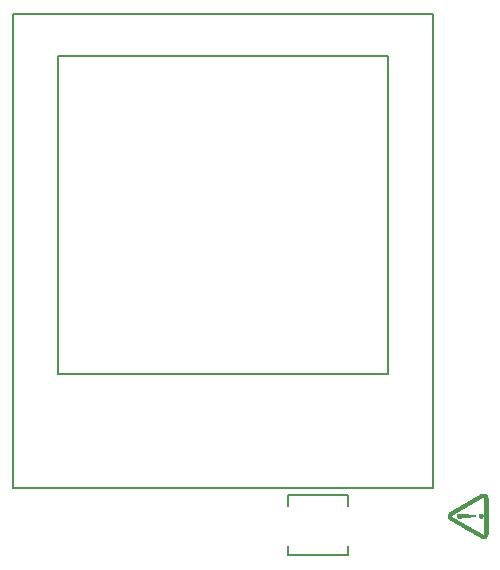
<source format=gbo>
G75*
G70*
%OFA0B0*%
%FSLAX24Y24*%
%IPPOS*%
%LPD*%
%AMOC8*
5,1,8,0,0,1.08239X$1,22.5*
%
%ADD10C,0.0080*%
%ADD11C,0.0050*%
%ADD12R,0.0006X0.0006*%
%ADD13R,0.0006X0.0006*%
%ADD14R,0.0006X0.0006*%
%ADD15R,0.0006X0.0006*%
D10*
X002421Y010044D02*
X016421Y010044D01*
X016421Y025844D01*
X002421Y025844D01*
X002421Y010044D01*
X003921Y013844D02*
X003921Y024444D01*
X014921Y024444D01*
X014921Y013844D01*
X013521Y013844D01*
X003921Y013844D01*
X011568Y009812D02*
X011568Y009462D01*
X011571Y009814D02*
X013571Y009814D01*
X013576Y009812D02*
X013576Y009470D01*
X013572Y008127D02*
X013572Y007820D01*
X013571Y007814D02*
X011571Y007814D01*
X011572Y007816D02*
X011572Y008127D01*
D11*
X013421Y013844D02*
X013521Y013844D01*
D12*
X016996Y009205D03*
X016996Y009193D03*
X016984Y009193D03*
X016984Y009175D03*
X016978Y009175D03*
X016978Y009163D03*
X016984Y009163D03*
X016996Y009163D03*
X016996Y009175D03*
X017008Y009175D03*
X017014Y009175D03*
X017014Y009163D03*
X017008Y009163D03*
X017008Y009145D03*
X017014Y009145D03*
X017014Y009133D03*
X017008Y009133D03*
X016996Y009133D03*
X016984Y009133D03*
X016978Y009133D03*
X016966Y009133D03*
X016954Y009133D03*
X016948Y009133D03*
X016954Y009145D03*
X016966Y009145D03*
X016978Y009145D03*
X016984Y009145D03*
X016996Y009145D03*
X016996Y009115D03*
X016984Y009115D03*
X016978Y009115D03*
X016966Y009115D03*
X016954Y009115D03*
X016948Y009115D03*
X016948Y009103D03*
X016954Y009103D03*
X016966Y009103D03*
X016978Y009103D03*
X016984Y009103D03*
X016996Y009103D03*
X017008Y009103D03*
X017014Y009103D03*
X017014Y009115D03*
X017008Y009115D03*
X017026Y009115D03*
X017026Y009103D03*
X017038Y009103D03*
X017044Y009103D03*
X017044Y009115D03*
X017038Y009115D03*
X017038Y009133D03*
X017044Y009133D03*
X017044Y009145D03*
X017038Y009145D03*
X017026Y009145D03*
X017026Y009133D03*
X017026Y009163D03*
X017026Y009175D03*
X017038Y009175D03*
X017044Y009175D03*
X017044Y009163D03*
X017038Y009163D03*
X017056Y009163D03*
X017056Y009175D03*
X017068Y009175D03*
X017074Y009175D03*
X017074Y009163D03*
X017068Y009163D03*
X017068Y009145D03*
X017074Y009145D03*
X017086Y009145D03*
X017086Y009163D03*
X017086Y009175D03*
X017098Y009175D03*
X017104Y009175D03*
X017104Y009163D03*
X017098Y009163D03*
X017116Y009163D03*
X017116Y009175D03*
X017128Y009175D03*
X017134Y009175D03*
X017134Y009193D03*
X017128Y009193D03*
X017116Y009193D03*
X017104Y009193D03*
X017098Y009193D03*
X017086Y009193D03*
X017074Y009193D03*
X017068Y009193D03*
X017056Y009193D03*
X017044Y009193D03*
X017038Y009193D03*
X017026Y009193D03*
X017014Y009193D03*
X017008Y009193D03*
X017008Y009205D03*
X017014Y009205D03*
X017026Y009205D03*
X017038Y009205D03*
X017044Y009205D03*
X017056Y009205D03*
X017068Y009205D03*
X017074Y009205D03*
X017086Y009205D03*
X017098Y009205D03*
X017104Y009205D03*
X017116Y009205D03*
X017128Y009205D03*
X017134Y009205D03*
X017146Y009205D03*
X017146Y009193D03*
X017158Y009193D03*
X017164Y009193D03*
X017164Y009205D03*
X017158Y009205D03*
X017158Y009223D03*
X017164Y009223D03*
X017164Y009235D03*
X017158Y009235D03*
X017146Y009235D03*
X017134Y009235D03*
X017128Y009235D03*
X017116Y009235D03*
X017104Y009235D03*
X017098Y009235D03*
X017086Y009235D03*
X017074Y009235D03*
X017068Y009235D03*
X017056Y009235D03*
X017044Y009235D03*
X017044Y009223D03*
X017038Y009223D03*
X017026Y009223D03*
X017056Y009223D03*
X017068Y009223D03*
X017074Y009223D03*
X017086Y009223D03*
X017098Y009223D03*
X017104Y009223D03*
X017116Y009223D03*
X017128Y009223D03*
X017134Y009223D03*
X017146Y009223D03*
X017146Y009253D03*
X017134Y009253D03*
X017128Y009253D03*
X017116Y009253D03*
X017104Y009253D03*
X017098Y009253D03*
X017086Y009253D03*
X017074Y009253D03*
X017068Y009253D03*
X017098Y009265D03*
X017104Y009265D03*
X017116Y009265D03*
X017128Y009265D03*
X017134Y009265D03*
X017146Y009265D03*
X017158Y009265D03*
X017164Y009265D03*
X017164Y009253D03*
X017158Y009253D03*
X017176Y009253D03*
X017176Y009265D03*
X017188Y009265D03*
X017194Y009265D03*
X017194Y009253D03*
X017188Y009253D03*
X017188Y009235D03*
X017194Y009235D03*
X017194Y009223D03*
X017188Y009223D03*
X017176Y009223D03*
X017176Y009235D03*
X017176Y009205D03*
X017176Y009193D03*
X017188Y009205D03*
X017194Y009205D03*
X017206Y009223D03*
X017206Y009235D03*
X017218Y009235D03*
X017224Y009235D03*
X017224Y009223D03*
X017218Y009223D03*
X017236Y009235D03*
X017248Y009235D03*
X017248Y009253D03*
X017254Y009253D03*
X017254Y009265D03*
X017248Y009265D03*
X017236Y009265D03*
X017224Y009265D03*
X017218Y009265D03*
X017206Y009265D03*
X017206Y009253D03*
X017218Y009253D03*
X017224Y009253D03*
X017236Y009253D03*
X017236Y009283D03*
X017224Y009283D03*
X017218Y009283D03*
X017206Y009283D03*
X017194Y009283D03*
X017188Y009283D03*
X017176Y009283D03*
X017164Y009283D03*
X017158Y009283D03*
X017146Y009283D03*
X017134Y009283D03*
X017128Y009283D03*
X017146Y009295D03*
X017158Y009295D03*
X017164Y009295D03*
X017176Y009295D03*
X017188Y009295D03*
X017194Y009295D03*
X017206Y009295D03*
X017218Y009295D03*
X017224Y009295D03*
X017236Y009295D03*
X017248Y009295D03*
X017254Y009295D03*
X017254Y009283D03*
X017248Y009283D03*
X017266Y009283D03*
X017266Y009295D03*
X017278Y009295D03*
X017284Y009295D03*
X017284Y009283D03*
X017278Y009283D03*
X017278Y009265D03*
X017284Y009265D03*
X017296Y009265D03*
X017296Y009283D03*
X017296Y009295D03*
X017308Y009295D03*
X017314Y009295D03*
X017314Y009283D03*
X017308Y009283D03*
X017326Y009283D03*
X017326Y009295D03*
X017338Y009295D03*
X017344Y009295D03*
X017344Y009313D03*
X017338Y009313D03*
X017326Y009313D03*
X017314Y009313D03*
X017308Y009313D03*
X017296Y009313D03*
X017284Y009313D03*
X017278Y009313D03*
X017266Y009313D03*
X017254Y009313D03*
X017248Y009313D03*
X017236Y009313D03*
X017224Y009313D03*
X017218Y009313D03*
X017206Y009313D03*
X017194Y009313D03*
X017188Y009313D03*
X017176Y009313D03*
X017194Y009325D03*
X017206Y009325D03*
X017218Y009325D03*
X017224Y009325D03*
X017236Y009325D03*
X017248Y009325D03*
X017254Y009325D03*
X017266Y009325D03*
X017278Y009325D03*
X017284Y009325D03*
X017296Y009325D03*
X017308Y009325D03*
X017314Y009325D03*
X017326Y009325D03*
X017338Y009325D03*
X017344Y009325D03*
X017356Y009325D03*
X017356Y009313D03*
X017368Y009313D03*
X017374Y009313D03*
X017374Y009325D03*
X017368Y009325D03*
X017368Y009343D03*
X017374Y009343D03*
X017374Y009355D03*
X017368Y009355D03*
X017356Y009355D03*
X017344Y009355D03*
X017338Y009355D03*
X017326Y009355D03*
X017314Y009355D03*
X017308Y009355D03*
X017296Y009355D03*
X017284Y009355D03*
X017278Y009355D03*
X017266Y009355D03*
X017254Y009355D03*
X017248Y009355D03*
X017248Y009343D03*
X017254Y009343D03*
X017266Y009343D03*
X017278Y009343D03*
X017284Y009343D03*
X017296Y009343D03*
X017308Y009343D03*
X017314Y009343D03*
X017326Y009343D03*
X017338Y009343D03*
X017344Y009343D03*
X017356Y009343D03*
X017356Y009373D03*
X017344Y009373D03*
X017338Y009373D03*
X017326Y009373D03*
X017314Y009373D03*
X017308Y009373D03*
X017296Y009373D03*
X017284Y009373D03*
X017278Y009373D03*
X017308Y009385D03*
X017314Y009385D03*
X017326Y009385D03*
X017338Y009385D03*
X017344Y009385D03*
X017356Y009385D03*
X017368Y009385D03*
X017374Y009385D03*
X017374Y009373D03*
X017368Y009373D03*
X017386Y009373D03*
X017386Y009385D03*
X017398Y009385D03*
X017404Y009385D03*
X017404Y009373D03*
X017398Y009373D03*
X017398Y009355D03*
X017404Y009355D03*
X017404Y009343D03*
X017398Y009343D03*
X017386Y009343D03*
X017386Y009355D03*
X017386Y009325D03*
X017398Y009325D03*
X017416Y009343D03*
X017416Y009355D03*
X017428Y009355D03*
X017434Y009355D03*
X017434Y009343D03*
X017428Y009343D03*
X017446Y009355D03*
X017446Y009373D03*
X017434Y009373D03*
X017428Y009373D03*
X017416Y009373D03*
X017416Y009385D03*
X017428Y009385D03*
X017434Y009385D03*
X017446Y009385D03*
X017458Y009385D03*
X017464Y009385D03*
X017464Y009373D03*
X017458Y009373D03*
X017476Y009373D03*
X017476Y009385D03*
X017488Y009385D03*
X017494Y009385D03*
X017506Y009385D03*
X017506Y009403D03*
X017494Y009403D03*
X017488Y009403D03*
X017476Y009403D03*
X017464Y009403D03*
X017458Y009403D03*
X017446Y009403D03*
X017434Y009403D03*
X017428Y009403D03*
X017416Y009403D03*
X017404Y009403D03*
X017398Y009403D03*
X017386Y009403D03*
X017374Y009403D03*
X017368Y009403D03*
X017356Y009403D03*
X017344Y009403D03*
X017338Y009403D03*
X017356Y009415D03*
X017368Y009415D03*
X017374Y009415D03*
X017386Y009415D03*
X017398Y009415D03*
X017404Y009415D03*
X017416Y009415D03*
X017428Y009415D03*
X017434Y009415D03*
X017446Y009415D03*
X017458Y009415D03*
X017464Y009415D03*
X017476Y009415D03*
X017488Y009415D03*
X017494Y009415D03*
X017506Y009415D03*
X017518Y009415D03*
X017524Y009415D03*
X017524Y009403D03*
X017518Y009403D03*
X017536Y009403D03*
X017536Y009415D03*
X017548Y009415D03*
X017554Y009415D03*
X017554Y009433D03*
X017548Y009433D03*
X017536Y009433D03*
X017524Y009433D03*
X017518Y009433D03*
X017506Y009433D03*
X017494Y009433D03*
X017488Y009433D03*
X017476Y009433D03*
X017464Y009433D03*
X017458Y009433D03*
X017446Y009433D03*
X017434Y009433D03*
X017428Y009433D03*
X017416Y009433D03*
X017404Y009433D03*
X017398Y009433D03*
X017386Y009433D03*
X017404Y009445D03*
X017416Y009445D03*
X017428Y009445D03*
X017434Y009445D03*
X017446Y009445D03*
X017458Y009445D03*
X017464Y009445D03*
X017476Y009445D03*
X017488Y009445D03*
X017494Y009445D03*
X017506Y009445D03*
X017518Y009445D03*
X017524Y009445D03*
X017536Y009445D03*
X017548Y009445D03*
X017554Y009445D03*
X017566Y009445D03*
X017566Y009433D03*
X017578Y009433D03*
X017584Y009433D03*
X017584Y009445D03*
X017578Y009445D03*
X017578Y009463D03*
X017584Y009463D03*
X017584Y009475D03*
X017578Y009475D03*
X017566Y009475D03*
X017554Y009475D03*
X017548Y009475D03*
X017536Y009475D03*
X017524Y009475D03*
X017518Y009475D03*
X017506Y009475D03*
X017494Y009475D03*
X017488Y009475D03*
X017476Y009475D03*
X017464Y009475D03*
X017458Y009475D03*
X017458Y009463D03*
X017464Y009463D03*
X017476Y009463D03*
X017488Y009463D03*
X017494Y009463D03*
X017506Y009463D03*
X017518Y009463D03*
X017524Y009463D03*
X017536Y009463D03*
X017548Y009463D03*
X017554Y009463D03*
X017566Y009463D03*
X017566Y009493D03*
X017554Y009493D03*
X017548Y009493D03*
X017536Y009493D03*
X017524Y009493D03*
X017518Y009493D03*
X017506Y009493D03*
X017494Y009493D03*
X017488Y009493D03*
X017506Y009505D03*
X017518Y009505D03*
X017524Y009505D03*
X017536Y009505D03*
X017548Y009505D03*
X017554Y009505D03*
X017566Y009505D03*
X017578Y009505D03*
X017584Y009505D03*
X017584Y009493D03*
X017578Y009493D03*
X017596Y009493D03*
X017596Y009505D03*
X017608Y009505D03*
X017614Y009505D03*
X017614Y009493D03*
X017608Y009493D03*
X017608Y009475D03*
X017614Y009475D03*
X017614Y009463D03*
X017608Y009463D03*
X017596Y009463D03*
X017596Y009475D03*
X017596Y009445D03*
X017608Y009445D03*
X017614Y009445D03*
X017626Y009463D03*
X017626Y009475D03*
X017638Y009475D03*
X017644Y009475D03*
X017644Y009463D03*
X017638Y009463D03*
X017656Y009475D03*
X017656Y009493D03*
X017644Y009493D03*
X017638Y009493D03*
X017626Y009493D03*
X017626Y009505D03*
X017638Y009505D03*
X017644Y009505D03*
X017656Y009505D03*
X017668Y009505D03*
X017674Y009505D03*
X017674Y009493D03*
X017668Y009493D03*
X017686Y009493D03*
X017686Y009505D03*
X017698Y009505D03*
X017704Y009505D03*
X017716Y009505D03*
X017716Y009523D03*
X017704Y009523D03*
X017698Y009523D03*
X017686Y009523D03*
X017674Y009523D03*
X017668Y009523D03*
X017656Y009523D03*
X017644Y009523D03*
X017638Y009523D03*
X017626Y009523D03*
X017614Y009523D03*
X017608Y009523D03*
X017596Y009523D03*
X017584Y009523D03*
X017578Y009523D03*
X017566Y009523D03*
X017554Y009523D03*
X017548Y009523D03*
X017566Y009535D03*
X017578Y009535D03*
X017584Y009535D03*
X017596Y009535D03*
X017608Y009535D03*
X017614Y009535D03*
X017626Y009535D03*
X017638Y009535D03*
X017644Y009535D03*
X017656Y009535D03*
X017668Y009535D03*
X017674Y009535D03*
X017686Y009535D03*
X017698Y009535D03*
X017704Y009535D03*
X017716Y009535D03*
X017728Y009535D03*
X017734Y009535D03*
X017734Y009523D03*
X017728Y009523D03*
X017746Y009523D03*
X017746Y009535D03*
X017758Y009535D03*
X017764Y009535D03*
X017764Y009553D03*
X017758Y009553D03*
X017746Y009553D03*
X017734Y009553D03*
X017728Y009553D03*
X017716Y009553D03*
X017704Y009553D03*
X017698Y009553D03*
X017686Y009553D03*
X017674Y009553D03*
X017668Y009553D03*
X017656Y009553D03*
X017644Y009553D03*
X017638Y009553D03*
X017626Y009553D03*
X017614Y009553D03*
X017608Y009553D03*
X017596Y009553D03*
X017584Y009553D03*
X017608Y009565D03*
X017614Y009565D03*
X017626Y009565D03*
X017638Y009565D03*
X017644Y009565D03*
X017656Y009565D03*
X017668Y009565D03*
X017674Y009565D03*
X017686Y009565D03*
X017698Y009565D03*
X017704Y009565D03*
X017716Y009565D03*
X017728Y009565D03*
X017734Y009565D03*
X017746Y009565D03*
X017758Y009565D03*
X017764Y009565D03*
X017776Y009565D03*
X017776Y009553D03*
X017788Y009553D03*
X017794Y009553D03*
X017794Y009565D03*
X017788Y009565D03*
X017788Y009583D03*
X017794Y009583D03*
X017794Y009595D03*
X017788Y009595D03*
X017776Y009595D03*
X017764Y009595D03*
X017758Y009595D03*
X017746Y009595D03*
X017734Y009595D03*
X017728Y009595D03*
X017716Y009595D03*
X017704Y009595D03*
X017698Y009595D03*
X017686Y009595D03*
X017674Y009595D03*
X017668Y009595D03*
X017668Y009583D03*
X017674Y009583D03*
X017686Y009583D03*
X017698Y009583D03*
X017704Y009583D03*
X017716Y009583D03*
X017728Y009583D03*
X017734Y009583D03*
X017746Y009583D03*
X017758Y009583D03*
X017764Y009583D03*
X017776Y009583D03*
X017776Y009613D03*
X017764Y009613D03*
X017758Y009613D03*
X017746Y009613D03*
X017734Y009613D03*
X017728Y009613D03*
X017716Y009613D03*
X017704Y009613D03*
X017698Y009613D03*
X017716Y009625D03*
X017728Y009625D03*
X017734Y009625D03*
X017746Y009625D03*
X017758Y009625D03*
X017764Y009625D03*
X017776Y009625D03*
X017788Y009625D03*
X017794Y009625D03*
X017794Y009613D03*
X017788Y009613D03*
X017806Y009613D03*
X017806Y009625D03*
X017818Y009625D03*
X017824Y009625D03*
X017824Y009613D03*
X017818Y009613D03*
X017818Y009595D03*
X017824Y009595D03*
X017824Y009583D03*
X017818Y009583D03*
X017806Y009583D03*
X017806Y009595D03*
X017806Y009565D03*
X017836Y009583D03*
X017836Y009595D03*
X017848Y009595D03*
X017854Y009595D03*
X017866Y009595D03*
X017866Y009613D03*
X017854Y009613D03*
X017848Y009613D03*
X017836Y009613D03*
X017836Y009625D03*
X017848Y009625D03*
X017854Y009625D03*
X017866Y009625D03*
X017878Y009625D03*
X017884Y009625D03*
X017884Y009613D03*
X017878Y009613D03*
X017896Y009613D03*
X017896Y009625D03*
X017908Y009625D03*
X017914Y009625D03*
X017914Y009643D03*
X017908Y009643D03*
X017896Y009643D03*
X017884Y009643D03*
X017878Y009643D03*
X017866Y009643D03*
X017854Y009643D03*
X017848Y009643D03*
X017836Y009643D03*
X017824Y009643D03*
X017818Y009643D03*
X017806Y009643D03*
X017794Y009643D03*
X017788Y009643D03*
X017776Y009643D03*
X017764Y009643D03*
X017758Y009643D03*
X017746Y009643D03*
X017764Y009655D03*
X017776Y009655D03*
X017788Y009655D03*
X017794Y009655D03*
X017806Y009655D03*
X017818Y009655D03*
X017824Y009655D03*
X017836Y009655D03*
X017848Y009655D03*
X017854Y009655D03*
X017866Y009655D03*
X017878Y009655D03*
X017884Y009655D03*
X017896Y009655D03*
X017908Y009655D03*
X017914Y009655D03*
X017926Y009655D03*
X017926Y009643D03*
X017938Y009643D03*
X017944Y009643D03*
X017944Y009655D03*
X017938Y009655D03*
X017938Y009673D03*
X017944Y009673D03*
X017944Y009685D03*
X017938Y009685D03*
X017926Y009685D03*
X017914Y009685D03*
X017908Y009685D03*
X017896Y009685D03*
X017884Y009685D03*
X017878Y009685D03*
X017866Y009685D03*
X017854Y009685D03*
X017848Y009685D03*
X017836Y009685D03*
X017824Y009685D03*
X017818Y009685D03*
X017818Y009673D03*
X017824Y009673D03*
X017836Y009673D03*
X017848Y009673D03*
X017854Y009673D03*
X017866Y009673D03*
X017878Y009673D03*
X017884Y009673D03*
X017896Y009673D03*
X017908Y009673D03*
X017914Y009673D03*
X017926Y009673D03*
X017926Y009703D03*
X017914Y009703D03*
X017908Y009703D03*
X017896Y009703D03*
X017884Y009703D03*
X017878Y009703D03*
X017866Y009703D03*
X017854Y009703D03*
X017848Y009703D03*
X017878Y009715D03*
X017884Y009715D03*
X017896Y009715D03*
X017908Y009715D03*
X017914Y009715D03*
X017926Y009715D03*
X017938Y009715D03*
X017944Y009715D03*
X017944Y009703D03*
X017938Y009703D03*
X017956Y009703D03*
X017956Y009715D03*
X017968Y009715D03*
X017974Y009715D03*
X017974Y009703D03*
X017968Y009703D03*
X017968Y009685D03*
X017974Y009685D03*
X017974Y009673D03*
X017968Y009673D03*
X017956Y009673D03*
X017956Y009685D03*
X017956Y009655D03*
X017968Y009655D03*
X017974Y009655D03*
X017986Y009673D03*
X017986Y009685D03*
X017998Y009685D03*
X018004Y009685D03*
X018004Y009673D03*
X017998Y009673D03*
X018016Y009685D03*
X018016Y009703D03*
X018004Y009703D03*
X017998Y009703D03*
X017986Y009703D03*
X017986Y009715D03*
X017998Y009715D03*
X018004Y009715D03*
X018016Y009715D03*
X018028Y009715D03*
X018034Y009715D03*
X018034Y009703D03*
X018028Y009703D03*
X018046Y009703D03*
X018046Y009715D03*
X018058Y009715D03*
X018064Y009715D03*
X018076Y009715D03*
X018076Y009733D03*
X018064Y009733D03*
X018058Y009733D03*
X018046Y009733D03*
X018034Y009733D03*
X018028Y009733D03*
X018016Y009733D03*
X018004Y009733D03*
X017998Y009733D03*
X017986Y009733D03*
X017974Y009733D03*
X017968Y009733D03*
X017956Y009733D03*
X017944Y009733D03*
X017938Y009733D03*
X017926Y009733D03*
X017914Y009733D03*
X017908Y009733D03*
X017926Y009745D03*
X017938Y009745D03*
X017944Y009745D03*
X017956Y009745D03*
X017968Y009745D03*
X017974Y009745D03*
X017986Y009745D03*
X017998Y009745D03*
X018004Y009745D03*
X018016Y009745D03*
X018028Y009745D03*
X018034Y009745D03*
X018046Y009745D03*
X018058Y009745D03*
X018064Y009745D03*
X018076Y009745D03*
X018088Y009745D03*
X018094Y009745D03*
X018094Y009733D03*
X018088Y009733D03*
X018106Y009733D03*
X018106Y009745D03*
X018118Y009745D03*
X018124Y009745D03*
X018136Y009745D03*
X018148Y009745D03*
X018154Y009745D03*
X018154Y009733D03*
X018148Y009733D03*
X018166Y009733D03*
X018166Y009745D03*
X018178Y009745D03*
X018184Y009745D03*
X018184Y009733D03*
X018178Y009733D03*
X018178Y009715D03*
X018184Y009715D03*
X018184Y009703D03*
X018178Y009703D03*
X018166Y009703D03*
X018166Y009715D03*
X018166Y009685D03*
X018166Y009673D03*
X018178Y009673D03*
X018184Y009673D03*
X018184Y009685D03*
X018178Y009685D03*
X018196Y009685D03*
X018196Y009673D03*
X018208Y009673D03*
X018214Y009673D03*
X018214Y009685D03*
X018208Y009685D03*
X018208Y009703D03*
X018214Y009703D03*
X018214Y009715D03*
X018208Y009715D03*
X018196Y009715D03*
X018196Y009703D03*
X018196Y009733D03*
X018196Y009745D03*
X018208Y009745D03*
X018214Y009745D03*
X018214Y009733D03*
X018208Y009733D03*
X018226Y009733D03*
X018226Y009745D03*
X018238Y009745D03*
X018244Y009745D03*
X018244Y009733D03*
X018238Y009733D03*
X018238Y009715D03*
X018244Y009715D03*
X018244Y009703D03*
X018238Y009703D03*
X018226Y009703D03*
X018226Y009715D03*
X018226Y009685D03*
X018226Y009673D03*
X018238Y009673D03*
X018244Y009673D03*
X018244Y009685D03*
X018238Y009685D03*
X018256Y009685D03*
X018256Y009673D03*
X018256Y009655D03*
X018244Y009655D03*
X018238Y009655D03*
X018226Y009655D03*
X018214Y009655D03*
X018208Y009655D03*
X018196Y009655D03*
X018184Y009655D03*
X018178Y009655D03*
X018166Y009655D03*
X018166Y009643D03*
X018178Y009643D03*
X018184Y009643D03*
X018196Y009643D03*
X018208Y009643D03*
X018214Y009643D03*
X018226Y009643D03*
X018238Y009643D03*
X018244Y009643D03*
X018256Y009643D03*
X018268Y009643D03*
X018268Y009655D03*
X018256Y009625D03*
X018244Y009625D03*
X018238Y009625D03*
X018226Y009625D03*
X018214Y009625D03*
X018208Y009625D03*
X018196Y009625D03*
X018184Y009625D03*
X018178Y009625D03*
X018166Y009625D03*
X018166Y009613D03*
X018178Y009613D03*
X018184Y009613D03*
X018196Y009613D03*
X018208Y009613D03*
X018214Y009613D03*
X018226Y009613D03*
X018238Y009613D03*
X018244Y009613D03*
X018256Y009613D03*
X018256Y009595D03*
X018244Y009595D03*
X018238Y009595D03*
X018226Y009595D03*
X018214Y009595D03*
X018208Y009595D03*
X018196Y009595D03*
X018184Y009595D03*
X018178Y009595D03*
X018166Y009595D03*
X018166Y009583D03*
X018178Y009583D03*
X018184Y009583D03*
X018196Y009583D03*
X018208Y009583D03*
X018214Y009583D03*
X018226Y009583D03*
X018238Y009583D03*
X018244Y009583D03*
X018256Y009583D03*
X018268Y009583D03*
X018268Y009595D03*
X018256Y009565D03*
X018244Y009565D03*
X018238Y009565D03*
X018226Y009565D03*
X018214Y009565D03*
X018208Y009565D03*
X018196Y009565D03*
X018184Y009565D03*
X018178Y009565D03*
X018166Y009565D03*
X018166Y009553D03*
X018178Y009553D03*
X018184Y009553D03*
X018196Y009553D03*
X018208Y009553D03*
X018214Y009553D03*
X018226Y009553D03*
X018238Y009553D03*
X018244Y009553D03*
X018256Y009553D03*
X018256Y009535D03*
X018244Y009535D03*
X018238Y009535D03*
X018226Y009535D03*
X018214Y009535D03*
X018208Y009535D03*
X018196Y009535D03*
X018184Y009535D03*
X018178Y009535D03*
X018166Y009535D03*
X018166Y009523D03*
X018178Y009523D03*
X018184Y009523D03*
X018196Y009523D03*
X018208Y009523D03*
X018214Y009523D03*
X018226Y009523D03*
X018238Y009523D03*
X018244Y009523D03*
X018256Y009523D03*
X018268Y009523D03*
X018268Y009535D03*
X018256Y009505D03*
X018244Y009505D03*
X018238Y009505D03*
X018226Y009505D03*
X018214Y009505D03*
X018208Y009505D03*
X018196Y009505D03*
X018184Y009505D03*
X018178Y009505D03*
X018166Y009505D03*
X018166Y009493D03*
X018178Y009493D03*
X018184Y009493D03*
X018196Y009493D03*
X018208Y009493D03*
X018214Y009493D03*
X018226Y009493D03*
X018238Y009493D03*
X018244Y009493D03*
X018256Y009493D03*
X018256Y009475D03*
X018244Y009475D03*
X018238Y009475D03*
X018226Y009475D03*
X018214Y009475D03*
X018208Y009475D03*
X018196Y009475D03*
X018184Y009475D03*
X018178Y009475D03*
X018166Y009475D03*
X018166Y009463D03*
X018178Y009463D03*
X018184Y009463D03*
X018196Y009463D03*
X018208Y009463D03*
X018214Y009463D03*
X018226Y009463D03*
X018238Y009463D03*
X018244Y009463D03*
X018256Y009463D03*
X018268Y009463D03*
X018268Y009475D03*
X018256Y009445D03*
X018244Y009445D03*
X018238Y009445D03*
X018226Y009445D03*
X018214Y009445D03*
X018208Y009445D03*
X018196Y009445D03*
X018184Y009445D03*
X018178Y009445D03*
X018166Y009445D03*
X018166Y009433D03*
X018178Y009433D03*
X018184Y009433D03*
X018196Y009433D03*
X018208Y009433D03*
X018214Y009433D03*
X018226Y009433D03*
X018238Y009433D03*
X018244Y009433D03*
X018256Y009433D03*
X018256Y009415D03*
X018244Y009415D03*
X018238Y009415D03*
X018226Y009415D03*
X018214Y009415D03*
X018208Y009415D03*
X018196Y009415D03*
X018184Y009415D03*
X018178Y009415D03*
X018166Y009415D03*
X018166Y009403D03*
X018178Y009403D03*
X018184Y009403D03*
X018196Y009403D03*
X018208Y009403D03*
X018214Y009403D03*
X018226Y009403D03*
X018238Y009403D03*
X018244Y009403D03*
X018256Y009403D03*
X018268Y009403D03*
X018268Y009415D03*
X018256Y009385D03*
X018244Y009385D03*
X018238Y009385D03*
X018226Y009385D03*
X018214Y009385D03*
X018208Y009385D03*
X018196Y009385D03*
X018184Y009385D03*
X018178Y009385D03*
X018166Y009385D03*
X018166Y009373D03*
X018178Y009373D03*
X018184Y009373D03*
X018196Y009373D03*
X018208Y009373D03*
X018214Y009373D03*
X018226Y009373D03*
X018238Y009373D03*
X018244Y009373D03*
X018256Y009373D03*
X018256Y009355D03*
X018244Y009355D03*
X018238Y009355D03*
X018226Y009355D03*
X018214Y009355D03*
X018208Y009355D03*
X018196Y009355D03*
X018184Y009355D03*
X018178Y009355D03*
X018166Y009355D03*
X018166Y009343D03*
X018178Y009343D03*
X018184Y009343D03*
X018196Y009343D03*
X018208Y009343D03*
X018214Y009343D03*
X018226Y009343D03*
X018238Y009343D03*
X018244Y009343D03*
X018256Y009343D03*
X018268Y009343D03*
X018268Y009355D03*
X018256Y009325D03*
X018244Y009325D03*
X018238Y009325D03*
X018226Y009325D03*
X018214Y009325D03*
X018208Y009325D03*
X018196Y009325D03*
X018184Y009325D03*
X018178Y009325D03*
X018166Y009325D03*
X018166Y009313D03*
X018178Y009313D03*
X018184Y009313D03*
X018196Y009313D03*
X018208Y009313D03*
X018214Y009313D03*
X018226Y009313D03*
X018238Y009313D03*
X018244Y009313D03*
X018256Y009313D03*
X018256Y009295D03*
X018244Y009295D03*
X018238Y009295D03*
X018226Y009295D03*
X018214Y009295D03*
X018208Y009295D03*
X018196Y009295D03*
X018184Y009295D03*
X018178Y009295D03*
X018166Y009295D03*
X018166Y009283D03*
X018178Y009283D03*
X018184Y009283D03*
X018196Y009283D03*
X018208Y009283D03*
X018214Y009283D03*
X018226Y009283D03*
X018238Y009283D03*
X018244Y009283D03*
X018256Y009283D03*
X018268Y009283D03*
X018268Y009295D03*
X018256Y009265D03*
X018244Y009265D03*
X018238Y009265D03*
X018226Y009265D03*
X018214Y009265D03*
X018208Y009265D03*
X018196Y009265D03*
X018184Y009265D03*
X018178Y009265D03*
X018166Y009265D03*
X018166Y009253D03*
X018178Y009253D03*
X018184Y009253D03*
X018196Y009253D03*
X018208Y009253D03*
X018214Y009253D03*
X018226Y009253D03*
X018238Y009253D03*
X018244Y009253D03*
X018256Y009253D03*
X018256Y009235D03*
X018244Y009235D03*
X018238Y009235D03*
X018226Y009235D03*
X018214Y009235D03*
X018208Y009235D03*
X018196Y009235D03*
X018184Y009235D03*
X018178Y009235D03*
X018166Y009235D03*
X018166Y009223D03*
X018178Y009223D03*
X018184Y009223D03*
X018196Y009223D03*
X018208Y009223D03*
X018214Y009223D03*
X018226Y009223D03*
X018238Y009223D03*
X018244Y009223D03*
X018256Y009223D03*
X018268Y009223D03*
X018268Y009235D03*
X018256Y009205D03*
X018244Y009205D03*
X018238Y009205D03*
X018226Y009205D03*
X018214Y009205D03*
X018208Y009205D03*
X018196Y009205D03*
X018184Y009205D03*
X018178Y009205D03*
X018166Y009205D03*
X018166Y009193D03*
X018178Y009193D03*
X018184Y009193D03*
X018196Y009193D03*
X018208Y009193D03*
X018214Y009193D03*
X018226Y009193D03*
X018238Y009193D03*
X018244Y009193D03*
X018256Y009193D03*
X018256Y009175D03*
X018244Y009175D03*
X018238Y009175D03*
X018226Y009175D03*
X018214Y009175D03*
X018208Y009175D03*
X018196Y009175D03*
X018184Y009175D03*
X018178Y009175D03*
X018166Y009175D03*
X018166Y009163D03*
X018178Y009163D03*
X018184Y009163D03*
X018196Y009163D03*
X018208Y009163D03*
X018214Y009163D03*
X018226Y009163D03*
X018238Y009163D03*
X018244Y009163D03*
X018256Y009163D03*
X018268Y009163D03*
X018268Y009175D03*
X018256Y009145D03*
X018244Y009145D03*
X018238Y009145D03*
X018226Y009145D03*
X018214Y009145D03*
X018208Y009145D03*
X018196Y009145D03*
X018184Y009145D03*
X018178Y009145D03*
X018166Y009145D03*
X018166Y009133D03*
X018178Y009133D03*
X018184Y009133D03*
X018196Y009133D03*
X018208Y009133D03*
X018214Y009133D03*
X018226Y009133D03*
X018238Y009133D03*
X018244Y009133D03*
X018256Y009133D03*
X018256Y009115D03*
X018244Y009115D03*
X018238Y009115D03*
X018226Y009115D03*
X018214Y009115D03*
X018208Y009115D03*
X018196Y009115D03*
X018184Y009115D03*
X018178Y009115D03*
X018166Y009115D03*
X018166Y009103D03*
X018178Y009103D03*
X018184Y009103D03*
X018196Y009103D03*
X018208Y009103D03*
X018214Y009103D03*
X018226Y009103D03*
X018238Y009103D03*
X018244Y009103D03*
X018256Y009103D03*
X018268Y009103D03*
X018268Y009115D03*
X018256Y009085D03*
X018244Y009085D03*
X018238Y009085D03*
X018226Y009085D03*
X018214Y009085D03*
X018208Y009085D03*
X018196Y009085D03*
X018184Y009085D03*
X018178Y009085D03*
X018166Y009085D03*
X018166Y009073D03*
X018178Y009073D03*
X018184Y009073D03*
X018196Y009073D03*
X018208Y009073D03*
X018214Y009073D03*
X018226Y009073D03*
X018238Y009073D03*
X018244Y009073D03*
X018256Y009073D03*
X018256Y009055D03*
X018244Y009055D03*
X018238Y009055D03*
X018226Y009055D03*
X018214Y009055D03*
X018208Y009055D03*
X018196Y009055D03*
X018184Y009055D03*
X018178Y009055D03*
X018166Y009055D03*
X018166Y009043D03*
X018178Y009043D03*
X018184Y009043D03*
X018196Y009043D03*
X018208Y009043D03*
X018214Y009043D03*
X018226Y009043D03*
X018238Y009043D03*
X018244Y009043D03*
X018256Y009043D03*
X018268Y009043D03*
X018268Y009055D03*
X018256Y009025D03*
X018244Y009025D03*
X018238Y009025D03*
X018226Y009025D03*
X018214Y009025D03*
X018208Y009025D03*
X018196Y009025D03*
X018184Y009025D03*
X018178Y009025D03*
X018166Y009025D03*
X018166Y009013D03*
X018178Y009013D03*
X018184Y009013D03*
X018196Y009013D03*
X018208Y009013D03*
X018214Y009013D03*
X018226Y009013D03*
X018238Y009013D03*
X018244Y009013D03*
X018256Y009013D03*
X018256Y008995D03*
X018244Y008995D03*
X018238Y008995D03*
X018226Y008995D03*
X018214Y008995D03*
X018208Y008995D03*
X018196Y008995D03*
X018184Y008995D03*
X018178Y008995D03*
X018166Y008995D03*
X018166Y008983D03*
X018178Y008983D03*
X018184Y008983D03*
X018196Y008983D03*
X018208Y008983D03*
X018214Y008983D03*
X018226Y008983D03*
X018238Y008983D03*
X018244Y008983D03*
X018256Y008983D03*
X018268Y008983D03*
X018268Y008995D03*
X018256Y008965D03*
X018244Y008965D03*
X018238Y008965D03*
X018226Y008965D03*
X018214Y008965D03*
X018208Y008965D03*
X018196Y008965D03*
X018184Y008965D03*
X018178Y008965D03*
X018166Y008965D03*
X018166Y008953D03*
X018178Y008953D03*
X018184Y008953D03*
X018196Y008953D03*
X018208Y008953D03*
X018214Y008953D03*
X018226Y008953D03*
X018238Y008953D03*
X018244Y008953D03*
X018256Y008953D03*
X018256Y008935D03*
X018244Y008935D03*
X018238Y008935D03*
X018226Y008935D03*
X018214Y008935D03*
X018208Y008935D03*
X018196Y008935D03*
X018184Y008935D03*
X018178Y008935D03*
X018166Y008935D03*
X018166Y008923D03*
X018178Y008923D03*
X018184Y008923D03*
X018196Y008923D03*
X018208Y008923D03*
X018214Y008923D03*
X018226Y008923D03*
X018238Y008923D03*
X018244Y008923D03*
X018256Y008923D03*
X018268Y008923D03*
X018268Y008935D03*
X018256Y008905D03*
X018244Y008905D03*
X018238Y008905D03*
X018226Y008905D03*
X018214Y008905D03*
X018208Y008905D03*
X018196Y008905D03*
X018184Y008905D03*
X018178Y008905D03*
X018166Y008905D03*
X018166Y008893D03*
X018178Y008893D03*
X018184Y008893D03*
X018196Y008893D03*
X018208Y008893D03*
X018214Y008893D03*
X018226Y008893D03*
X018238Y008893D03*
X018244Y008893D03*
X018256Y008893D03*
X018256Y008875D03*
X018244Y008875D03*
X018238Y008875D03*
X018226Y008875D03*
X018214Y008875D03*
X018208Y008875D03*
X018196Y008875D03*
X018184Y008875D03*
X018178Y008875D03*
X018166Y008875D03*
X018166Y008863D03*
X018178Y008863D03*
X018184Y008863D03*
X018196Y008863D03*
X018208Y008863D03*
X018214Y008863D03*
X018226Y008863D03*
X018238Y008863D03*
X018244Y008863D03*
X018256Y008863D03*
X018268Y008863D03*
X018268Y008875D03*
X018256Y008845D03*
X018244Y008845D03*
X018238Y008845D03*
X018226Y008845D03*
X018214Y008845D03*
X018208Y008845D03*
X018196Y008845D03*
X018184Y008845D03*
X018178Y008845D03*
X018166Y008845D03*
X018166Y008833D03*
X018178Y008833D03*
X018184Y008833D03*
X018196Y008833D03*
X018208Y008833D03*
X018214Y008833D03*
X018226Y008833D03*
X018238Y008833D03*
X018244Y008833D03*
X018256Y008833D03*
X018256Y008815D03*
X018244Y008815D03*
X018238Y008815D03*
X018226Y008815D03*
X018214Y008815D03*
X018208Y008815D03*
X018196Y008815D03*
X018184Y008815D03*
X018178Y008815D03*
X018166Y008815D03*
X018166Y008803D03*
X018178Y008803D03*
X018184Y008803D03*
X018196Y008803D03*
X018208Y008803D03*
X018214Y008803D03*
X018226Y008803D03*
X018238Y008803D03*
X018244Y008803D03*
X018256Y008803D03*
X018268Y008803D03*
X018268Y008815D03*
X018256Y008785D03*
X018244Y008785D03*
X018238Y008785D03*
X018226Y008785D03*
X018214Y008785D03*
X018208Y008785D03*
X018196Y008785D03*
X018184Y008785D03*
X018178Y008785D03*
X018166Y008785D03*
X018166Y008773D03*
X018178Y008773D03*
X018184Y008773D03*
X018196Y008773D03*
X018208Y008773D03*
X018214Y008773D03*
X018226Y008773D03*
X018238Y008773D03*
X018244Y008773D03*
X018256Y008773D03*
X018256Y008755D03*
X018244Y008755D03*
X018238Y008755D03*
X018226Y008755D03*
X018214Y008755D03*
X018208Y008755D03*
X018196Y008755D03*
X018184Y008755D03*
X018178Y008755D03*
X018166Y008755D03*
X018166Y008743D03*
X018178Y008743D03*
X018184Y008743D03*
X018196Y008743D03*
X018208Y008743D03*
X018214Y008743D03*
X018226Y008743D03*
X018238Y008743D03*
X018244Y008743D03*
X018256Y008743D03*
X018268Y008743D03*
X018268Y008755D03*
X018256Y008725D03*
X018244Y008725D03*
X018238Y008725D03*
X018226Y008725D03*
X018214Y008725D03*
X018208Y008725D03*
X018196Y008725D03*
X018184Y008725D03*
X018178Y008725D03*
X018166Y008725D03*
X018166Y008713D03*
X018178Y008713D03*
X018184Y008713D03*
X018196Y008713D03*
X018208Y008713D03*
X018214Y008713D03*
X018226Y008713D03*
X018238Y008713D03*
X018244Y008713D03*
X018256Y008713D03*
X018256Y008695D03*
X018244Y008695D03*
X018238Y008695D03*
X018226Y008695D03*
X018214Y008695D03*
X018208Y008695D03*
X018196Y008695D03*
X018184Y008695D03*
X018178Y008695D03*
X018166Y008695D03*
X018166Y008683D03*
X018178Y008683D03*
X018184Y008683D03*
X018196Y008683D03*
X018208Y008683D03*
X018214Y008683D03*
X018226Y008683D03*
X018238Y008683D03*
X018244Y008683D03*
X018256Y008683D03*
X018268Y008683D03*
X018268Y008695D03*
X018256Y008665D03*
X018244Y008665D03*
X018238Y008665D03*
X018226Y008665D03*
X018214Y008665D03*
X018208Y008665D03*
X018196Y008665D03*
X018184Y008665D03*
X018178Y008665D03*
X018166Y008665D03*
X018166Y008653D03*
X018178Y008653D03*
X018184Y008653D03*
X018196Y008653D03*
X018208Y008653D03*
X018214Y008653D03*
X018226Y008653D03*
X018238Y008653D03*
X018244Y008653D03*
X018256Y008653D03*
X018256Y008635D03*
X018244Y008635D03*
X018238Y008635D03*
X018226Y008635D03*
X018214Y008635D03*
X018208Y008635D03*
X018196Y008635D03*
X018184Y008635D03*
X018178Y008635D03*
X018166Y008635D03*
X018166Y008623D03*
X018178Y008623D03*
X018184Y008623D03*
X018196Y008623D03*
X018208Y008623D03*
X018214Y008623D03*
X018226Y008623D03*
X018238Y008623D03*
X018244Y008623D03*
X018256Y008623D03*
X018268Y008623D03*
X018268Y008635D03*
X018256Y008605D03*
X018244Y008605D03*
X018238Y008605D03*
X018226Y008605D03*
X018214Y008605D03*
X018208Y008605D03*
X018196Y008605D03*
X018184Y008605D03*
X018178Y008605D03*
X018166Y008605D03*
X018166Y008593D03*
X018178Y008593D03*
X018184Y008593D03*
X018196Y008593D03*
X018208Y008593D03*
X018214Y008593D03*
X018226Y008593D03*
X018238Y008593D03*
X018244Y008593D03*
X018256Y008593D03*
X018256Y008575D03*
X018244Y008575D03*
X018238Y008575D03*
X018226Y008575D03*
X018214Y008575D03*
X018208Y008575D03*
X018196Y008575D03*
X018184Y008575D03*
X018178Y008575D03*
X018166Y008575D03*
X018166Y008563D03*
X018178Y008563D03*
X018184Y008563D03*
X018196Y008563D03*
X018208Y008563D03*
X018214Y008563D03*
X018226Y008563D03*
X018238Y008563D03*
X018244Y008563D03*
X018256Y008563D03*
X018268Y008563D03*
X018268Y008575D03*
X018256Y008545D03*
X018244Y008545D03*
X018238Y008545D03*
X018226Y008545D03*
X018214Y008545D03*
X018208Y008545D03*
X018196Y008545D03*
X018184Y008545D03*
X018178Y008545D03*
X018166Y008545D03*
X018166Y008533D03*
X018178Y008533D03*
X018184Y008533D03*
X018196Y008533D03*
X018208Y008533D03*
X018214Y008533D03*
X018226Y008533D03*
X018238Y008533D03*
X018244Y008533D03*
X018256Y008533D03*
X018256Y008515D03*
X018244Y008515D03*
X018238Y008515D03*
X018226Y008515D03*
X018214Y008515D03*
X018208Y008515D03*
X018196Y008515D03*
X018184Y008515D03*
X018178Y008515D03*
X018166Y008515D03*
X018166Y008503D03*
X018178Y008503D03*
X018184Y008503D03*
X018196Y008503D03*
X018208Y008503D03*
X018214Y008503D03*
X018226Y008503D03*
X018238Y008503D03*
X018244Y008503D03*
X018256Y008503D03*
X018268Y008503D03*
X018268Y008515D03*
X018256Y008485D03*
X018244Y008485D03*
X018238Y008485D03*
X018226Y008485D03*
X018214Y008485D03*
X018208Y008485D03*
X018196Y008485D03*
X018184Y008485D03*
X018178Y008485D03*
X018166Y008485D03*
X018166Y008473D03*
X018178Y008473D03*
X018184Y008473D03*
X018196Y008473D03*
X018208Y008473D03*
X018214Y008473D03*
X018226Y008473D03*
X018238Y008473D03*
X018244Y008473D03*
X018256Y008473D03*
X018256Y008455D03*
X018244Y008455D03*
X018238Y008455D03*
X018226Y008455D03*
X018214Y008455D03*
X018208Y008455D03*
X018196Y008455D03*
X018184Y008455D03*
X018178Y008455D03*
X018166Y008455D03*
X018154Y008455D03*
X018148Y008455D03*
X018148Y008443D03*
X018154Y008443D03*
X018166Y008443D03*
X018178Y008443D03*
X018184Y008443D03*
X018196Y008443D03*
X018208Y008443D03*
X018214Y008443D03*
X018226Y008443D03*
X018238Y008443D03*
X018244Y008443D03*
X018256Y008443D03*
X018244Y008425D03*
X018238Y008425D03*
X018226Y008425D03*
X018214Y008425D03*
X018208Y008425D03*
X018196Y008425D03*
X018184Y008425D03*
X018178Y008425D03*
X018166Y008425D03*
X018154Y008425D03*
X018148Y008425D03*
X018136Y008425D03*
X018124Y008425D03*
X018118Y008425D03*
X018106Y008425D03*
X018094Y008425D03*
X018088Y008425D03*
X018076Y008425D03*
X018064Y008425D03*
X018058Y008425D03*
X018046Y008425D03*
X018034Y008425D03*
X018028Y008425D03*
X018016Y008425D03*
X018004Y008425D03*
X017998Y008425D03*
X017986Y008425D03*
X017974Y008425D03*
X017968Y008425D03*
X017968Y008443D03*
X017974Y008443D03*
X017974Y008455D03*
X017968Y008455D03*
X017956Y008455D03*
X017944Y008455D03*
X017938Y008455D03*
X017926Y008455D03*
X017914Y008455D03*
X017908Y008455D03*
X017908Y008473D03*
X017914Y008473D03*
X017914Y008485D03*
X017908Y008485D03*
X017896Y008485D03*
X017884Y008485D03*
X017878Y008485D03*
X017866Y008485D03*
X017854Y008485D03*
X017854Y008503D03*
X017848Y008503D03*
X017836Y008503D03*
X017824Y008503D03*
X017824Y008515D03*
X017818Y008515D03*
X017806Y008515D03*
X017806Y008533D03*
X017794Y008533D03*
X017788Y008533D03*
X017776Y008533D03*
X017776Y008545D03*
X017764Y008545D03*
X017758Y008545D03*
X017746Y008545D03*
X017746Y008563D03*
X017734Y008563D03*
X017728Y008563D03*
X017716Y008563D03*
X017716Y008575D03*
X017704Y008575D03*
X017698Y008575D03*
X017698Y008593D03*
X017704Y008593D03*
X017704Y008605D03*
X017698Y008605D03*
X017686Y008605D03*
X017674Y008605D03*
X017668Y008605D03*
X017656Y008605D03*
X017644Y008605D03*
X017644Y008623D03*
X017638Y008623D03*
X017626Y008623D03*
X017614Y008623D03*
X017614Y008635D03*
X017608Y008635D03*
X017596Y008635D03*
X017596Y008653D03*
X017584Y008653D03*
X017578Y008653D03*
X017566Y008653D03*
X017566Y008665D03*
X017554Y008665D03*
X017548Y008665D03*
X017548Y008683D03*
X017554Y008683D03*
X017554Y008695D03*
X017548Y008695D03*
X017536Y008695D03*
X017524Y008695D03*
X017518Y008695D03*
X017506Y008695D03*
X017494Y008695D03*
X017494Y008713D03*
X017488Y008713D03*
X017476Y008713D03*
X017464Y008713D03*
X017458Y008713D03*
X017458Y008725D03*
X017464Y008725D03*
X017476Y008725D03*
X017488Y008725D03*
X017494Y008725D03*
X017506Y008725D03*
X017506Y008713D03*
X017518Y008713D03*
X017524Y008713D03*
X017524Y008725D03*
X017518Y008725D03*
X017518Y008743D03*
X017524Y008743D03*
X017524Y008755D03*
X017518Y008755D03*
X017506Y008755D03*
X017494Y008755D03*
X017488Y008755D03*
X017476Y008755D03*
X017464Y008755D03*
X017458Y008755D03*
X017446Y008755D03*
X017434Y008755D03*
X017428Y008755D03*
X017416Y008755D03*
X017404Y008755D03*
X017398Y008755D03*
X017386Y008755D03*
X017386Y008773D03*
X017374Y008773D03*
X017368Y008773D03*
X017356Y008773D03*
X017356Y008785D03*
X017344Y008785D03*
X017338Y008785D03*
X017338Y008803D03*
X017344Y008803D03*
X017344Y008815D03*
X017338Y008815D03*
X017326Y008815D03*
X017314Y008815D03*
X017308Y008815D03*
X017296Y008815D03*
X017284Y008815D03*
X017284Y008833D03*
X017278Y008833D03*
X017266Y008833D03*
X017254Y008833D03*
X017248Y008833D03*
X017248Y008845D03*
X017254Y008845D03*
X017266Y008845D03*
X017278Y008845D03*
X017284Y008845D03*
X017296Y008845D03*
X017296Y008833D03*
X017308Y008833D03*
X017314Y008833D03*
X017314Y008845D03*
X017308Y008845D03*
X017308Y008863D03*
X017314Y008863D03*
X017314Y008875D03*
X017308Y008875D03*
X017296Y008875D03*
X017284Y008875D03*
X017278Y008875D03*
X017266Y008875D03*
X017254Y008875D03*
X017248Y008875D03*
X017236Y008875D03*
X017224Y008875D03*
X017218Y008875D03*
X017206Y008875D03*
X017194Y008875D03*
X017188Y008875D03*
X017176Y008875D03*
X017176Y008893D03*
X017164Y008893D03*
X017158Y008893D03*
X017146Y008893D03*
X017146Y008905D03*
X017134Y008905D03*
X017128Y008905D03*
X017128Y008923D03*
X017134Y008923D03*
X017134Y008935D03*
X017128Y008935D03*
X017116Y008935D03*
X017104Y008935D03*
X017098Y008935D03*
X017086Y008935D03*
X017074Y008935D03*
X017074Y008953D03*
X017068Y008953D03*
X017056Y008953D03*
X017044Y008953D03*
X017044Y008965D03*
X017038Y008965D03*
X017026Y008965D03*
X017026Y008983D03*
X017014Y008983D03*
X017008Y008983D03*
X017008Y008995D03*
X017014Y008995D03*
X017026Y008995D03*
X017038Y008995D03*
X017044Y008995D03*
X017044Y008983D03*
X017038Y008983D03*
X017056Y008983D03*
X017056Y008995D03*
X017068Y008995D03*
X017074Y008995D03*
X017074Y008983D03*
X017068Y008983D03*
X017068Y008965D03*
X017074Y008965D03*
X017086Y008965D03*
X017086Y008953D03*
X017098Y008953D03*
X017104Y008953D03*
X017104Y008965D03*
X017098Y008965D03*
X017098Y008983D03*
X017104Y008983D03*
X017104Y008995D03*
X017098Y008995D03*
X017086Y008995D03*
X017086Y008983D03*
X017086Y009013D03*
X017074Y009013D03*
X017068Y009013D03*
X017056Y009013D03*
X017044Y009013D03*
X017038Y009013D03*
X017026Y009013D03*
X017014Y009013D03*
X017008Y009013D03*
X016996Y009013D03*
X016984Y009013D03*
X016978Y009013D03*
X016978Y009025D03*
X016984Y009025D03*
X016996Y009025D03*
X017008Y009025D03*
X017014Y009025D03*
X017026Y009025D03*
X017038Y009025D03*
X017044Y009025D03*
X017056Y009025D03*
X017068Y009025D03*
X017074Y009025D03*
X017086Y009025D03*
X017098Y009025D03*
X017104Y009025D03*
X017104Y009013D03*
X017098Y009013D03*
X017116Y009013D03*
X017116Y009025D03*
X017128Y009013D03*
X017134Y009013D03*
X017146Y009013D03*
X017146Y008995D03*
X017134Y008995D03*
X017128Y008995D03*
X017116Y008995D03*
X017116Y008983D03*
X017128Y008983D03*
X017134Y008983D03*
X017146Y008983D03*
X017158Y008983D03*
X017164Y008983D03*
X017164Y008995D03*
X017158Y008995D03*
X017176Y008995D03*
X017176Y008983D03*
X017188Y008983D03*
X017194Y008983D03*
X017194Y008965D03*
X017188Y008965D03*
X017176Y008965D03*
X017164Y008965D03*
X017158Y008965D03*
X017146Y008965D03*
X017134Y008965D03*
X017128Y008965D03*
X017116Y008965D03*
X017116Y008953D03*
X017128Y008953D03*
X017134Y008953D03*
X017146Y008953D03*
X017158Y008953D03*
X017164Y008953D03*
X017176Y008953D03*
X017188Y008953D03*
X017194Y008953D03*
X017206Y008953D03*
X017206Y008965D03*
X017218Y008965D03*
X017224Y008965D03*
X017224Y008953D03*
X017218Y008953D03*
X017218Y008935D03*
X017224Y008935D03*
X017224Y008923D03*
X017218Y008923D03*
X017206Y008923D03*
X017194Y008923D03*
X017188Y008923D03*
X017176Y008923D03*
X017164Y008923D03*
X017158Y008923D03*
X017146Y008923D03*
X017146Y008935D03*
X017158Y008935D03*
X017164Y008935D03*
X017176Y008935D03*
X017188Y008935D03*
X017194Y008935D03*
X017206Y008935D03*
X017206Y008905D03*
X017194Y008905D03*
X017188Y008905D03*
X017176Y008905D03*
X017164Y008905D03*
X017158Y008905D03*
X017188Y008893D03*
X017194Y008893D03*
X017206Y008893D03*
X017218Y008893D03*
X017224Y008893D03*
X017224Y008905D03*
X017218Y008905D03*
X017236Y008905D03*
X017236Y008893D03*
X017248Y008893D03*
X017254Y008893D03*
X017254Y008905D03*
X017248Y008905D03*
X017248Y008923D03*
X017254Y008923D03*
X017254Y008935D03*
X017248Y008935D03*
X017236Y008935D03*
X017236Y008923D03*
X017236Y008953D03*
X017248Y008953D03*
X017266Y008935D03*
X017266Y008923D03*
X017278Y008923D03*
X017284Y008923D03*
X017296Y008923D03*
X017296Y008905D03*
X017284Y008905D03*
X017278Y008905D03*
X017266Y008905D03*
X017266Y008893D03*
X017278Y008893D03*
X017284Y008893D03*
X017296Y008893D03*
X017308Y008893D03*
X017314Y008893D03*
X017314Y008905D03*
X017308Y008905D03*
X017326Y008905D03*
X017326Y008893D03*
X017338Y008893D03*
X017344Y008893D03*
X017344Y008875D03*
X017338Y008875D03*
X017326Y008875D03*
X017326Y008863D03*
X017338Y008863D03*
X017344Y008863D03*
X017356Y008863D03*
X017356Y008875D03*
X017368Y008875D03*
X017374Y008875D03*
X017374Y008863D03*
X017368Y008863D03*
X017368Y008845D03*
X017374Y008845D03*
X017374Y008833D03*
X017368Y008833D03*
X017356Y008833D03*
X017344Y008833D03*
X017338Y008833D03*
X017326Y008833D03*
X017326Y008845D03*
X017338Y008845D03*
X017344Y008845D03*
X017356Y008845D03*
X017356Y008815D03*
X017356Y008803D03*
X017368Y008803D03*
X017374Y008803D03*
X017374Y008815D03*
X017368Y008815D03*
X017386Y008815D03*
X017386Y008803D03*
X017398Y008803D03*
X017404Y008803D03*
X017404Y008815D03*
X017398Y008815D03*
X017398Y008833D03*
X017404Y008833D03*
X017404Y008845D03*
X017398Y008845D03*
X017386Y008845D03*
X017386Y008833D03*
X017386Y008863D03*
X017398Y008863D03*
X017404Y008863D03*
X017416Y008845D03*
X017416Y008833D03*
X017428Y008833D03*
X017434Y008833D03*
X017434Y008845D03*
X017428Y008845D03*
X017446Y008833D03*
X017458Y008833D03*
X017458Y008815D03*
X017464Y008815D03*
X017464Y008803D03*
X017458Y008803D03*
X017446Y008803D03*
X017434Y008803D03*
X017428Y008803D03*
X017416Y008803D03*
X017416Y008815D03*
X017428Y008815D03*
X017434Y008815D03*
X017446Y008815D03*
X017446Y008785D03*
X017434Y008785D03*
X017428Y008785D03*
X017416Y008785D03*
X017404Y008785D03*
X017398Y008785D03*
X017386Y008785D03*
X017374Y008785D03*
X017368Y008785D03*
X017398Y008773D03*
X017404Y008773D03*
X017416Y008773D03*
X017428Y008773D03*
X017434Y008773D03*
X017446Y008773D03*
X017458Y008773D03*
X017464Y008773D03*
X017464Y008785D03*
X017458Y008785D03*
X017476Y008785D03*
X017476Y008773D03*
X017488Y008773D03*
X017494Y008773D03*
X017494Y008785D03*
X017488Y008785D03*
X017488Y008803D03*
X017494Y008803D03*
X017506Y008803D03*
X017506Y008785D03*
X017506Y008773D03*
X017518Y008773D03*
X017524Y008773D03*
X017524Y008785D03*
X017518Y008785D03*
X017536Y008785D03*
X017536Y008773D03*
X017548Y008773D03*
X017554Y008773D03*
X017554Y008755D03*
X017548Y008755D03*
X017536Y008755D03*
X017536Y008743D03*
X017548Y008743D03*
X017554Y008743D03*
X017566Y008743D03*
X017566Y008755D03*
X017578Y008755D03*
X017584Y008755D03*
X017584Y008743D03*
X017578Y008743D03*
X017578Y008725D03*
X017584Y008725D03*
X017584Y008713D03*
X017578Y008713D03*
X017566Y008713D03*
X017554Y008713D03*
X017548Y008713D03*
X017536Y008713D03*
X017536Y008725D03*
X017548Y008725D03*
X017554Y008725D03*
X017566Y008725D03*
X017566Y008695D03*
X017566Y008683D03*
X017578Y008683D03*
X017584Y008683D03*
X017584Y008695D03*
X017578Y008695D03*
X017596Y008695D03*
X017596Y008683D03*
X017608Y008683D03*
X017614Y008683D03*
X017614Y008695D03*
X017608Y008695D03*
X017608Y008713D03*
X017614Y008713D03*
X017614Y008725D03*
X017608Y008725D03*
X017596Y008725D03*
X017596Y008713D03*
X017596Y008743D03*
X017608Y008743D03*
X017614Y008743D03*
X017626Y008725D03*
X017626Y008713D03*
X017638Y008713D03*
X017644Y008713D03*
X017644Y008725D03*
X017638Y008725D03*
X017656Y008713D03*
X017668Y008713D03*
X017668Y008695D03*
X017674Y008695D03*
X017674Y008683D03*
X017668Y008683D03*
X017656Y008683D03*
X017644Y008683D03*
X017638Y008683D03*
X017626Y008683D03*
X017626Y008695D03*
X017638Y008695D03*
X017644Y008695D03*
X017656Y008695D03*
X017656Y008665D03*
X017644Y008665D03*
X017638Y008665D03*
X017626Y008665D03*
X017614Y008665D03*
X017608Y008665D03*
X017596Y008665D03*
X017584Y008665D03*
X017578Y008665D03*
X017608Y008653D03*
X017614Y008653D03*
X017626Y008653D03*
X017638Y008653D03*
X017644Y008653D03*
X017656Y008653D03*
X017668Y008653D03*
X017674Y008653D03*
X017674Y008665D03*
X017668Y008665D03*
X017686Y008665D03*
X017686Y008653D03*
X017698Y008653D03*
X017704Y008653D03*
X017704Y008665D03*
X017698Y008665D03*
X017698Y008683D03*
X017704Y008683D03*
X017716Y008683D03*
X017716Y008665D03*
X017716Y008653D03*
X017728Y008653D03*
X017734Y008653D03*
X017734Y008665D03*
X017728Y008665D03*
X017746Y008665D03*
X017746Y008653D03*
X017758Y008653D03*
X017764Y008653D03*
X017764Y008635D03*
X017758Y008635D03*
X017746Y008635D03*
X017734Y008635D03*
X017728Y008635D03*
X017716Y008635D03*
X017704Y008635D03*
X017698Y008635D03*
X017686Y008635D03*
X017674Y008635D03*
X017668Y008635D03*
X017656Y008635D03*
X017644Y008635D03*
X017638Y008635D03*
X017626Y008635D03*
X017656Y008623D03*
X017668Y008623D03*
X017674Y008623D03*
X017686Y008623D03*
X017698Y008623D03*
X017704Y008623D03*
X017716Y008623D03*
X017728Y008623D03*
X017734Y008623D03*
X017746Y008623D03*
X017758Y008623D03*
X017764Y008623D03*
X017776Y008623D03*
X017776Y008635D03*
X017788Y008635D03*
X017794Y008635D03*
X017794Y008623D03*
X017788Y008623D03*
X017788Y008605D03*
X017794Y008605D03*
X017794Y008593D03*
X017788Y008593D03*
X017776Y008593D03*
X017764Y008593D03*
X017758Y008593D03*
X017746Y008593D03*
X017734Y008593D03*
X017728Y008593D03*
X017716Y008593D03*
X017716Y008605D03*
X017728Y008605D03*
X017734Y008605D03*
X017746Y008605D03*
X017758Y008605D03*
X017764Y008605D03*
X017776Y008605D03*
X017776Y008575D03*
X017764Y008575D03*
X017758Y008575D03*
X017746Y008575D03*
X017734Y008575D03*
X017728Y008575D03*
X017758Y008563D03*
X017764Y008563D03*
X017776Y008563D03*
X017788Y008563D03*
X017794Y008563D03*
X017794Y008575D03*
X017788Y008575D03*
X017806Y008575D03*
X017806Y008563D03*
X017818Y008563D03*
X017824Y008563D03*
X017824Y008575D03*
X017818Y008575D03*
X017818Y008593D03*
X017824Y008593D03*
X017824Y008605D03*
X017818Y008605D03*
X017806Y008605D03*
X017806Y008593D03*
X017806Y008623D03*
X017818Y008623D03*
X017836Y008605D03*
X017836Y008593D03*
X017848Y008593D03*
X017854Y008593D03*
X017866Y008593D03*
X017866Y008575D03*
X017854Y008575D03*
X017848Y008575D03*
X017836Y008575D03*
X017836Y008563D03*
X017848Y008563D03*
X017854Y008563D03*
X017866Y008563D03*
X017878Y008563D03*
X017884Y008563D03*
X017884Y008575D03*
X017878Y008575D03*
X017896Y008575D03*
X017896Y008563D03*
X017908Y008563D03*
X017914Y008563D03*
X017914Y008545D03*
X017908Y008545D03*
X017896Y008545D03*
X017884Y008545D03*
X017878Y008545D03*
X017866Y008545D03*
X017854Y008545D03*
X017848Y008545D03*
X017836Y008545D03*
X017824Y008545D03*
X017818Y008545D03*
X017806Y008545D03*
X017794Y008545D03*
X017788Y008545D03*
X017818Y008533D03*
X017824Y008533D03*
X017836Y008533D03*
X017848Y008533D03*
X017854Y008533D03*
X017866Y008533D03*
X017878Y008533D03*
X017884Y008533D03*
X017896Y008533D03*
X017908Y008533D03*
X017914Y008533D03*
X017926Y008533D03*
X017926Y008545D03*
X017938Y008545D03*
X017944Y008545D03*
X017944Y008533D03*
X017938Y008533D03*
X017938Y008515D03*
X017944Y008515D03*
X017944Y008503D03*
X017938Y008503D03*
X017926Y008503D03*
X017914Y008503D03*
X017908Y008503D03*
X017896Y008503D03*
X017884Y008503D03*
X017878Y008503D03*
X017866Y008503D03*
X017866Y008515D03*
X017854Y008515D03*
X017848Y008515D03*
X017836Y008515D03*
X017878Y008515D03*
X017884Y008515D03*
X017896Y008515D03*
X017908Y008515D03*
X017914Y008515D03*
X017926Y008515D03*
X017926Y008485D03*
X017926Y008473D03*
X017938Y008473D03*
X017944Y008473D03*
X017944Y008485D03*
X017938Y008485D03*
X017956Y008485D03*
X017956Y008473D03*
X017968Y008473D03*
X017974Y008473D03*
X017974Y008485D03*
X017968Y008485D03*
X017968Y008503D03*
X017974Y008503D03*
X017974Y008515D03*
X017968Y008515D03*
X017956Y008515D03*
X017956Y008503D03*
X017956Y008533D03*
X017956Y008545D03*
X017968Y008533D03*
X017974Y008533D03*
X017986Y008515D03*
X017986Y008503D03*
X017998Y008503D03*
X018004Y008503D03*
X018004Y008515D03*
X017998Y008515D03*
X018016Y008503D03*
X018028Y008503D03*
X018028Y008485D03*
X018034Y008485D03*
X018034Y008473D03*
X018028Y008473D03*
X018016Y008473D03*
X018004Y008473D03*
X017998Y008473D03*
X017986Y008473D03*
X017986Y008485D03*
X017998Y008485D03*
X018004Y008485D03*
X018016Y008485D03*
X018016Y008455D03*
X018004Y008455D03*
X017998Y008455D03*
X017986Y008455D03*
X017986Y008443D03*
X017998Y008443D03*
X018004Y008443D03*
X018016Y008443D03*
X018028Y008443D03*
X018034Y008443D03*
X018034Y008455D03*
X018028Y008455D03*
X018046Y008455D03*
X018046Y008443D03*
X018058Y008443D03*
X018064Y008443D03*
X018064Y008455D03*
X018058Y008455D03*
X018058Y008473D03*
X018064Y008473D03*
X018076Y008473D03*
X018076Y008455D03*
X018076Y008443D03*
X018088Y008443D03*
X018094Y008443D03*
X018094Y008455D03*
X018088Y008455D03*
X018106Y008455D03*
X018106Y008443D03*
X018118Y008443D03*
X018124Y008443D03*
X018124Y008455D03*
X018118Y008455D03*
X018136Y008443D03*
X018136Y008413D03*
X018124Y008413D03*
X018118Y008413D03*
X018106Y008413D03*
X018094Y008413D03*
X018088Y008413D03*
X018076Y008413D03*
X018064Y008413D03*
X018058Y008413D03*
X018046Y008413D03*
X018034Y008413D03*
X018028Y008413D03*
X018016Y008413D03*
X018004Y008413D03*
X017998Y008413D03*
X017986Y008413D03*
X018016Y008395D03*
X018028Y008395D03*
X018034Y008395D03*
X018034Y008383D03*
X018046Y008383D03*
X018046Y008395D03*
X018058Y008395D03*
X018064Y008395D03*
X018064Y008383D03*
X018058Y008383D03*
X018076Y008383D03*
X018076Y008395D03*
X018088Y008395D03*
X018094Y008395D03*
X018094Y008383D03*
X018088Y008383D03*
X018088Y008365D03*
X018094Y008365D03*
X018106Y008365D03*
X018106Y008353D03*
X018118Y008353D03*
X018124Y008353D03*
X018124Y008365D03*
X018118Y008365D03*
X018118Y008383D03*
X018124Y008383D03*
X018124Y008395D03*
X018118Y008395D03*
X018106Y008395D03*
X018106Y008383D03*
X018136Y008383D03*
X018136Y008395D03*
X018148Y008395D03*
X018154Y008395D03*
X018154Y008383D03*
X018148Y008383D03*
X018148Y008365D03*
X018154Y008365D03*
X018154Y008353D03*
X018148Y008353D03*
X018136Y008353D03*
X018136Y008365D03*
X018166Y008365D03*
X018178Y008365D03*
X018184Y008365D03*
X018184Y008383D03*
X018178Y008383D03*
X018166Y008383D03*
X018166Y008395D03*
X018178Y008395D03*
X018184Y008395D03*
X018196Y008395D03*
X018196Y008383D03*
X018208Y008383D03*
X018214Y008383D03*
X018214Y008395D03*
X018208Y008395D03*
X018208Y008413D03*
X018214Y008413D03*
X018226Y008413D03*
X018238Y008413D03*
X018244Y008413D03*
X018226Y008395D03*
X018196Y008413D03*
X018184Y008413D03*
X018178Y008413D03*
X018166Y008413D03*
X018154Y008413D03*
X018148Y008413D03*
X018076Y008365D03*
X018046Y008473D03*
X018046Y008485D03*
X018058Y008485D03*
X017956Y008443D03*
X017944Y008443D03*
X017938Y008443D03*
X017926Y008443D03*
X017896Y008473D03*
X017884Y008473D03*
X017878Y008473D03*
X017848Y008605D03*
X017686Y008593D03*
X017674Y008593D03*
X017668Y008593D03*
X017686Y008683D03*
X017686Y008695D03*
X017698Y008695D03*
X017536Y008683D03*
X017524Y008683D03*
X017518Y008683D03*
X017506Y008743D03*
X017494Y008743D03*
X017488Y008743D03*
X017476Y008743D03*
X017464Y008743D03*
X017458Y008743D03*
X017446Y008743D03*
X017434Y008743D03*
X017428Y008743D03*
X017416Y008743D03*
X017446Y008725D03*
X017476Y008803D03*
X017476Y008815D03*
X017488Y008815D03*
X017326Y008803D03*
X017314Y008803D03*
X017308Y008803D03*
X017296Y008863D03*
X017284Y008863D03*
X017278Y008863D03*
X017266Y008863D03*
X017254Y008863D03*
X017248Y008863D03*
X017236Y008863D03*
X017224Y008863D03*
X017218Y008863D03*
X017206Y008863D03*
X017236Y008845D03*
X017278Y008935D03*
X017278Y009043D03*
X017284Y009043D03*
X017284Y009055D03*
X017278Y009055D03*
X017266Y009055D03*
X017266Y009073D03*
X017254Y009073D03*
X017248Y009073D03*
X017248Y009085D03*
X017254Y009085D03*
X017266Y009085D03*
X017278Y009085D03*
X017284Y009085D03*
X017284Y009073D03*
X017278Y009073D03*
X017296Y009073D03*
X017296Y009085D03*
X017308Y009085D03*
X017314Y009085D03*
X017314Y009073D03*
X017308Y009073D03*
X017308Y009055D03*
X017314Y009055D03*
X017314Y009043D03*
X017308Y009043D03*
X017296Y009043D03*
X017296Y009055D03*
X017326Y009055D03*
X017326Y009043D03*
X017338Y009043D03*
X017344Y009043D03*
X017344Y009055D03*
X017338Y009055D03*
X017338Y009073D03*
X017344Y009073D03*
X017344Y009085D03*
X017338Y009085D03*
X017326Y009085D03*
X017326Y009073D03*
X017326Y009103D03*
X017314Y009103D03*
X017308Y009103D03*
X017296Y009103D03*
X017284Y009103D03*
X017278Y009103D03*
X017266Y009103D03*
X017254Y009103D03*
X017248Y009103D03*
X017248Y009115D03*
X017254Y009115D03*
X017266Y009115D03*
X017278Y009115D03*
X017284Y009115D03*
X017296Y009115D03*
X017308Y009115D03*
X017314Y009115D03*
X017326Y009115D03*
X017338Y009115D03*
X017344Y009115D03*
X017344Y009103D03*
X017338Y009103D03*
X017356Y009103D03*
X017356Y009115D03*
X017368Y009115D03*
X017374Y009115D03*
X017374Y009103D03*
X017368Y009103D03*
X017368Y009085D03*
X017374Y009085D03*
X017374Y009073D03*
X017368Y009073D03*
X017356Y009073D03*
X017356Y009085D03*
X017356Y009055D03*
X017356Y009043D03*
X017368Y009043D03*
X017374Y009043D03*
X017374Y009055D03*
X017368Y009055D03*
X017386Y009055D03*
X017386Y009043D03*
X017398Y009043D03*
X017404Y009043D03*
X017404Y009055D03*
X017398Y009055D03*
X017398Y009073D03*
X017404Y009073D03*
X017404Y009085D03*
X017398Y009085D03*
X017386Y009085D03*
X017386Y009073D03*
X017386Y009103D03*
X017386Y009115D03*
X017398Y009115D03*
X017404Y009115D03*
X017404Y009103D03*
X017398Y009103D03*
X017416Y009103D03*
X017416Y009115D03*
X017428Y009115D03*
X017434Y009115D03*
X017434Y009103D03*
X017428Y009103D03*
X017428Y009085D03*
X017434Y009085D03*
X017434Y009073D03*
X017428Y009073D03*
X017416Y009073D03*
X017416Y009085D03*
X017416Y009055D03*
X017416Y009043D03*
X017428Y009043D03*
X017434Y009043D03*
X017434Y009055D03*
X017428Y009055D03*
X017446Y009055D03*
X017446Y009043D03*
X017458Y009055D03*
X017464Y009055D03*
X017476Y009055D03*
X017488Y009055D03*
X017494Y009055D03*
X017506Y009055D03*
X017518Y009055D03*
X017524Y009055D03*
X017536Y009055D03*
X017548Y009055D03*
X017554Y009055D03*
X017566Y009055D03*
X017566Y009073D03*
X017554Y009073D03*
X017548Y009073D03*
X017536Y009073D03*
X017524Y009073D03*
X017518Y009073D03*
X017506Y009073D03*
X017494Y009073D03*
X017488Y009073D03*
X017476Y009073D03*
X017464Y009073D03*
X017458Y009073D03*
X017446Y009073D03*
X017446Y009085D03*
X017458Y009085D03*
X017464Y009085D03*
X017476Y009085D03*
X017488Y009085D03*
X017494Y009085D03*
X017506Y009085D03*
X017518Y009085D03*
X017524Y009085D03*
X017536Y009085D03*
X017548Y009085D03*
X017554Y009085D03*
X017566Y009085D03*
X017578Y009085D03*
X017584Y009085D03*
X017584Y009073D03*
X017578Y009073D03*
X017596Y009073D03*
X017596Y009085D03*
X017608Y009085D03*
X017614Y009085D03*
X017614Y009073D03*
X017608Y009073D03*
X017626Y009073D03*
X017626Y009085D03*
X017638Y009085D03*
X017644Y009085D03*
X017644Y009073D03*
X017638Y009073D03*
X017656Y009073D03*
X017656Y009085D03*
X017668Y009085D03*
X017674Y009085D03*
X017674Y009073D03*
X017668Y009073D03*
X017686Y009073D03*
X017686Y009085D03*
X017698Y009085D03*
X017704Y009085D03*
X017704Y009073D03*
X017698Y009073D03*
X017716Y009073D03*
X017716Y009085D03*
X017728Y009085D03*
X017734Y009085D03*
X017734Y009073D03*
X017728Y009073D03*
X017746Y009085D03*
X017758Y009085D03*
X017764Y009085D03*
X017776Y009085D03*
X017788Y009085D03*
X017794Y009085D03*
X017806Y009085D03*
X017818Y009085D03*
X017824Y009085D03*
X017836Y009085D03*
X017848Y009085D03*
X017848Y009103D03*
X017854Y009103D03*
X017866Y009103D03*
X017836Y009103D03*
X017824Y009103D03*
X017818Y009103D03*
X017806Y009103D03*
X017794Y009103D03*
X017788Y009103D03*
X017776Y009103D03*
X017764Y009103D03*
X017758Y009103D03*
X017746Y009103D03*
X017734Y009103D03*
X017728Y009103D03*
X017716Y009103D03*
X017704Y009103D03*
X017698Y009103D03*
X017686Y009103D03*
X017674Y009103D03*
X017668Y009103D03*
X017656Y009103D03*
X017644Y009103D03*
X017638Y009103D03*
X017626Y009103D03*
X017614Y009103D03*
X017608Y009103D03*
X017596Y009103D03*
X017584Y009103D03*
X017578Y009103D03*
X017566Y009103D03*
X017554Y009103D03*
X017548Y009103D03*
X017536Y009103D03*
X017524Y009103D03*
X017518Y009103D03*
X017506Y009103D03*
X017494Y009103D03*
X017488Y009103D03*
X017476Y009103D03*
X017464Y009103D03*
X017458Y009103D03*
X017446Y009103D03*
X017446Y009115D03*
X017458Y009115D03*
X017464Y009115D03*
X017476Y009115D03*
X017488Y009115D03*
X017494Y009115D03*
X017506Y009115D03*
X017518Y009115D03*
X017524Y009115D03*
X017536Y009115D03*
X017548Y009115D03*
X017554Y009115D03*
X017566Y009115D03*
X017578Y009115D03*
X017584Y009115D03*
X017596Y009115D03*
X017608Y009115D03*
X017614Y009115D03*
X017626Y009115D03*
X017638Y009115D03*
X017644Y009115D03*
X017656Y009115D03*
X017668Y009115D03*
X017674Y009115D03*
X017686Y009115D03*
X017698Y009115D03*
X017704Y009115D03*
X017716Y009115D03*
X017728Y009115D03*
X017734Y009115D03*
X017746Y009115D03*
X017758Y009115D03*
X017764Y009115D03*
X017776Y009115D03*
X017788Y009115D03*
X017794Y009115D03*
X017806Y009115D03*
X017818Y009115D03*
X017824Y009115D03*
X017836Y009115D03*
X017986Y009115D03*
X017986Y009103D03*
X017998Y009103D03*
X018004Y009103D03*
X018004Y009115D03*
X017998Y009115D03*
X017998Y009133D03*
X018004Y009133D03*
X018004Y009145D03*
X017998Y009145D03*
X017986Y009133D03*
X018016Y009133D03*
X018016Y009145D03*
X018028Y009145D03*
X018034Y009145D03*
X018034Y009133D03*
X018028Y009133D03*
X018028Y009115D03*
X018034Y009115D03*
X018034Y009103D03*
X018028Y009103D03*
X018016Y009103D03*
X018016Y009115D03*
X018016Y009085D03*
X018004Y009085D03*
X017998Y009085D03*
X017986Y009085D03*
X017986Y009073D03*
X017998Y009073D03*
X018004Y009073D03*
X018016Y009073D03*
X018028Y009073D03*
X018034Y009073D03*
X018034Y009085D03*
X018028Y009085D03*
X018046Y009085D03*
X018046Y009073D03*
X018058Y009073D03*
X018064Y009073D03*
X018064Y009085D03*
X018058Y009085D03*
X018058Y009103D03*
X018064Y009103D03*
X018064Y009115D03*
X018058Y009115D03*
X018046Y009115D03*
X018046Y009103D03*
X018046Y009133D03*
X018046Y009145D03*
X018058Y009145D03*
X018064Y009145D03*
X018064Y009133D03*
X018058Y009133D03*
X018076Y009133D03*
X018076Y009145D03*
X018088Y009145D03*
X018094Y009145D03*
X018094Y009133D03*
X018088Y009133D03*
X018088Y009115D03*
X018094Y009115D03*
X018094Y009103D03*
X018088Y009103D03*
X018076Y009103D03*
X018076Y009115D03*
X018076Y009085D03*
X018076Y009073D03*
X018088Y009073D03*
X018094Y009073D03*
X018094Y009085D03*
X018088Y009085D03*
X018106Y009085D03*
X018106Y009073D03*
X018094Y009055D03*
X018088Y009055D03*
X018076Y009055D03*
X018064Y009055D03*
X018058Y009055D03*
X018046Y009055D03*
X018034Y009055D03*
X018028Y009055D03*
X018016Y009055D03*
X018004Y009055D03*
X017998Y009055D03*
X018016Y009043D03*
X018028Y009043D03*
X018034Y009043D03*
X018046Y009043D03*
X018058Y009043D03*
X018064Y009043D03*
X018076Y009043D03*
X018106Y009103D03*
X018106Y009115D03*
X018064Y009163D03*
X018058Y009163D03*
X018046Y009163D03*
X018034Y009163D03*
X018028Y009163D03*
X018016Y009163D03*
X017674Y009133D03*
X017668Y009133D03*
X017656Y009133D03*
X017644Y009133D03*
X017638Y009133D03*
X017626Y009133D03*
X017614Y009133D03*
X017608Y009133D03*
X017596Y009133D03*
X017584Y009133D03*
X017578Y009133D03*
X017566Y009133D03*
X017554Y009133D03*
X017548Y009133D03*
X017536Y009133D03*
X017524Y009133D03*
X017518Y009133D03*
X017506Y009133D03*
X017494Y009133D03*
X017488Y009133D03*
X017476Y009133D03*
X017464Y009133D03*
X017458Y009133D03*
X017446Y009133D03*
X017434Y009133D03*
X017428Y009133D03*
X017416Y009133D03*
X017404Y009133D03*
X017398Y009133D03*
X017386Y009133D03*
X017374Y009133D03*
X017368Y009133D03*
X017356Y009133D03*
X017344Y009133D03*
X017338Y009133D03*
X017326Y009133D03*
X017314Y009133D03*
X017308Y009133D03*
X017296Y009133D03*
X017284Y009133D03*
X017278Y009133D03*
X017266Y009133D03*
X017254Y009133D03*
X017248Y009133D03*
X017266Y009145D03*
X017278Y009145D03*
X017284Y009145D03*
X017296Y009145D03*
X017308Y009145D03*
X017314Y009145D03*
X017326Y009145D03*
X017338Y009145D03*
X017344Y009145D03*
X017356Y009145D03*
X017368Y009145D03*
X017374Y009145D03*
X017386Y009145D03*
X017398Y009145D03*
X017404Y009145D03*
X017416Y009145D03*
X017428Y009145D03*
X017434Y009145D03*
X017446Y009145D03*
X017458Y009145D03*
X017464Y009145D03*
X017476Y009145D03*
X017488Y009145D03*
X017494Y009145D03*
X017506Y009145D03*
X017518Y009145D03*
X017524Y009145D03*
X017536Y009145D03*
X017548Y009145D03*
X017554Y009145D03*
X017404Y009163D03*
X017398Y009163D03*
X017386Y009163D03*
X017374Y009163D03*
X017368Y009163D03*
X017356Y009163D03*
X017344Y009163D03*
X017338Y009163D03*
X017326Y009163D03*
X017314Y009163D03*
X017308Y009163D03*
X017296Y009163D03*
X017278Y009253D03*
X017266Y009253D03*
X017266Y009265D03*
X017236Y009343D03*
X017224Y009343D03*
X017434Y009463D03*
X017446Y009463D03*
X017644Y009583D03*
X017656Y009583D03*
X017806Y009673D03*
X017956Y009763D03*
X017968Y009763D03*
X017974Y009763D03*
X017986Y009763D03*
X017986Y009775D03*
X017998Y009775D03*
X018004Y009775D03*
X018004Y009763D03*
X017998Y009763D03*
X018016Y009763D03*
X018016Y009775D03*
X018028Y009775D03*
X018034Y009775D03*
X018034Y009763D03*
X018028Y009763D03*
X018046Y009763D03*
X018046Y009775D03*
X018058Y009775D03*
X018064Y009775D03*
X018064Y009763D03*
X018058Y009763D03*
X018076Y009763D03*
X018076Y009775D03*
X018088Y009775D03*
X018094Y009775D03*
X018094Y009763D03*
X018088Y009763D03*
X018106Y009763D03*
X018106Y009775D03*
X018118Y009775D03*
X018124Y009775D03*
X018124Y009763D03*
X018118Y009763D03*
X018136Y009763D03*
X018136Y009775D03*
X018148Y009775D03*
X018154Y009775D03*
X018154Y009763D03*
X018148Y009763D03*
X018166Y009763D03*
X018166Y009775D03*
X018178Y009775D03*
X018184Y009775D03*
X018184Y009763D03*
X018178Y009763D03*
X018196Y009763D03*
X018196Y009775D03*
X018208Y009775D03*
X018214Y009775D03*
X018214Y009763D03*
X018208Y009763D03*
X018226Y009763D03*
X018226Y009775D03*
X018238Y009775D03*
X018244Y009775D03*
X018244Y009763D03*
X018238Y009763D03*
X018256Y009745D03*
X018256Y009733D03*
X018256Y009715D03*
X018256Y009703D03*
X018226Y009793D03*
X018214Y009793D03*
X018208Y009793D03*
X018196Y009793D03*
X018184Y009793D03*
X018178Y009793D03*
X018166Y009793D03*
X018154Y009793D03*
X018148Y009793D03*
X018136Y009793D03*
X018124Y009793D03*
X018118Y009793D03*
X018106Y009793D03*
X018094Y009793D03*
X018088Y009793D03*
X018076Y009793D03*
X018064Y009793D03*
X018058Y009793D03*
X018046Y009793D03*
X018034Y009793D03*
X018028Y009793D03*
X018016Y009793D03*
X018028Y009805D03*
X018034Y009805D03*
X018046Y009805D03*
X018058Y009805D03*
X018064Y009805D03*
X018076Y009805D03*
X018088Y009805D03*
X018094Y009805D03*
X018106Y009805D03*
X018118Y009805D03*
X018124Y009805D03*
X018136Y009805D03*
X018148Y009805D03*
X018154Y009805D03*
X018166Y009805D03*
X018178Y009805D03*
X018184Y009805D03*
X018196Y009805D03*
X018208Y009805D03*
X018214Y009805D03*
X018196Y009823D03*
X018184Y009823D03*
X018178Y009823D03*
X018166Y009823D03*
X018154Y009823D03*
X018148Y009823D03*
X018136Y009823D03*
X018124Y009823D03*
X018118Y009823D03*
X018106Y009823D03*
X018094Y009823D03*
X018088Y009823D03*
X018076Y009823D03*
X018064Y009823D03*
X018106Y009835D03*
X018118Y009835D03*
X018124Y009835D03*
X018136Y009835D03*
X018148Y009835D03*
X018154Y009835D03*
X018166Y009835D03*
X018058Y009703D03*
X017068Y009133D03*
X017056Y009133D03*
X017056Y009145D03*
X017044Y009085D03*
X017038Y009085D03*
X017026Y009085D03*
X017014Y009085D03*
X017008Y009085D03*
X016996Y009085D03*
X016984Y009085D03*
X016978Y009085D03*
X016966Y009085D03*
X016954Y009085D03*
X016948Y009085D03*
X016948Y009073D03*
X016954Y009073D03*
X016966Y009073D03*
X016978Y009073D03*
X016984Y009073D03*
X016996Y009073D03*
X017008Y009073D03*
X017014Y009073D03*
X017026Y009073D03*
X017038Y009073D03*
X017044Y009073D03*
X017044Y009055D03*
X017038Y009055D03*
X017026Y009055D03*
X017014Y009055D03*
X017008Y009055D03*
X016996Y009055D03*
X016984Y009055D03*
X016978Y009055D03*
X016966Y009055D03*
X016954Y009055D03*
X016948Y009055D03*
X016954Y009043D03*
X016966Y009043D03*
X016978Y009043D03*
X016984Y009043D03*
X016996Y009043D03*
X017008Y009043D03*
X017014Y009043D03*
X017026Y009043D03*
X017038Y009043D03*
X017044Y009043D03*
X017056Y009043D03*
X017056Y009055D03*
X017068Y009055D03*
X017074Y009055D03*
X017074Y009043D03*
X017068Y009043D03*
X017086Y009043D03*
X017056Y008965D03*
X017098Y008923D03*
X017104Y008923D03*
X017116Y008923D03*
X016996Y008995D03*
X016966Y009025D03*
X016966Y009163D03*
D13*
X016966Y009169D03*
X016966Y009157D03*
X016966Y009151D03*
X016954Y009151D03*
X016954Y009139D03*
X016948Y009139D03*
X016948Y009127D03*
X016948Y009121D03*
X016954Y009121D03*
X016954Y009127D03*
X016966Y009127D03*
X016966Y009121D03*
X016966Y009109D03*
X016954Y009109D03*
X016948Y009109D03*
X016948Y009097D03*
X016948Y009091D03*
X016954Y009091D03*
X016954Y009097D03*
X016966Y009097D03*
X016966Y009091D03*
X016966Y009079D03*
X016954Y009079D03*
X016948Y009079D03*
X016948Y009067D03*
X016948Y009061D03*
X016954Y009061D03*
X016954Y009067D03*
X016966Y009067D03*
X016966Y009061D03*
X016966Y009049D03*
X016954Y009049D03*
X016948Y009049D03*
X016954Y009037D03*
X016966Y009037D03*
X016966Y009031D03*
X016966Y009019D03*
X016978Y009019D03*
X016984Y009019D03*
X016984Y009031D03*
X016978Y009031D03*
X016978Y009037D03*
X016984Y009037D03*
X016984Y009049D03*
X016978Y009049D03*
X016978Y009061D03*
X016978Y009067D03*
X016984Y009067D03*
X016984Y009061D03*
X016996Y009061D03*
X016996Y009067D03*
X016996Y009079D03*
X016984Y009079D03*
X016978Y009079D03*
X016978Y009091D03*
X016978Y009097D03*
X016984Y009097D03*
X016984Y009091D03*
X016996Y009091D03*
X016996Y009097D03*
X016996Y009109D03*
X016984Y009109D03*
X016978Y009109D03*
X016978Y009121D03*
X016978Y009127D03*
X016984Y009127D03*
X016984Y009121D03*
X016996Y009121D03*
X016996Y009127D03*
X016996Y009139D03*
X016984Y009139D03*
X016978Y009139D03*
X016966Y009139D03*
X016978Y009151D03*
X016978Y009157D03*
X016984Y009157D03*
X016984Y009151D03*
X016996Y009151D03*
X016996Y009157D03*
X016996Y009169D03*
X016984Y009169D03*
X016978Y009169D03*
X016978Y009181D03*
X016978Y009187D03*
X016984Y009187D03*
X016984Y009181D03*
X016996Y009181D03*
X016996Y009187D03*
X016996Y009199D03*
X017008Y009199D03*
X017014Y009199D03*
X017014Y009211D03*
X017008Y009211D03*
X017014Y009217D03*
X017026Y009217D03*
X017026Y009211D03*
X017026Y009199D03*
X017026Y009187D03*
X017026Y009181D03*
X017014Y009181D03*
X017008Y009181D03*
X017008Y009187D03*
X017014Y009187D03*
X017014Y009169D03*
X017008Y009169D03*
X017008Y009157D03*
X017008Y009151D03*
X017014Y009151D03*
X017014Y009157D03*
X017026Y009157D03*
X017026Y009151D03*
X017026Y009139D03*
X017014Y009139D03*
X017008Y009139D03*
X017008Y009127D03*
X017008Y009121D03*
X017014Y009121D03*
X017014Y009127D03*
X017026Y009127D03*
X017026Y009121D03*
X017026Y009109D03*
X017014Y009109D03*
X017008Y009109D03*
X017008Y009097D03*
X017008Y009091D03*
X017014Y009091D03*
X017014Y009097D03*
X017026Y009097D03*
X017026Y009091D03*
X017026Y009079D03*
X017014Y009079D03*
X017008Y009079D03*
X017008Y009067D03*
X017008Y009061D03*
X017014Y009061D03*
X017014Y009067D03*
X017026Y009067D03*
X017026Y009061D03*
X017026Y009049D03*
X017014Y009049D03*
X017008Y009049D03*
X016996Y009049D03*
X016996Y009037D03*
X016996Y009031D03*
X016996Y009019D03*
X016996Y009007D03*
X016996Y009001D03*
X016984Y009001D03*
X016978Y009001D03*
X016978Y009007D03*
X016984Y009007D03*
X016996Y008989D03*
X017008Y008989D03*
X017014Y008989D03*
X017014Y009001D03*
X017008Y009001D03*
X017008Y009007D03*
X017014Y009007D03*
X017014Y009019D03*
X017008Y009019D03*
X017008Y009031D03*
X017008Y009037D03*
X017014Y009037D03*
X017014Y009031D03*
X017026Y009031D03*
X017026Y009037D03*
X017038Y009037D03*
X017038Y009031D03*
X017044Y009031D03*
X017044Y009037D03*
X017044Y009049D03*
X017038Y009049D03*
X017038Y009061D03*
X017038Y009067D03*
X017044Y009067D03*
X017044Y009061D03*
X017056Y009061D03*
X017056Y009067D03*
X017044Y009079D03*
X017038Y009079D03*
X017038Y009091D03*
X017038Y009097D03*
X017038Y009109D03*
X017044Y009109D03*
X017044Y009121D03*
X017038Y009121D03*
X017038Y009127D03*
X017044Y009127D03*
X017044Y009139D03*
X017038Y009139D03*
X017038Y009151D03*
X017038Y009157D03*
X017044Y009157D03*
X017044Y009151D03*
X017056Y009151D03*
X017056Y009157D03*
X017056Y009169D03*
X017044Y009169D03*
X017038Y009169D03*
X017026Y009169D03*
X017038Y009181D03*
X017038Y009187D03*
X017044Y009187D03*
X017044Y009181D03*
X017056Y009181D03*
X017056Y009187D03*
X017056Y009199D03*
X017044Y009199D03*
X017038Y009199D03*
X017038Y009211D03*
X017038Y009217D03*
X017044Y009217D03*
X017044Y009211D03*
X017056Y009211D03*
X017056Y009217D03*
X017056Y009229D03*
X017044Y009229D03*
X017038Y009229D03*
X017056Y009241D03*
X017056Y009247D03*
X017068Y009247D03*
X017068Y009241D03*
X017074Y009241D03*
X017074Y009247D03*
X017086Y009247D03*
X017086Y009241D03*
X017086Y009229D03*
X017074Y009229D03*
X017068Y009229D03*
X017068Y009217D03*
X017068Y009211D03*
X017074Y009211D03*
X017074Y009217D03*
X017086Y009217D03*
X017086Y009211D03*
X017086Y009199D03*
X017074Y009199D03*
X017068Y009199D03*
X017068Y009187D03*
X017068Y009181D03*
X017074Y009181D03*
X017074Y009187D03*
X017086Y009187D03*
X017086Y009181D03*
X017086Y009169D03*
X017074Y009169D03*
X017068Y009169D03*
X017068Y009157D03*
X017068Y009151D03*
X017074Y009151D03*
X017074Y009157D03*
X017086Y009157D03*
X017086Y009151D03*
X017098Y009151D03*
X017098Y009157D03*
X017104Y009157D03*
X017104Y009169D03*
X017098Y009169D03*
X017098Y009181D03*
X017098Y009187D03*
X017104Y009187D03*
X017104Y009181D03*
X017116Y009181D03*
X017116Y009187D03*
X017116Y009199D03*
X017104Y009199D03*
X017098Y009199D03*
X017098Y009211D03*
X017098Y009217D03*
X017104Y009217D03*
X017104Y009211D03*
X017116Y009211D03*
X017116Y009217D03*
X017116Y009229D03*
X017104Y009229D03*
X017098Y009229D03*
X017098Y009241D03*
X017098Y009247D03*
X017104Y009247D03*
X017104Y009241D03*
X017116Y009241D03*
X017116Y009247D03*
X017116Y009259D03*
X017104Y009259D03*
X017098Y009259D03*
X017086Y009259D03*
X017098Y009271D03*
X017104Y009271D03*
X017116Y009271D03*
X017116Y009277D03*
X017128Y009277D03*
X017128Y009271D03*
X017134Y009271D03*
X017134Y009277D03*
X017134Y009289D03*
X017146Y009289D03*
X017146Y009277D03*
X017146Y009271D03*
X017146Y009259D03*
X017134Y009259D03*
X017128Y009259D03*
X017128Y009247D03*
X017128Y009241D03*
X017134Y009241D03*
X017134Y009247D03*
X017146Y009247D03*
X017146Y009241D03*
X017146Y009229D03*
X017134Y009229D03*
X017128Y009229D03*
X017128Y009217D03*
X017128Y009211D03*
X017134Y009211D03*
X017134Y009217D03*
X017146Y009217D03*
X017146Y009211D03*
X017146Y009199D03*
X017134Y009199D03*
X017128Y009199D03*
X017128Y009187D03*
X017128Y009181D03*
X017134Y009181D03*
X017134Y009187D03*
X017146Y009187D03*
X017146Y009181D03*
X017158Y009187D03*
X017164Y009187D03*
X017164Y009199D03*
X017158Y009199D03*
X017158Y009211D03*
X017158Y009217D03*
X017164Y009217D03*
X017164Y009211D03*
X017176Y009211D03*
X017176Y009217D03*
X017176Y009229D03*
X017164Y009229D03*
X017158Y009229D03*
X017158Y009241D03*
X017158Y009247D03*
X017164Y009247D03*
X017164Y009241D03*
X017176Y009241D03*
X017176Y009247D03*
X017176Y009259D03*
X017164Y009259D03*
X017158Y009259D03*
X017158Y009271D03*
X017158Y009277D03*
X017164Y009277D03*
X017164Y009271D03*
X017176Y009271D03*
X017176Y009277D03*
X017176Y009289D03*
X017164Y009289D03*
X017158Y009289D03*
X017158Y009301D03*
X017164Y009301D03*
X017164Y009307D03*
X017176Y009307D03*
X017176Y009301D03*
X017188Y009301D03*
X017188Y009307D03*
X017194Y009307D03*
X017194Y009301D03*
X017194Y009289D03*
X017188Y009289D03*
X017188Y009277D03*
X017188Y009271D03*
X017194Y009271D03*
X017194Y009277D03*
X017206Y009277D03*
X017206Y009271D03*
X017206Y009259D03*
X017194Y009259D03*
X017188Y009259D03*
X017188Y009247D03*
X017188Y009241D03*
X017194Y009241D03*
X017194Y009247D03*
X017206Y009247D03*
X017206Y009241D03*
X017206Y009229D03*
X017194Y009229D03*
X017188Y009229D03*
X017188Y009217D03*
X017188Y009211D03*
X017194Y009211D03*
X017194Y009217D03*
X017206Y009217D03*
X017206Y009211D03*
X017218Y009217D03*
X017218Y009229D03*
X017224Y009229D03*
X017224Y009241D03*
X017218Y009241D03*
X017218Y009247D03*
X017224Y009247D03*
X017224Y009259D03*
X017218Y009259D03*
X017218Y009271D03*
X017218Y009277D03*
X017224Y009277D03*
X017224Y009271D03*
X017236Y009271D03*
X017236Y009277D03*
X017236Y009289D03*
X017224Y009289D03*
X017218Y009289D03*
X017206Y009289D03*
X017206Y009301D03*
X017206Y009307D03*
X017206Y009319D03*
X017194Y009319D03*
X017188Y009319D03*
X017206Y009331D03*
X017218Y009331D03*
X017218Y009337D03*
X017224Y009337D03*
X017224Y009331D03*
X017224Y009319D03*
X017218Y009319D03*
X017218Y009307D03*
X017218Y009301D03*
X017224Y009301D03*
X017224Y009307D03*
X017236Y009307D03*
X017236Y009301D03*
X017248Y009301D03*
X017248Y009307D03*
X017254Y009307D03*
X017254Y009301D03*
X017254Y009289D03*
X017248Y009289D03*
X017248Y009277D03*
X017248Y009271D03*
X017254Y009271D03*
X017254Y009277D03*
X017266Y009277D03*
X017266Y009271D03*
X017266Y009259D03*
X017254Y009259D03*
X017248Y009259D03*
X017236Y009259D03*
X017236Y009247D03*
X017236Y009241D03*
X017236Y009229D03*
X017248Y009241D03*
X017248Y009247D03*
X017254Y009247D03*
X017254Y009241D03*
X017278Y009259D03*
X017284Y009259D03*
X017284Y009271D03*
X017278Y009271D03*
X017278Y009277D03*
X017284Y009277D03*
X017284Y009289D03*
X017278Y009289D03*
X017266Y009289D03*
X017266Y009301D03*
X017266Y009307D03*
X017266Y009319D03*
X017254Y009319D03*
X017248Y009319D03*
X017236Y009319D03*
X017236Y009331D03*
X017236Y009337D03*
X017236Y009349D03*
X017248Y009349D03*
X017254Y009349D03*
X017254Y009361D03*
X017266Y009361D03*
X017266Y009367D03*
X017278Y009367D03*
X017278Y009361D03*
X017284Y009361D03*
X017284Y009367D03*
X017296Y009367D03*
X017296Y009361D03*
X017296Y009349D03*
X017284Y009349D03*
X017278Y009349D03*
X017266Y009349D03*
X017266Y009337D03*
X017266Y009331D03*
X017254Y009331D03*
X017248Y009331D03*
X017248Y009337D03*
X017254Y009337D03*
X017278Y009337D03*
X017278Y009331D03*
X017284Y009331D03*
X017284Y009337D03*
X017296Y009337D03*
X017296Y009331D03*
X017296Y009319D03*
X017284Y009319D03*
X017278Y009319D03*
X017278Y009307D03*
X017278Y009301D03*
X017284Y009301D03*
X017284Y009307D03*
X017296Y009307D03*
X017296Y009301D03*
X017296Y009289D03*
X017296Y009277D03*
X017296Y009271D03*
X017308Y009271D03*
X017308Y009277D03*
X017314Y009277D03*
X017314Y009289D03*
X017308Y009289D03*
X017308Y009301D03*
X017308Y009307D03*
X017314Y009307D03*
X017314Y009301D03*
X017326Y009301D03*
X017326Y009307D03*
X017326Y009319D03*
X017314Y009319D03*
X017308Y009319D03*
X017308Y009331D03*
X017308Y009337D03*
X017314Y009337D03*
X017314Y009331D03*
X017326Y009331D03*
X017326Y009337D03*
X017326Y009349D03*
X017314Y009349D03*
X017308Y009349D03*
X017308Y009361D03*
X017308Y009367D03*
X017314Y009367D03*
X017314Y009361D03*
X017326Y009361D03*
X017326Y009367D03*
X017326Y009379D03*
X017314Y009379D03*
X017308Y009379D03*
X017296Y009379D03*
X017314Y009391D03*
X017326Y009391D03*
X017326Y009397D03*
X017338Y009397D03*
X017338Y009391D03*
X017344Y009391D03*
X017344Y009397D03*
X017344Y009409D03*
X017356Y009409D03*
X017356Y009397D03*
X017356Y009391D03*
X017356Y009379D03*
X017344Y009379D03*
X017338Y009379D03*
X017338Y009367D03*
X017338Y009361D03*
X017344Y009361D03*
X017344Y009367D03*
X017356Y009367D03*
X017356Y009361D03*
X017356Y009349D03*
X017344Y009349D03*
X017338Y009349D03*
X017338Y009337D03*
X017338Y009331D03*
X017344Y009331D03*
X017344Y009337D03*
X017356Y009337D03*
X017356Y009331D03*
X017356Y009319D03*
X017344Y009319D03*
X017338Y009319D03*
X017338Y009307D03*
X017338Y009301D03*
X017344Y009301D03*
X017344Y009307D03*
X017356Y009307D03*
X017356Y009301D03*
X017368Y009307D03*
X017368Y009319D03*
X017374Y009319D03*
X017374Y009331D03*
X017368Y009331D03*
X017368Y009337D03*
X017374Y009337D03*
X017374Y009349D03*
X017368Y009349D03*
X017368Y009361D03*
X017368Y009367D03*
X017374Y009367D03*
X017374Y009361D03*
X017386Y009361D03*
X017386Y009367D03*
X017386Y009379D03*
X017374Y009379D03*
X017368Y009379D03*
X017368Y009391D03*
X017368Y009397D03*
X017374Y009397D03*
X017374Y009391D03*
X017386Y009391D03*
X017386Y009397D03*
X017386Y009409D03*
X017374Y009409D03*
X017368Y009409D03*
X017368Y009421D03*
X017374Y009421D03*
X017374Y009427D03*
X017386Y009427D03*
X017386Y009421D03*
X017398Y009421D03*
X017398Y009427D03*
X017404Y009427D03*
X017404Y009421D03*
X017404Y009409D03*
X017398Y009409D03*
X017398Y009397D03*
X017398Y009391D03*
X017404Y009391D03*
X017404Y009397D03*
X017416Y009397D03*
X017416Y009391D03*
X017416Y009379D03*
X017404Y009379D03*
X017398Y009379D03*
X017398Y009367D03*
X017398Y009361D03*
X017404Y009361D03*
X017404Y009367D03*
X017416Y009367D03*
X017416Y009361D03*
X017416Y009349D03*
X017404Y009349D03*
X017398Y009349D03*
X017386Y009349D03*
X017386Y009337D03*
X017386Y009331D03*
X017386Y009319D03*
X017398Y009331D03*
X017398Y009337D03*
X017404Y009337D03*
X017404Y009331D03*
X017416Y009337D03*
X017428Y009349D03*
X017434Y009349D03*
X017434Y009361D03*
X017428Y009361D03*
X017428Y009367D03*
X017434Y009367D03*
X017434Y009379D03*
X017428Y009379D03*
X017428Y009391D03*
X017428Y009397D03*
X017434Y009397D03*
X017434Y009391D03*
X017446Y009391D03*
X017446Y009397D03*
X017446Y009409D03*
X017434Y009409D03*
X017428Y009409D03*
X017416Y009409D03*
X017416Y009421D03*
X017416Y009427D03*
X017416Y009439D03*
X017404Y009439D03*
X017398Y009439D03*
X017416Y009451D03*
X017428Y009451D03*
X017428Y009457D03*
X017434Y009457D03*
X017434Y009451D03*
X017434Y009439D03*
X017428Y009439D03*
X017428Y009427D03*
X017428Y009421D03*
X017434Y009421D03*
X017434Y009427D03*
X017446Y009427D03*
X017446Y009421D03*
X017458Y009421D03*
X017458Y009427D03*
X017464Y009427D03*
X017464Y009421D03*
X017464Y009409D03*
X017458Y009409D03*
X017458Y009397D03*
X017458Y009391D03*
X017464Y009391D03*
X017464Y009397D03*
X017476Y009397D03*
X017476Y009391D03*
X017476Y009379D03*
X017464Y009379D03*
X017458Y009379D03*
X017446Y009379D03*
X017446Y009367D03*
X017446Y009361D03*
X017458Y009361D03*
X017458Y009367D03*
X017464Y009367D03*
X017464Y009361D03*
X017488Y009379D03*
X017494Y009379D03*
X017494Y009391D03*
X017488Y009391D03*
X017488Y009397D03*
X017494Y009397D03*
X017494Y009409D03*
X017488Y009409D03*
X017476Y009409D03*
X017476Y009421D03*
X017476Y009427D03*
X017476Y009439D03*
X017464Y009439D03*
X017458Y009439D03*
X017446Y009439D03*
X017446Y009451D03*
X017446Y009457D03*
X017446Y009469D03*
X017458Y009469D03*
X017464Y009469D03*
X017464Y009457D03*
X017458Y009457D03*
X017458Y009451D03*
X017464Y009451D03*
X017476Y009451D03*
X017476Y009457D03*
X017476Y009469D03*
X017476Y009481D03*
X017476Y009487D03*
X017488Y009487D03*
X017488Y009481D03*
X017494Y009481D03*
X017494Y009487D03*
X017506Y009487D03*
X017506Y009481D03*
X017506Y009469D03*
X017494Y009469D03*
X017488Y009469D03*
X017488Y009457D03*
X017488Y009451D03*
X017494Y009451D03*
X017494Y009457D03*
X017506Y009457D03*
X017506Y009451D03*
X017506Y009439D03*
X017494Y009439D03*
X017488Y009439D03*
X017488Y009427D03*
X017488Y009421D03*
X017494Y009421D03*
X017494Y009427D03*
X017506Y009427D03*
X017506Y009421D03*
X017506Y009409D03*
X017506Y009397D03*
X017506Y009391D03*
X017518Y009397D03*
X017524Y009397D03*
X017524Y009409D03*
X017518Y009409D03*
X017518Y009421D03*
X017518Y009427D03*
X017524Y009427D03*
X017524Y009421D03*
X017536Y009421D03*
X017536Y009427D03*
X017536Y009439D03*
X017524Y009439D03*
X017518Y009439D03*
X017518Y009451D03*
X017518Y009457D03*
X017524Y009457D03*
X017524Y009451D03*
X017536Y009451D03*
X017536Y009457D03*
X017536Y009469D03*
X017524Y009469D03*
X017518Y009469D03*
X017518Y009481D03*
X017518Y009487D03*
X017524Y009487D03*
X017524Y009481D03*
X017536Y009481D03*
X017536Y009487D03*
X017536Y009499D03*
X017524Y009499D03*
X017518Y009499D03*
X017506Y009499D03*
X017518Y009511D03*
X017524Y009511D03*
X017536Y009511D03*
X017536Y009517D03*
X017548Y009517D03*
X017548Y009511D03*
X017554Y009511D03*
X017554Y009517D03*
X017554Y009529D03*
X017548Y009529D03*
X017566Y009529D03*
X017566Y009517D03*
X017566Y009511D03*
X017566Y009499D03*
X017554Y009499D03*
X017548Y009499D03*
X017548Y009487D03*
X017548Y009481D03*
X017554Y009481D03*
X017554Y009487D03*
X017566Y009487D03*
X017566Y009481D03*
X017566Y009469D03*
X017554Y009469D03*
X017548Y009469D03*
X017548Y009457D03*
X017548Y009451D03*
X017554Y009451D03*
X017554Y009457D03*
X017566Y009457D03*
X017566Y009451D03*
X017566Y009439D03*
X017554Y009439D03*
X017548Y009439D03*
X017548Y009427D03*
X017548Y009421D03*
X017554Y009421D03*
X017554Y009427D03*
X017566Y009427D03*
X017566Y009421D03*
X017578Y009427D03*
X017578Y009439D03*
X017584Y009439D03*
X017584Y009451D03*
X017578Y009451D03*
X017578Y009457D03*
X017584Y009457D03*
X017584Y009469D03*
X017578Y009469D03*
X017578Y009481D03*
X017578Y009487D03*
X017584Y009487D03*
X017584Y009481D03*
X017596Y009481D03*
X017596Y009487D03*
X017596Y009499D03*
X017584Y009499D03*
X017578Y009499D03*
X017578Y009511D03*
X017578Y009517D03*
X017584Y009517D03*
X017584Y009511D03*
X017596Y009511D03*
X017596Y009517D03*
X017596Y009529D03*
X017584Y009529D03*
X017578Y009529D03*
X017578Y009541D03*
X017578Y009547D03*
X017584Y009547D03*
X017584Y009541D03*
X017596Y009541D03*
X017596Y009547D03*
X017596Y009559D03*
X017608Y009559D03*
X017614Y009559D03*
X017614Y009547D03*
X017608Y009547D03*
X017608Y009541D03*
X017614Y009541D03*
X017614Y009529D03*
X017608Y009529D03*
X017608Y009517D03*
X017608Y009511D03*
X017614Y009511D03*
X017614Y009517D03*
X017626Y009517D03*
X017626Y009511D03*
X017626Y009499D03*
X017614Y009499D03*
X017608Y009499D03*
X017608Y009487D03*
X017608Y009481D03*
X017614Y009481D03*
X017614Y009487D03*
X017626Y009487D03*
X017626Y009481D03*
X017626Y009469D03*
X017614Y009469D03*
X017608Y009469D03*
X017596Y009469D03*
X017596Y009457D03*
X017596Y009451D03*
X017596Y009439D03*
X017608Y009451D03*
X017608Y009457D03*
X017614Y009457D03*
X017614Y009451D03*
X017626Y009457D03*
X017638Y009469D03*
X017644Y009469D03*
X017644Y009481D03*
X017638Y009481D03*
X017638Y009487D03*
X017644Y009487D03*
X017644Y009499D03*
X017638Y009499D03*
X017638Y009511D03*
X017638Y009517D03*
X017644Y009517D03*
X017644Y009511D03*
X017656Y009511D03*
X017656Y009517D03*
X017656Y009529D03*
X017644Y009529D03*
X017638Y009529D03*
X017626Y009529D03*
X017626Y009541D03*
X017626Y009547D03*
X017626Y009559D03*
X017626Y009571D03*
X017638Y009571D03*
X017638Y009577D03*
X017644Y009577D03*
X017644Y009571D03*
X017644Y009559D03*
X017638Y009559D03*
X017638Y009547D03*
X017638Y009541D03*
X017644Y009541D03*
X017644Y009547D03*
X017656Y009547D03*
X017656Y009541D03*
X017668Y009541D03*
X017668Y009547D03*
X017674Y009547D03*
X017674Y009541D03*
X017674Y009529D03*
X017668Y009529D03*
X017668Y009517D03*
X017668Y009511D03*
X017674Y009511D03*
X017674Y009517D03*
X017686Y009517D03*
X017686Y009511D03*
X017686Y009499D03*
X017674Y009499D03*
X017668Y009499D03*
X017656Y009499D03*
X017656Y009487D03*
X017656Y009481D03*
X017668Y009481D03*
X017668Y009487D03*
X017674Y009487D03*
X017674Y009481D03*
X017686Y009487D03*
X017698Y009499D03*
X017704Y009499D03*
X017704Y009511D03*
X017698Y009511D03*
X017698Y009517D03*
X017704Y009517D03*
X017704Y009529D03*
X017698Y009529D03*
X017686Y009529D03*
X017686Y009541D03*
X017686Y009547D03*
X017686Y009559D03*
X017674Y009559D03*
X017668Y009559D03*
X017656Y009559D03*
X017656Y009571D03*
X017656Y009577D03*
X017656Y009589D03*
X017668Y009589D03*
X017674Y009589D03*
X017674Y009601D03*
X017686Y009601D03*
X017686Y009607D03*
X017698Y009607D03*
X017698Y009601D03*
X017704Y009601D03*
X017704Y009607D03*
X017704Y009619D03*
X017716Y009619D03*
X017716Y009607D03*
X017716Y009601D03*
X017716Y009589D03*
X017704Y009589D03*
X017698Y009589D03*
X017686Y009589D03*
X017686Y009577D03*
X017686Y009571D03*
X017674Y009571D03*
X017668Y009571D03*
X017668Y009577D03*
X017674Y009577D03*
X017698Y009577D03*
X017698Y009571D03*
X017704Y009571D03*
X017704Y009577D03*
X017716Y009577D03*
X017716Y009571D03*
X017716Y009559D03*
X017704Y009559D03*
X017698Y009559D03*
X017698Y009547D03*
X017698Y009541D03*
X017704Y009541D03*
X017704Y009547D03*
X017716Y009547D03*
X017716Y009541D03*
X017716Y009529D03*
X017716Y009517D03*
X017716Y009511D03*
X017728Y009511D03*
X017728Y009517D03*
X017734Y009517D03*
X017734Y009529D03*
X017728Y009529D03*
X017728Y009541D03*
X017728Y009547D03*
X017734Y009547D03*
X017734Y009541D03*
X017746Y009541D03*
X017746Y009547D03*
X017746Y009559D03*
X017734Y009559D03*
X017728Y009559D03*
X017728Y009571D03*
X017728Y009577D03*
X017734Y009577D03*
X017734Y009571D03*
X017746Y009571D03*
X017746Y009577D03*
X017746Y009589D03*
X017734Y009589D03*
X017728Y009589D03*
X017728Y009601D03*
X017728Y009607D03*
X017734Y009607D03*
X017734Y009601D03*
X017746Y009601D03*
X017746Y009607D03*
X017746Y009619D03*
X017734Y009619D03*
X017728Y009619D03*
X017728Y009631D03*
X017734Y009631D03*
X017734Y009637D03*
X017746Y009637D03*
X017746Y009631D03*
X017758Y009631D03*
X017758Y009637D03*
X017764Y009637D03*
X017764Y009631D03*
X017764Y009619D03*
X017758Y009619D03*
X017758Y009607D03*
X017758Y009601D03*
X017764Y009601D03*
X017764Y009607D03*
X017776Y009607D03*
X017776Y009601D03*
X017776Y009589D03*
X017764Y009589D03*
X017758Y009589D03*
X017758Y009577D03*
X017758Y009571D03*
X017764Y009571D03*
X017764Y009577D03*
X017776Y009577D03*
X017776Y009571D03*
X017776Y009559D03*
X017764Y009559D03*
X017758Y009559D03*
X017758Y009547D03*
X017758Y009541D03*
X017764Y009541D03*
X017764Y009547D03*
X017776Y009547D03*
X017776Y009541D03*
X017758Y009529D03*
X017746Y009529D03*
X017788Y009559D03*
X017794Y009559D03*
X017794Y009571D03*
X017788Y009571D03*
X017788Y009577D03*
X017794Y009577D03*
X017794Y009589D03*
X017788Y009589D03*
X017788Y009601D03*
X017788Y009607D03*
X017794Y009607D03*
X017794Y009601D03*
X017806Y009601D03*
X017806Y009607D03*
X017806Y009619D03*
X017794Y009619D03*
X017788Y009619D03*
X017776Y009619D03*
X017776Y009631D03*
X017776Y009637D03*
X017776Y009649D03*
X017764Y009649D03*
X017758Y009649D03*
X017776Y009661D03*
X017788Y009661D03*
X017788Y009667D03*
X017794Y009667D03*
X017794Y009661D03*
X017794Y009649D03*
X017788Y009649D03*
X017788Y009637D03*
X017788Y009631D03*
X017794Y009631D03*
X017794Y009637D03*
X017806Y009637D03*
X017806Y009631D03*
X017818Y009631D03*
X017818Y009637D03*
X017824Y009637D03*
X017824Y009631D03*
X017824Y009619D03*
X017818Y009619D03*
X017818Y009607D03*
X017818Y009601D03*
X017824Y009601D03*
X017824Y009607D03*
X017836Y009607D03*
X017836Y009601D03*
X017836Y009589D03*
X017824Y009589D03*
X017818Y009589D03*
X017806Y009589D03*
X017806Y009577D03*
X017806Y009571D03*
X017806Y009559D03*
X017818Y009571D03*
X017818Y009577D03*
X017824Y009577D03*
X017824Y009571D03*
X017836Y009577D03*
X017848Y009589D03*
X017854Y009589D03*
X017854Y009601D03*
X017848Y009601D03*
X017848Y009607D03*
X017854Y009607D03*
X017854Y009619D03*
X017848Y009619D03*
X017836Y009619D03*
X017836Y009631D03*
X017836Y009637D03*
X017836Y009649D03*
X017824Y009649D03*
X017818Y009649D03*
X017806Y009649D03*
X017806Y009661D03*
X017806Y009667D03*
X017806Y009679D03*
X017818Y009679D03*
X017824Y009679D03*
X017824Y009667D03*
X017818Y009667D03*
X017818Y009661D03*
X017824Y009661D03*
X017836Y009661D03*
X017836Y009667D03*
X017836Y009679D03*
X017836Y009691D03*
X017848Y009691D03*
X017848Y009697D03*
X017854Y009697D03*
X017854Y009691D03*
X017854Y009679D03*
X017848Y009679D03*
X017848Y009667D03*
X017848Y009661D03*
X017854Y009661D03*
X017854Y009667D03*
X017866Y009667D03*
X017866Y009661D03*
X017866Y009649D03*
X017854Y009649D03*
X017848Y009649D03*
X017848Y009637D03*
X017848Y009631D03*
X017854Y009631D03*
X017854Y009637D03*
X017866Y009637D03*
X017866Y009631D03*
X017866Y009619D03*
X017866Y009607D03*
X017866Y009601D03*
X017878Y009601D03*
X017878Y009607D03*
X017884Y009607D03*
X017884Y009619D03*
X017878Y009619D03*
X017878Y009631D03*
X017878Y009637D03*
X017884Y009637D03*
X017884Y009631D03*
X017896Y009631D03*
X017896Y009637D03*
X017896Y009649D03*
X017884Y009649D03*
X017878Y009649D03*
X017878Y009661D03*
X017878Y009667D03*
X017884Y009667D03*
X017884Y009661D03*
X017896Y009661D03*
X017896Y009667D03*
X017896Y009679D03*
X017884Y009679D03*
X017878Y009679D03*
X017866Y009679D03*
X017866Y009691D03*
X017866Y009697D03*
X017866Y009709D03*
X017878Y009709D03*
X017884Y009709D03*
X017884Y009721D03*
X017878Y009721D03*
X017896Y009721D03*
X017896Y009727D03*
X017908Y009727D03*
X017908Y009721D03*
X017914Y009721D03*
X017914Y009727D03*
X017914Y009739D03*
X017926Y009739D03*
X017926Y009727D03*
X017926Y009721D03*
X017926Y009709D03*
X017914Y009709D03*
X017908Y009709D03*
X017896Y009709D03*
X017896Y009697D03*
X017896Y009691D03*
X017884Y009691D03*
X017878Y009691D03*
X017878Y009697D03*
X017884Y009697D03*
X017908Y009697D03*
X017908Y009691D03*
X017914Y009691D03*
X017914Y009697D03*
X017926Y009697D03*
X017926Y009691D03*
X017926Y009679D03*
X017914Y009679D03*
X017908Y009679D03*
X017908Y009667D03*
X017908Y009661D03*
X017914Y009661D03*
X017914Y009667D03*
X017926Y009667D03*
X017926Y009661D03*
X017926Y009649D03*
X017914Y009649D03*
X017908Y009649D03*
X017908Y009637D03*
X017908Y009631D03*
X017914Y009631D03*
X017914Y009637D03*
X017926Y009637D03*
X017926Y009631D03*
X017938Y009637D03*
X017944Y009637D03*
X017944Y009649D03*
X017938Y009649D03*
X017938Y009661D03*
X017938Y009667D03*
X017944Y009667D03*
X017944Y009661D03*
X017956Y009661D03*
X017956Y009667D03*
X017956Y009679D03*
X017944Y009679D03*
X017938Y009679D03*
X017938Y009691D03*
X017938Y009697D03*
X017944Y009697D03*
X017944Y009691D03*
X017956Y009691D03*
X017956Y009697D03*
X017956Y009709D03*
X017944Y009709D03*
X017938Y009709D03*
X017938Y009721D03*
X017938Y009727D03*
X017944Y009727D03*
X017944Y009721D03*
X017956Y009721D03*
X017956Y009727D03*
X017956Y009739D03*
X017944Y009739D03*
X017938Y009739D03*
X017938Y009751D03*
X017944Y009751D03*
X017944Y009757D03*
X017956Y009757D03*
X017956Y009751D03*
X017968Y009751D03*
X017968Y009757D03*
X017974Y009757D03*
X017974Y009751D03*
X017974Y009739D03*
X017968Y009739D03*
X017968Y009727D03*
X017968Y009721D03*
X017974Y009721D03*
X017974Y009727D03*
X017986Y009727D03*
X017986Y009721D03*
X017986Y009709D03*
X017974Y009709D03*
X017968Y009709D03*
X017968Y009697D03*
X017968Y009691D03*
X017974Y009691D03*
X017974Y009697D03*
X017986Y009697D03*
X017986Y009691D03*
X017986Y009679D03*
X017974Y009679D03*
X017968Y009679D03*
X017968Y009667D03*
X017968Y009661D03*
X017974Y009661D03*
X017974Y009667D03*
X017986Y009667D03*
X017986Y009661D03*
X017998Y009679D03*
X018004Y009679D03*
X018004Y009691D03*
X017998Y009691D03*
X017998Y009697D03*
X018004Y009697D03*
X018004Y009709D03*
X017998Y009709D03*
X017998Y009721D03*
X017998Y009727D03*
X018004Y009727D03*
X018004Y009721D03*
X018016Y009721D03*
X018016Y009727D03*
X018016Y009739D03*
X018004Y009739D03*
X017998Y009739D03*
X017986Y009739D03*
X017986Y009751D03*
X017986Y009757D03*
X017986Y009769D03*
X017974Y009769D03*
X017968Y009769D03*
X017986Y009781D03*
X017998Y009781D03*
X017998Y009787D03*
X018004Y009787D03*
X018004Y009781D03*
X018004Y009769D03*
X017998Y009769D03*
X017998Y009757D03*
X017998Y009751D03*
X018004Y009751D03*
X018004Y009757D03*
X018016Y009757D03*
X018016Y009751D03*
X018028Y009751D03*
X018028Y009757D03*
X018034Y009757D03*
X018034Y009751D03*
X018034Y009739D03*
X018028Y009739D03*
X018028Y009727D03*
X018028Y009721D03*
X018034Y009721D03*
X018034Y009727D03*
X018046Y009727D03*
X018046Y009721D03*
X018046Y009709D03*
X018034Y009709D03*
X018028Y009709D03*
X018016Y009709D03*
X018016Y009697D03*
X018016Y009691D03*
X018016Y009679D03*
X018028Y009691D03*
X018028Y009697D03*
X018034Y009697D03*
X018034Y009691D03*
X018046Y009697D03*
X018058Y009709D03*
X018064Y009709D03*
X018064Y009721D03*
X018058Y009721D03*
X018058Y009727D03*
X018064Y009727D03*
X018064Y009739D03*
X018058Y009739D03*
X018046Y009739D03*
X018046Y009751D03*
X018046Y009757D03*
X018046Y009769D03*
X018034Y009769D03*
X018028Y009769D03*
X018016Y009769D03*
X018016Y009781D03*
X018016Y009787D03*
X018016Y009799D03*
X018028Y009799D03*
X018034Y009799D03*
X018034Y009787D03*
X018028Y009787D03*
X018028Y009781D03*
X018034Y009781D03*
X018046Y009781D03*
X018046Y009787D03*
X018046Y009799D03*
X018046Y009811D03*
X018058Y009811D03*
X018058Y009817D03*
X018064Y009817D03*
X018064Y009811D03*
X018064Y009799D03*
X018058Y009799D03*
X018058Y009787D03*
X018058Y009781D03*
X018064Y009781D03*
X018064Y009787D03*
X018076Y009787D03*
X018076Y009781D03*
X018076Y009769D03*
X018064Y009769D03*
X018058Y009769D03*
X018058Y009757D03*
X018058Y009751D03*
X018064Y009751D03*
X018064Y009757D03*
X018076Y009757D03*
X018076Y009751D03*
X018076Y009739D03*
X018076Y009727D03*
X018076Y009721D03*
X018088Y009721D03*
X018088Y009727D03*
X018094Y009727D03*
X018094Y009739D03*
X018088Y009739D03*
X018088Y009751D03*
X018088Y009757D03*
X018094Y009757D03*
X018094Y009751D03*
X018106Y009751D03*
X018106Y009757D03*
X018106Y009769D03*
X018094Y009769D03*
X018088Y009769D03*
X018088Y009781D03*
X018088Y009787D03*
X018094Y009787D03*
X018094Y009781D03*
X018106Y009781D03*
X018106Y009787D03*
X018106Y009799D03*
X018094Y009799D03*
X018088Y009799D03*
X018076Y009799D03*
X018076Y009811D03*
X018076Y009817D03*
X018076Y009829D03*
X018088Y009829D03*
X018094Y009829D03*
X018094Y009817D03*
X018088Y009817D03*
X018088Y009811D03*
X018094Y009811D03*
X018106Y009811D03*
X018106Y009817D03*
X018106Y009829D03*
X018118Y009829D03*
X018124Y009829D03*
X018124Y009817D03*
X018118Y009817D03*
X018118Y009811D03*
X018124Y009811D03*
X018124Y009799D03*
X018118Y009799D03*
X018118Y009787D03*
X018118Y009781D03*
X018124Y009781D03*
X018124Y009787D03*
X018136Y009787D03*
X018136Y009781D03*
X018136Y009769D03*
X018124Y009769D03*
X018118Y009769D03*
X018118Y009757D03*
X018118Y009751D03*
X018124Y009751D03*
X018124Y009757D03*
X018136Y009757D03*
X018136Y009751D03*
X018136Y009739D03*
X018124Y009739D03*
X018118Y009739D03*
X018106Y009739D03*
X018148Y009739D03*
X018154Y009739D03*
X018154Y009751D03*
X018148Y009751D03*
X018148Y009757D03*
X018154Y009757D03*
X018154Y009769D03*
X018148Y009769D03*
X018148Y009781D03*
X018148Y009787D03*
X018154Y009787D03*
X018154Y009781D03*
X018166Y009781D03*
X018166Y009787D03*
X018166Y009799D03*
X018154Y009799D03*
X018148Y009799D03*
X018136Y009799D03*
X018136Y009811D03*
X018136Y009817D03*
X018136Y009829D03*
X018148Y009829D03*
X018154Y009829D03*
X018154Y009817D03*
X018148Y009817D03*
X018148Y009811D03*
X018154Y009811D03*
X018166Y009811D03*
X018166Y009817D03*
X018166Y009829D03*
X018178Y009829D03*
X018184Y009829D03*
X018184Y009817D03*
X018178Y009817D03*
X018178Y009811D03*
X018184Y009811D03*
X018184Y009799D03*
X018178Y009799D03*
X018178Y009787D03*
X018178Y009781D03*
X018184Y009781D03*
X018184Y009787D03*
X018196Y009787D03*
X018196Y009781D03*
X018196Y009769D03*
X018184Y009769D03*
X018178Y009769D03*
X018166Y009769D03*
X018166Y009757D03*
X018166Y009751D03*
X018166Y009739D03*
X018166Y009727D03*
X018166Y009721D03*
X018166Y009709D03*
X018166Y009697D03*
X018166Y009691D03*
X018166Y009679D03*
X018166Y009667D03*
X018166Y009661D03*
X018166Y009649D03*
X018166Y009637D03*
X018166Y009631D03*
X018166Y009619D03*
X018166Y009607D03*
X018166Y009601D03*
X018166Y009589D03*
X018166Y009577D03*
X018166Y009571D03*
X018166Y009559D03*
X018166Y009547D03*
X018166Y009541D03*
X018166Y009529D03*
X018166Y009517D03*
X018166Y009511D03*
X018166Y009499D03*
X018166Y009487D03*
X018166Y009481D03*
X018166Y009469D03*
X018166Y009457D03*
X018166Y009451D03*
X018166Y009439D03*
X018166Y009427D03*
X018166Y009421D03*
X018166Y009409D03*
X018166Y009397D03*
X018166Y009391D03*
X018166Y009379D03*
X018166Y009367D03*
X018166Y009361D03*
X018166Y009349D03*
X018166Y009337D03*
X018166Y009331D03*
X018166Y009319D03*
X018166Y009307D03*
X018166Y009301D03*
X018166Y009289D03*
X018166Y009277D03*
X018166Y009271D03*
X018166Y009259D03*
X018166Y009247D03*
X018166Y009241D03*
X018166Y009229D03*
X018166Y009217D03*
X018166Y009211D03*
X018166Y009199D03*
X018166Y009187D03*
X018166Y009181D03*
X018166Y009169D03*
X018166Y009157D03*
X018166Y009151D03*
X018166Y009139D03*
X018166Y009127D03*
X018166Y009121D03*
X018166Y009109D03*
X018166Y009097D03*
X018166Y009091D03*
X018166Y009079D03*
X018166Y009067D03*
X018166Y009061D03*
X018166Y009049D03*
X018166Y009037D03*
X018166Y009031D03*
X018166Y009019D03*
X018166Y009007D03*
X018166Y009001D03*
X018166Y008989D03*
X018166Y008977D03*
X018166Y008971D03*
X018166Y008959D03*
X018166Y008947D03*
X018166Y008941D03*
X018166Y008929D03*
X018166Y008917D03*
X018166Y008911D03*
X018166Y008899D03*
X018166Y008887D03*
X018166Y008881D03*
X018166Y008869D03*
X018166Y008857D03*
X018166Y008851D03*
X018166Y008839D03*
X018166Y008827D03*
X018166Y008821D03*
X018166Y008809D03*
X018166Y008797D03*
X018166Y008791D03*
X018166Y008779D03*
X018166Y008767D03*
X018166Y008761D03*
X018166Y008749D03*
X018166Y008737D03*
X018166Y008731D03*
X018166Y008719D03*
X018166Y008707D03*
X018166Y008701D03*
X018166Y008689D03*
X018166Y008677D03*
X018166Y008671D03*
X018166Y008659D03*
X018166Y008647D03*
X018166Y008641D03*
X018166Y008629D03*
X018166Y008617D03*
X018166Y008611D03*
X018166Y008599D03*
X018166Y008587D03*
X018166Y008581D03*
X018166Y008569D03*
X018166Y008557D03*
X018166Y008551D03*
X018166Y008539D03*
X018166Y008527D03*
X018166Y008521D03*
X018166Y008509D03*
X018166Y008497D03*
X018166Y008491D03*
X018166Y008479D03*
X018166Y008467D03*
X018166Y008461D03*
X018154Y008461D03*
X018154Y008449D03*
X018148Y008449D03*
X018136Y008449D03*
X018124Y008449D03*
X018118Y008449D03*
X018106Y008449D03*
X018094Y008449D03*
X018088Y008449D03*
X018076Y008449D03*
X018064Y008449D03*
X018058Y008449D03*
X018046Y008449D03*
X018034Y008449D03*
X018028Y008449D03*
X018016Y008449D03*
X018004Y008449D03*
X017998Y008449D03*
X017986Y008449D03*
X017974Y008449D03*
X017968Y008449D03*
X017956Y008449D03*
X017944Y008449D03*
X017938Y008449D03*
X017926Y008449D03*
X017914Y008449D03*
X017914Y008461D03*
X017908Y008461D03*
X017908Y008467D03*
X017914Y008467D03*
X017914Y008479D03*
X017908Y008479D03*
X017896Y008479D03*
X017884Y008479D03*
X017878Y008479D03*
X017866Y008479D03*
X017866Y008491D03*
X017866Y008497D03*
X017854Y008497D03*
X017848Y008497D03*
X017848Y008491D03*
X017854Y008491D03*
X017854Y008509D03*
X017848Y008509D03*
X017836Y008509D03*
X017824Y008509D03*
X017818Y008509D03*
X017818Y008521D03*
X017818Y008527D03*
X017824Y008527D03*
X017824Y008521D03*
X017836Y008521D03*
X017836Y008527D03*
X017836Y008539D03*
X017824Y008539D03*
X017818Y008539D03*
X017806Y008539D03*
X017794Y008539D03*
X017788Y008539D03*
X017776Y008539D03*
X017764Y008539D03*
X017758Y008539D03*
X017758Y008551D03*
X017758Y008557D03*
X017764Y008557D03*
X017764Y008551D03*
X017776Y008551D03*
X017776Y008557D03*
X017776Y008569D03*
X017764Y008569D03*
X017758Y008569D03*
X017746Y008569D03*
X017734Y008569D03*
X017728Y008569D03*
X017716Y008569D03*
X017716Y008581D03*
X017716Y008587D03*
X017704Y008587D03*
X017698Y008587D03*
X017698Y008581D03*
X017704Y008581D03*
X017686Y008581D03*
X017686Y008587D03*
X017674Y008587D03*
X017674Y008599D03*
X017668Y008599D03*
X017656Y008599D03*
X017656Y008611D03*
X017656Y008617D03*
X017644Y008617D03*
X017638Y008617D03*
X017638Y008611D03*
X017644Y008611D03*
X017644Y008629D03*
X017638Y008629D03*
X017626Y008629D03*
X017614Y008629D03*
X017608Y008629D03*
X017608Y008641D03*
X017608Y008647D03*
X017614Y008647D03*
X017614Y008641D03*
X017626Y008641D03*
X017626Y008647D03*
X017626Y008659D03*
X017614Y008659D03*
X017608Y008659D03*
X017596Y008659D03*
X017584Y008659D03*
X017578Y008659D03*
X017566Y008659D03*
X017554Y008659D03*
X017554Y008671D03*
X017548Y008671D03*
X017548Y008677D03*
X017554Y008677D03*
X017554Y008689D03*
X017548Y008689D03*
X017536Y008689D03*
X017524Y008689D03*
X017518Y008689D03*
X017506Y008689D03*
X017506Y008701D03*
X017506Y008707D03*
X017494Y008707D03*
X017488Y008707D03*
X017488Y008701D03*
X017494Y008701D03*
X017494Y008719D03*
X017488Y008719D03*
X017476Y008719D03*
X017464Y008719D03*
X017458Y008719D03*
X017458Y008731D03*
X017458Y008737D03*
X017464Y008737D03*
X017464Y008731D03*
X017476Y008731D03*
X017476Y008737D03*
X017476Y008749D03*
X017464Y008749D03*
X017458Y008749D03*
X017446Y008749D03*
X017434Y008749D03*
X017428Y008749D03*
X017416Y008749D03*
X017404Y008749D03*
X017398Y008749D03*
X017398Y008761D03*
X017398Y008767D03*
X017404Y008767D03*
X017404Y008761D03*
X017416Y008761D03*
X017416Y008767D03*
X017416Y008779D03*
X017404Y008779D03*
X017398Y008779D03*
X017386Y008779D03*
X017374Y008779D03*
X017368Y008779D03*
X017356Y008779D03*
X017344Y008779D03*
X017344Y008791D03*
X017338Y008791D03*
X017338Y008797D03*
X017344Y008797D03*
X017344Y008809D03*
X017338Y008809D03*
X017326Y008809D03*
X017314Y008809D03*
X017308Y008809D03*
X017296Y008809D03*
X017296Y008821D03*
X017296Y008827D03*
X017284Y008827D03*
X017278Y008827D03*
X017278Y008821D03*
X017284Y008821D03*
X017284Y008839D03*
X017278Y008839D03*
X017266Y008839D03*
X017254Y008839D03*
X017248Y008839D03*
X017236Y008839D03*
X017236Y008851D03*
X017236Y008857D03*
X017224Y008857D03*
X017218Y008857D03*
X017218Y008851D03*
X017224Y008851D03*
X017224Y008869D03*
X017218Y008869D03*
X017206Y008869D03*
X017194Y008869D03*
X017188Y008869D03*
X017188Y008881D03*
X017188Y008887D03*
X017194Y008887D03*
X017194Y008881D03*
X017206Y008881D03*
X017206Y008887D03*
X017206Y008899D03*
X017194Y008899D03*
X017188Y008899D03*
X017176Y008899D03*
X017164Y008899D03*
X017158Y008899D03*
X017146Y008899D03*
X017134Y008899D03*
X017134Y008911D03*
X017128Y008911D03*
X017128Y008917D03*
X017134Y008917D03*
X017134Y008929D03*
X017128Y008929D03*
X017116Y008929D03*
X017104Y008929D03*
X017098Y008929D03*
X017086Y008929D03*
X017086Y008941D03*
X017086Y008947D03*
X017074Y008947D03*
X017068Y008947D03*
X017068Y008941D03*
X017074Y008941D03*
X017074Y008959D03*
X017068Y008959D03*
X017056Y008959D03*
X017044Y008959D03*
X017038Y008959D03*
X017038Y008971D03*
X017038Y008977D03*
X017044Y008977D03*
X017044Y008971D03*
X017056Y008971D03*
X017056Y008977D03*
X017056Y008989D03*
X017044Y008989D03*
X017038Y008989D03*
X017026Y008989D03*
X017026Y009001D03*
X017026Y009007D03*
X017026Y009019D03*
X017038Y009019D03*
X017044Y009019D03*
X017044Y009007D03*
X017038Y009007D03*
X017038Y009001D03*
X017044Y009001D03*
X017056Y009001D03*
X017056Y009007D03*
X017056Y009019D03*
X017056Y009031D03*
X017056Y009037D03*
X017056Y009049D03*
X017068Y009049D03*
X017074Y009049D03*
X017074Y009037D03*
X017068Y009037D03*
X017068Y009031D03*
X017074Y009031D03*
X017074Y009019D03*
X017068Y009019D03*
X017068Y009007D03*
X017068Y009001D03*
X017074Y009001D03*
X017074Y009007D03*
X017086Y009007D03*
X017086Y009001D03*
X017086Y008989D03*
X017074Y008989D03*
X017068Y008989D03*
X017068Y008977D03*
X017068Y008971D03*
X017074Y008971D03*
X017074Y008977D03*
X017086Y008977D03*
X017086Y008971D03*
X017086Y008959D03*
X017098Y008959D03*
X017104Y008959D03*
X017104Y008971D03*
X017098Y008971D03*
X017098Y008977D03*
X017104Y008977D03*
X017104Y008989D03*
X017098Y008989D03*
X017098Y009001D03*
X017098Y009007D03*
X017104Y009007D03*
X017104Y009001D03*
X017116Y009001D03*
X017116Y009007D03*
X017116Y009019D03*
X017104Y009019D03*
X017098Y009019D03*
X017086Y009019D03*
X017086Y009031D03*
X017086Y009037D03*
X017086Y009049D03*
X017098Y009037D03*
X017098Y009031D03*
X017104Y009031D03*
X017104Y009037D03*
X017116Y009031D03*
X017128Y009019D03*
X017134Y009019D03*
X017134Y009007D03*
X017128Y009007D03*
X017128Y009001D03*
X017134Y009001D03*
X017134Y008989D03*
X017128Y008989D03*
X017116Y008989D03*
X017116Y008977D03*
X017116Y008971D03*
X017116Y008959D03*
X017116Y008947D03*
X017116Y008941D03*
X017104Y008941D03*
X017098Y008941D03*
X017098Y008947D03*
X017104Y008947D03*
X017128Y008947D03*
X017128Y008941D03*
X017134Y008941D03*
X017134Y008947D03*
X017134Y008959D03*
X017128Y008959D03*
X017128Y008971D03*
X017128Y008977D03*
X017134Y008977D03*
X017134Y008971D03*
X017146Y008971D03*
X017146Y008977D03*
X017146Y008989D03*
X017146Y009001D03*
X017146Y009007D03*
X017158Y009007D03*
X017158Y009001D03*
X017164Y009001D03*
X017164Y008989D03*
X017158Y008989D03*
X017158Y008977D03*
X017158Y008971D03*
X017164Y008971D03*
X017164Y008977D03*
X017176Y008977D03*
X017176Y008971D03*
X017176Y008959D03*
X017164Y008959D03*
X017158Y008959D03*
X017146Y008959D03*
X017146Y008947D03*
X017146Y008941D03*
X017146Y008929D03*
X017146Y008917D03*
X017146Y008911D03*
X017158Y008911D03*
X017158Y008917D03*
X017164Y008917D03*
X017164Y008911D03*
X017176Y008911D03*
X017176Y008917D03*
X017176Y008929D03*
X017164Y008929D03*
X017158Y008929D03*
X017158Y008941D03*
X017158Y008947D03*
X017164Y008947D03*
X017164Y008941D03*
X017176Y008941D03*
X017176Y008947D03*
X017188Y008947D03*
X017188Y008941D03*
X017194Y008941D03*
X017194Y008947D03*
X017194Y008959D03*
X017188Y008959D03*
X017188Y008971D03*
X017188Y008977D03*
X017194Y008977D03*
X017194Y008971D03*
X017206Y008971D03*
X017206Y008977D03*
X017218Y008971D03*
X017218Y008959D03*
X017224Y008959D03*
X017224Y008947D03*
X017218Y008947D03*
X017218Y008941D03*
X017224Y008941D03*
X017224Y008929D03*
X017218Y008929D03*
X017206Y008929D03*
X017194Y008929D03*
X017188Y008929D03*
X017188Y008917D03*
X017188Y008911D03*
X017194Y008911D03*
X017194Y008917D03*
X017206Y008917D03*
X017206Y008911D03*
X017218Y008911D03*
X017218Y008917D03*
X017224Y008917D03*
X017224Y008911D03*
X017224Y008899D03*
X017218Y008899D03*
X017218Y008887D03*
X017218Y008881D03*
X017224Y008881D03*
X017224Y008887D03*
X017236Y008887D03*
X017236Y008881D03*
X017236Y008869D03*
X017248Y008869D03*
X017254Y008869D03*
X017254Y008881D03*
X017248Y008881D03*
X017248Y008887D03*
X017254Y008887D03*
X017254Y008899D03*
X017248Y008899D03*
X017236Y008899D03*
X017236Y008911D03*
X017236Y008917D03*
X017236Y008929D03*
X017236Y008941D03*
X017236Y008947D03*
X017236Y008959D03*
X017248Y008947D03*
X017248Y008941D03*
X017254Y008941D03*
X017254Y008947D03*
X017266Y008941D03*
X017266Y008929D03*
X017254Y008929D03*
X017248Y008929D03*
X017248Y008917D03*
X017248Y008911D03*
X017254Y008911D03*
X017254Y008917D03*
X017266Y008917D03*
X017266Y008911D03*
X017266Y008899D03*
X017266Y008887D03*
X017266Y008881D03*
X017266Y008869D03*
X017266Y008857D03*
X017266Y008851D03*
X017254Y008851D03*
X017248Y008851D03*
X017248Y008857D03*
X017254Y008857D03*
X017278Y008857D03*
X017278Y008851D03*
X017284Y008851D03*
X017284Y008857D03*
X017284Y008869D03*
X017278Y008869D03*
X017278Y008881D03*
X017278Y008887D03*
X017284Y008887D03*
X017284Y008881D03*
X017296Y008881D03*
X017296Y008887D03*
X017296Y008899D03*
X017284Y008899D03*
X017278Y008899D03*
X017278Y008911D03*
X017278Y008917D03*
X017284Y008917D03*
X017284Y008911D03*
X017296Y008911D03*
X017296Y008917D03*
X017308Y008917D03*
X017308Y008911D03*
X017314Y008911D03*
X017314Y008899D03*
X017308Y008899D03*
X017308Y008887D03*
X017308Y008881D03*
X017314Y008881D03*
X017314Y008887D03*
X017326Y008887D03*
X017326Y008881D03*
X017326Y008869D03*
X017314Y008869D03*
X017308Y008869D03*
X017296Y008869D03*
X017296Y008857D03*
X017296Y008851D03*
X017296Y008839D03*
X017308Y008839D03*
X017314Y008839D03*
X017314Y008851D03*
X017308Y008851D03*
X017308Y008857D03*
X017314Y008857D03*
X017326Y008857D03*
X017326Y008851D03*
X017326Y008839D03*
X017326Y008827D03*
X017326Y008821D03*
X017314Y008821D03*
X017308Y008821D03*
X017308Y008827D03*
X017314Y008827D03*
X017338Y008827D03*
X017338Y008821D03*
X017344Y008821D03*
X017344Y008827D03*
X017344Y008839D03*
X017338Y008839D03*
X017338Y008851D03*
X017338Y008857D03*
X017344Y008857D03*
X017344Y008851D03*
X017356Y008851D03*
X017356Y008857D03*
X017356Y008869D03*
X017344Y008869D03*
X017338Y008869D03*
X017338Y008881D03*
X017338Y008887D03*
X017344Y008887D03*
X017344Y008881D03*
X017356Y008881D03*
X017356Y008887D03*
X017368Y008881D03*
X017374Y008881D03*
X017374Y008869D03*
X017368Y008869D03*
X017368Y008857D03*
X017368Y008851D03*
X017374Y008851D03*
X017374Y008857D03*
X017386Y008857D03*
X017386Y008851D03*
X017386Y008839D03*
X017374Y008839D03*
X017368Y008839D03*
X017356Y008839D03*
X017356Y008827D03*
X017356Y008821D03*
X017356Y008809D03*
X017356Y008797D03*
X017356Y008791D03*
X017368Y008791D03*
X017368Y008797D03*
X017374Y008797D03*
X017374Y008791D03*
X017386Y008791D03*
X017386Y008797D03*
X017386Y008809D03*
X017374Y008809D03*
X017368Y008809D03*
X017368Y008821D03*
X017368Y008827D03*
X017374Y008827D03*
X017374Y008821D03*
X017386Y008821D03*
X017386Y008827D03*
X017398Y008827D03*
X017398Y008821D03*
X017404Y008821D03*
X017404Y008827D03*
X017404Y008839D03*
X017398Y008839D03*
X017398Y008851D03*
X017398Y008857D03*
X017404Y008857D03*
X017404Y008851D03*
X017416Y008851D03*
X017416Y008857D03*
X017416Y008839D03*
X017416Y008827D03*
X017416Y008821D03*
X017416Y008809D03*
X017404Y008809D03*
X017398Y008809D03*
X017398Y008797D03*
X017398Y008791D03*
X017404Y008791D03*
X017404Y008797D03*
X017416Y008797D03*
X017416Y008791D03*
X017428Y008791D03*
X017428Y008797D03*
X017434Y008797D03*
X017434Y008791D03*
X017434Y008779D03*
X017428Y008779D03*
X017428Y008767D03*
X017428Y008761D03*
X017434Y008761D03*
X017434Y008767D03*
X017446Y008767D03*
X017446Y008761D03*
X017458Y008761D03*
X017458Y008767D03*
X017464Y008767D03*
X017464Y008761D03*
X017476Y008761D03*
X017476Y008767D03*
X017476Y008779D03*
X017464Y008779D03*
X017458Y008779D03*
X017446Y008779D03*
X017446Y008791D03*
X017446Y008797D03*
X017446Y008809D03*
X017434Y008809D03*
X017428Y008809D03*
X017428Y008821D03*
X017428Y008827D03*
X017434Y008827D03*
X017434Y008821D03*
X017446Y008821D03*
X017446Y008827D03*
X017446Y008839D03*
X017434Y008839D03*
X017428Y008839D03*
X017458Y008827D03*
X017458Y008821D03*
X017464Y008821D03*
X017464Y008827D03*
X017476Y008821D03*
X017476Y008809D03*
X017464Y008809D03*
X017458Y008809D03*
X017458Y008797D03*
X017458Y008791D03*
X017464Y008791D03*
X017464Y008797D03*
X017476Y008797D03*
X017476Y008791D03*
X017488Y008791D03*
X017488Y008797D03*
X017494Y008797D03*
X017494Y008791D03*
X017494Y008779D03*
X017488Y008779D03*
X017488Y008767D03*
X017488Y008761D03*
X017494Y008761D03*
X017494Y008767D03*
X017506Y008767D03*
X017506Y008761D03*
X017506Y008749D03*
X017494Y008749D03*
X017488Y008749D03*
X017488Y008737D03*
X017488Y008731D03*
X017494Y008731D03*
X017494Y008737D03*
X017506Y008737D03*
X017506Y008731D03*
X017506Y008719D03*
X017518Y008719D03*
X017524Y008719D03*
X017524Y008731D03*
X017518Y008731D03*
X017518Y008737D03*
X017524Y008737D03*
X017524Y008749D03*
X017518Y008749D03*
X017518Y008761D03*
X017518Y008767D03*
X017524Y008767D03*
X017524Y008761D03*
X017536Y008761D03*
X017536Y008767D03*
X017536Y008779D03*
X017524Y008779D03*
X017518Y008779D03*
X017506Y008779D03*
X017506Y008791D03*
X017506Y008797D03*
X017518Y008797D03*
X017518Y008791D03*
X017524Y008791D03*
X017548Y008779D03*
X017548Y008767D03*
X017548Y008761D03*
X017554Y008761D03*
X017554Y008767D03*
X017566Y008767D03*
X017566Y008761D03*
X017566Y008749D03*
X017554Y008749D03*
X017548Y008749D03*
X017536Y008749D03*
X017536Y008737D03*
X017536Y008731D03*
X017536Y008719D03*
X017536Y008707D03*
X017536Y008701D03*
X017524Y008701D03*
X017518Y008701D03*
X017518Y008707D03*
X017524Y008707D03*
X017548Y008707D03*
X017548Y008701D03*
X017554Y008701D03*
X017554Y008707D03*
X017554Y008719D03*
X017548Y008719D03*
X017548Y008731D03*
X017548Y008737D03*
X017554Y008737D03*
X017554Y008731D03*
X017566Y008731D03*
X017566Y008737D03*
X017578Y008737D03*
X017578Y008731D03*
X017584Y008731D03*
X017584Y008737D03*
X017584Y008749D03*
X017578Y008749D03*
X017578Y008761D03*
X017596Y008749D03*
X017596Y008737D03*
X017596Y008731D03*
X017596Y008719D03*
X017584Y008719D03*
X017578Y008719D03*
X017566Y008719D03*
X017566Y008707D03*
X017566Y008701D03*
X017566Y008689D03*
X017566Y008677D03*
X017566Y008671D03*
X017578Y008671D03*
X017578Y008677D03*
X017584Y008677D03*
X017584Y008671D03*
X017596Y008671D03*
X017596Y008677D03*
X017596Y008689D03*
X017584Y008689D03*
X017578Y008689D03*
X017578Y008701D03*
X017578Y008707D03*
X017584Y008707D03*
X017584Y008701D03*
X017596Y008701D03*
X017596Y008707D03*
X017608Y008707D03*
X017608Y008701D03*
X017614Y008701D03*
X017614Y008707D03*
X017614Y008719D03*
X017608Y008719D03*
X017608Y008731D03*
X017608Y008737D03*
X017614Y008737D03*
X017614Y008731D03*
X017626Y008731D03*
X017626Y008737D03*
X017626Y008719D03*
X017626Y008707D03*
X017626Y008701D03*
X017626Y008689D03*
X017614Y008689D03*
X017608Y008689D03*
X017608Y008677D03*
X017608Y008671D03*
X017614Y008671D03*
X017614Y008677D03*
X017626Y008677D03*
X017626Y008671D03*
X017638Y008671D03*
X017638Y008677D03*
X017644Y008677D03*
X017644Y008671D03*
X017644Y008659D03*
X017638Y008659D03*
X017638Y008647D03*
X017638Y008641D03*
X017644Y008641D03*
X017644Y008647D03*
X017656Y008647D03*
X017656Y008641D03*
X017656Y008629D03*
X017668Y008629D03*
X017674Y008629D03*
X017674Y008641D03*
X017668Y008641D03*
X017668Y008647D03*
X017674Y008647D03*
X017674Y008659D03*
X017668Y008659D03*
X017656Y008659D03*
X017656Y008671D03*
X017656Y008677D03*
X017656Y008689D03*
X017644Y008689D03*
X017638Y008689D03*
X017638Y008701D03*
X017638Y008707D03*
X017644Y008707D03*
X017644Y008701D03*
X017656Y008701D03*
X017656Y008707D03*
X017656Y008719D03*
X017644Y008719D03*
X017638Y008719D03*
X017668Y008707D03*
X017668Y008701D03*
X017674Y008701D03*
X017674Y008707D03*
X017686Y008701D03*
X017686Y008689D03*
X017674Y008689D03*
X017668Y008689D03*
X017668Y008677D03*
X017668Y008671D03*
X017674Y008671D03*
X017674Y008677D03*
X017686Y008677D03*
X017686Y008671D03*
X017686Y008659D03*
X017686Y008647D03*
X017686Y008641D03*
X017686Y008629D03*
X017686Y008617D03*
X017686Y008611D03*
X017674Y008611D03*
X017668Y008611D03*
X017668Y008617D03*
X017674Y008617D03*
X017686Y008599D03*
X017698Y008599D03*
X017704Y008599D03*
X017704Y008611D03*
X017698Y008611D03*
X017698Y008617D03*
X017704Y008617D03*
X017704Y008629D03*
X017698Y008629D03*
X017698Y008641D03*
X017698Y008647D03*
X017704Y008647D03*
X017704Y008641D03*
X017716Y008641D03*
X017716Y008647D03*
X017716Y008659D03*
X017704Y008659D03*
X017698Y008659D03*
X017698Y008671D03*
X017698Y008677D03*
X017704Y008677D03*
X017704Y008671D03*
X017716Y008671D03*
X017716Y008677D03*
X017728Y008677D03*
X017728Y008671D03*
X017734Y008671D03*
X017734Y008659D03*
X017728Y008659D03*
X017728Y008647D03*
X017728Y008641D03*
X017734Y008641D03*
X017734Y008647D03*
X017746Y008647D03*
X017746Y008641D03*
X017746Y008629D03*
X017734Y008629D03*
X017728Y008629D03*
X017716Y008629D03*
X017716Y008617D03*
X017716Y008611D03*
X017716Y008599D03*
X017728Y008599D03*
X017734Y008599D03*
X017734Y008611D03*
X017728Y008611D03*
X017728Y008617D03*
X017734Y008617D03*
X017746Y008617D03*
X017746Y008611D03*
X017746Y008599D03*
X017746Y008587D03*
X017746Y008581D03*
X017734Y008581D03*
X017728Y008581D03*
X017728Y008587D03*
X017734Y008587D03*
X017758Y008587D03*
X017758Y008581D03*
X017764Y008581D03*
X017764Y008587D03*
X017764Y008599D03*
X017758Y008599D03*
X017758Y008611D03*
X017758Y008617D03*
X017764Y008617D03*
X017764Y008611D03*
X017776Y008611D03*
X017776Y008617D03*
X017776Y008629D03*
X017764Y008629D03*
X017758Y008629D03*
X017758Y008641D03*
X017758Y008647D03*
X017764Y008647D03*
X017764Y008641D03*
X017776Y008641D03*
X017776Y008647D03*
X017788Y008641D03*
X017788Y008629D03*
X017794Y008629D03*
X017794Y008617D03*
X017788Y008617D03*
X017788Y008611D03*
X017794Y008611D03*
X017794Y008599D03*
X017788Y008599D03*
X017776Y008599D03*
X017776Y008587D03*
X017776Y008581D03*
X017788Y008581D03*
X017788Y008587D03*
X017794Y008587D03*
X017794Y008581D03*
X017794Y008569D03*
X017788Y008569D03*
X017788Y008557D03*
X017788Y008551D03*
X017794Y008551D03*
X017794Y008557D03*
X017806Y008557D03*
X017806Y008551D03*
X017818Y008551D03*
X017818Y008557D03*
X017824Y008557D03*
X017824Y008551D03*
X017836Y008551D03*
X017836Y008557D03*
X017836Y008569D03*
X017824Y008569D03*
X017818Y008569D03*
X017806Y008569D03*
X017806Y008581D03*
X017806Y008587D03*
X017806Y008599D03*
X017806Y008611D03*
X017806Y008617D03*
X017806Y008629D03*
X017818Y008617D03*
X017818Y008611D03*
X017824Y008611D03*
X017824Y008617D03*
X017836Y008611D03*
X017836Y008599D03*
X017824Y008599D03*
X017818Y008599D03*
X017818Y008587D03*
X017818Y008581D03*
X017824Y008581D03*
X017824Y008587D03*
X017836Y008587D03*
X017836Y008581D03*
X017848Y008581D03*
X017848Y008587D03*
X017854Y008587D03*
X017854Y008581D03*
X017854Y008569D03*
X017848Y008569D03*
X017848Y008557D03*
X017848Y008551D03*
X017854Y008551D03*
X017854Y008557D03*
X017866Y008557D03*
X017866Y008551D03*
X017866Y008539D03*
X017854Y008539D03*
X017848Y008539D03*
X017848Y008527D03*
X017848Y008521D03*
X017854Y008521D03*
X017854Y008527D03*
X017866Y008527D03*
X017866Y008521D03*
X017866Y008509D03*
X017878Y008509D03*
X017884Y008509D03*
X017884Y008521D03*
X017878Y008521D03*
X017878Y008527D03*
X017884Y008527D03*
X017884Y008539D03*
X017878Y008539D03*
X017878Y008551D03*
X017878Y008557D03*
X017884Y008557D03*
X017884Y008551D03*
X017896Y008551D03*
X017896Y008557D03*
X017896Y008569D03*
X017884Y008569D03*
X017878Y008569D03*
X017866Y008569D03*
X017866Y008581D03*
X017866Y008587D03*
X017878Y008587D03*
X017878Y008581D03*
X017884Y008581D03*
X017908Y008569D03*
X017908Y008557D03*
X017908Y008551D03*
X017914Y008551D03*
X017914Y008557D03*
X017926Y008557D03*
X017926Y008551D03*
X017926Y008539D03*
X017914Y008539D03*
X017908Y008539D03*
X017896Y008539D03*
X017896Y008527D03*
X017896Y008521D03*
X017896Y008509D03*
X017896Y008497D03*
X017896Y008491D03*
X017884Y008491D03*
X017878Y008491D03*
X017878Y008497D03*
X017884Y008497D03*
X017908Y008497D03*
X017908Y008491D03*
X017914Y008491D03*
X017914Y008497D03*
X017914Y008509D03*
X017908Y008509D03*
X017908Y008521D03*
X017908Y008527D03*
X017914Y008527D03*
X017914Y008521D03*
X017926Y008521D03*
X017926Y008527D03*
X017938Y008527D03*
X017938Y008521D03*
X017944Y008521D03*
X017944Y008527D03*
X017944Y008539D03*
X017938Y008539D03*
X017938Y008551D03*
X017944Y008551D03*
X017956Y008539D03*
X017956Y008527D03*
X017956Y008521D03*
X017956Y008509D03*
X017944Y008509D03*
X017938Y008509D03*
X017926Y008509D03*
X017926Y008497D03*
X017926Y008491D03*
X017926Y008479D03*
X017926Y008467D03*
X017926Y008461D03*
X017938Y008461D03*
X017938Y008467D03*
X017944Y008467D03*
X017944Y008461D03*
X017956Y008461D03*
X017956Y008467D03*
X017956Y008479D03*
X017944Y008479D03*
X017938Y008479D03*
X017938Y008491D03*
X017938Y008497D03*
X017944Y008497D03*
X017944Y008491D03*
X017956Y008491D03*
X017956Y008497D03*
X017968Y008497D03*
X017968Y008491D03*
X017974Y008491D03*
X017974Y008497D03*
X017974Y008509D03*
X017968Y008509D03*
X017968Y008521D03*
X017968Y008527D03*
X017974Y008527D03*
X017974Y008521D03*
X017986Y008521D03*
X017986Y008527D03*
X017998Y008521D03*
X017998Y008509D03*
X018004Y008509D03*
X018004Y008497D03*
X017998Y008497D03*
X017998Y008491D03*
X018004Y008491D03*
X018004Y008479D03*
X017998Y008479D03*
X017986Y008479D03*
X017974Y008479D03*
X017968Y008479D03*
X017968Y008467D03*
X017968Y008461D03*
X017974Y008461D03*
X017974Y008467D03*
X017986Y008467D03*
X017986Y008461D03*
X017998Y008461D03*
X017998Y008467D03*
X018004Y008467D03*
X018004Y008461D03*
X018016Y008461D03*
X018016Y008467D03*
X018016Y008479D03*
X018016Y008491D03*
X018016Y008497D03*
X018016Y008509D03*
X018028Y008497D03*
X018028Y008491D03*
X018034Y008491D03*
X018034Y008497D03*
X018046Y008491D03*
X018046Y008479D03*
X018034Y008479D03*
X018028Y008479D03*
X018028Y008467D03*
X018028Y008461D03*
X018034Y008461D03*
X018034Y008467D03*
X018046Y008467D03*
X018046Y008461D03*
X018058Y008461D03*
X018058Y008467D03*
X018064Y008467D03*
X018064Y008461D03*
X018076Y008461D03*
X018076Y008467D03*
X018088Y008467D03*
X018088Y008461D03*
X018094Y008461D03*
X018094Y008437D03*
X018088Y008437D03*
X018088Y008431D03*
X018094Y008431D03*
X018094Y008419D03*
X018088Y008419D03*
X018076Y008419D03*
X018064Y008419D03*
X018058Y008419D03*
X018046Y008419D03*
X018034Y008419D03*
X018028Y008419D03*
X018016Y008419D03*
X018004Y008419D03*
X017998Y008419D03*
X017986Y008419D03*
X017974Y008419D03*
X017968Y008419D03*
X017968Y008431D03*
X017968Y008437D03*
X017974Y008437D03*
X017974Y008431D03*
X017986Y008431D03*
X017986Y008437D03*
X017998Y008437D03*
X017998Y008431D03*
X018004Y008431D03*
X018004Y008437D03*
X018016Y008437D03*
X018016Y008431D03*
X018028Y008431D03*
X018028Y008437D03*
X018034Y008437D03*
X018034Y008431D03*
X018046Y008431D03*
X018046Y008437D03*
X018058Y008437D03*
X018058Y008431D03*
X018064Y008431D03*
X018064Y008437D03*
X018076Y008437D03*
X018076Y008431D03*
X018076Y008407D03*
X018076Y008401D03*
X018064Y008401D03*
X018058Y008401D03*
X018058Y008407D03*
X018064Y008407D03*
X018046Y008407D03*
X018046Y008401D03*
X018034Y008401D03*
X018028Y008401D03*
X018028Y008407D03*
X018034Y008407D03*
X018016Y008407D03*
X018016Y008401D03*
X018004Y008401D03*
X018004Y008407D03*
X017998Y008407D03*
X018028Y008389D03*
X018034Y008389D03*
X018046Y008389D03*
X018046Y008377D03*
X018058Y008377D03*
X018058Y008371D03*
X018064Y008371D03*
X018064Y008377D03*
X018064Y008389D03*
X018058Y008389D03*
X018076Y008389D03*
X018076Y008377D03*
X018076Y008371D03*
X018088Y008371D03*
X018088Y008377D03*
X018094Y008377D03*
X018094Y008371D03*
X018094Y008359D03*
X018088Y008359D03*
X018106Y008359D03*
X018106Y008371D03*
X018106Y008377D03*
X018106Y008389D03*
X018094Y008389D03*
X018088Y008389D03*
X018088Y008401D03*
X018088Y008407D03*
X018094Y008407D03*
X018094Y008401D03*
X018106Y008401D03*
X018106Y008407D03*
X018106Y008419D03*
X018106Y008431D03*
X018106Y008437D03*
X018118Y008437D03*
X018118Y008431D03*
X018124Y008431D03*
X018124Y008437D03*
X018136Y008437D03*
X018136Y008431D03*
X018136Y008419D03*
X018124Y008419D03*
X018118Y008419D03*
X018118Y008407D03*
X018118Y008401D03*
X018124Y008401D03*
X018124Y008407D03*
X018136Y008407D03*
X018136Y008401D03*
X018136Y008389D03*
X018124Y008389D03*
X018118Y008389D03*
X018118Y008377D03*
X018118Y008371D03*
X018124Y008371D03*
X018124Y008377D03*
X018136Y008377D03*
X018136Y008371D03*
X018136Y008359D03*
X018124Y008359D03*
X018118Y008359D03*
X018148Y008359D03*
X018154Y008359D03*
X018154Y008371D03*
X018148Y008371D03*
X018148Y008377D03*
X018154Y008377D03*
X018154Y008389D03*
X018148Y008389D03*
X018148Y008401D03*
X018148Y008407D03*
X018154Y008407D03*
X018154Y008401D03*
X018166Y008401D03*
X018166Y008407D03*
X018166Y008419D03*
X018154Y008419D03*
X018148Y008419D03*
X018148Y008431D03*
X018148Y008437D03*
X018154Y008437D03*
X018154Y008431D03*
X018166Y008431D03*
X018166Y008437D03*
X018166Y008449D03*
X018178Y008449D03*
X018184Y008449D03*
X018184Y008461D03*
X018178Y008461D03*
X018178Y008467D03*
X018184Y008467D03*
X018184Y008479D03*
X018178Y008479D03*
X018178Y008491D03*
X018178Y008497D03*
X018184Y008497D03*
X018184Y008491D03*
X018196Y008491D03*
X018196Y008497D03*
X018196Y008509D03*
X018184Y008509D03*
X018178Y008509D03*
X018178Y008521D03*
X018178Y008527D03*
X018184Y008527D03*
X018184Y008521D03*
X018196Y008521D03*
X018196Y008527D03*
X018196Y008539D03*
X018184Y008539D03*
X018178Y008539D03*
X018178Y008551D03*
X018178Y008557D03*
X018184Y008557D03*
X018184Y008551D03*
X018196Y008551D03*
X018196Y008557D03*
X018196Y008569D03*
X018184Y008569D03*
X018178Y008569D03*
X018178Y008581D03*
X018178Y008587D03*
X018184Y008587D03*
X018184Y008581D03*
X018196Y008581D03*
X018196Y008587D03*
X018196Y008599D03*
X018184Y008599D03*
X018178Y008599D03*
X018178Y008611D03*
X018178Y008617D03*
X018184Y008617D03*
X018184Y008611D03*
X018196Y008611D03*
X018196Y008617D03*
X018196Y008629D03*
X018184Y008629D03*
X018178Y008629D03*
X018178Y008641D03*
X018178Y008647D03*
X018184Y008647D03*
X018184Y008641D03*
X018196Y008641D03*
X018196Y008647D03*
X018196Y008659D03*
X018184Y008659D03*
X018178Y008659D03*
X018178Y008671D03*
X018178Y008677D03*
X018184Y008677D03*
X018184Y008671D03*
X018196Y008671D03*
X018196Y008677D03*
X018196Y008689D03*
X018184Y008689D03*
X018178Y008689D03*
X018178Y008701D03*
X018178Y008707D03*
X018184Y008707D03*
X018184Y008701D03*
X018196Y008701D03*
X018196Y008707D03*
X018196Y008719D03*
X018184Y008719D03*
X018178Y008719D03*
X018178Y008731D03*
X018178Y008737D03*
X018184Y008737D03*
X018184Y008731D03*
X018196Y008731D03*
X018196Y008737D03*
X018196Y008749D03*
X018184Y008749D03*
X018178Y008749D03*
X018178Y008761D03*
X018178Y008767D03*
X018184Y008767D03*
X018184Y008761D03*
X018196Y008761D03*
X018196Y008767D03*
X018196Y008779D03*
X018184Y008779D03*
X018178Y008779D03*
X018178Y008791D03*
X018178Y008797D03*
X018184Y008797D03*
X018184Y008791D03*
X018196Y008791D03*
X018196Y008797D03*
X018196Y008809D03*
X018184Y008809D03*
X018178Y008809D03*
X018178Y008821D03*
X018178Y008827D03*
X018184Y008827D03*
X018184Y008821D03*
X018196Y008821D03*
X018196Y008827D03*
X018196Y008839D03*
X018184Y008839D03*
X018178Y008839D03*
X018178Y008851D03*
X018178Y008857D03*
X018184Y008857D03*
X018184Y008851D03*
X018196Y008851D03*
X018196Y008857D03*
X018196Y008869D03*
X018184Y008869D03*
X018178Y008869D03*
X018178Y008881D03*
X018178Y008887D03*
X018184Y008887D03*
X018184Y008881D03*
X018196Y008881D03*
X018196Y008887D03*
X018196Y008899D03*
X018184Y008899D03*
X018178Y008899D03*
X018178Y008911D03*
X018178Y008917D03*
X018184Y008917D03*
X018184Y008911D03*
X018196Y008911D03*
X018196Y008917D03*
X018196Y008929D03*
X018184Y008929D03*
X018178Y008929D03*
X018178Y008941D03*
X018178Y008947D03*
X018184Y008947D03*
X018184Y008941D03*
X018196Y008941D03*
X018196Y008947D03*
X018196Y008959D03*
X018184Y008959D03*
X018178Y008959D03*
X018178Y008971D03*
X018178Y008977D03*
X018184Y008977D03*
X018184Y008971D03*
X018196Y008971D03*
X018196Y008977D03*
X018196Y008989D03*
X018184Y008989D03*
X018178Y008989D03*
X018178Y009001D03*
X018178Y009007D03*
X018184Y009007D03*
X018184Y009001D03*
X018196Y009001D03*
X018196Y009007D03*
X018196Y009019D03*
X018184Y009019D03*
X018178Y009019D03*
X018178Y009031D03*
X018178Y009037D03*
X018184Y009037D03*
X018184Y009031D03*
X018196Y009031D03*
X018196Y009037D03*
X018196Y009049D03*
X018184Y009049D03*
X018178Y009049D03*
X018178Y009061D03*
X018178Y009067D03*
X018184Y009067D03*
X018184Y009061D03*
X018196Y009061D03*
X018196Y009067D03*
X018196Y009079D03*
X018184Y009079D03*
X018178Y009079D03*
X018178Y009091D03*
X018178Y009097D03*
X018184Y009097D03*
X018184Y009091D03*
X018196Y009091D03*
X018196Y009097D03*
X018196Y009109D03*
X018184Y009109D03*
X018178Y009109D03*
X018178Y009121D03*
X018178Y009127D03*
X018184Y009127D03*
X018184Y009121D03*
X018196Y009121D03*
X018196Y009127D03*
X018196Y009139D03*
X018184Y009139D03*
X018178Y009139D03*
X018178Y009151D03*
X018178Y009157D03*
X018184Y009157D03*
X018184Y009151D03*
X018196Y009151D03*
X018196Y009157D03*
X018196Y009169D03*
X018184Y009169D03*
X018178Y009169D03*
X018178Y009181D03*
X018178Y009187D03*
X018184Y009187D03*
X018184Y009181D03*
X018196Y009181D03*
X018196Y009187D03*
X018196Y009199D03*
X018184Y009199D03*
X018178Y009199D03*
X018178Y009211D03*
X018178Y009217D03*
X018184Y009217D03*
X018184Y009211D03*
X018196Y009211D03*
X018196Y009217D03*
X018196Y009229D03*
X018184Y009229D03*
X018178Y009229D03*
X018178Y009241D03*
X018178Y009247D03*
X018184Y009247D03*
X018184Y009241D03*
X018196Y009241D03*
X018196Y009247D03*
X018196Y009259D03*
X018184Y009259D03*
X018178Y009259D03*
X018178Y009271D03*
X018178Y009277D03*
X018184Y009277D03*
X018184Y009271D03*
X018196Y009271D03*
X018196Y009277D03*
X018196Y009289D03*
X018184Y009289D03*
X018178Y009289D03*
X018178Y009301D03*
X018178Y009307D03*
X018184Y009307D03*
X018184Y009301D03*
X018196Y009301D03*
X018196Y009307D03*
X018196Y009319D03*
X018184Y009319D03*
X018178Y009319D03*
X018178Y009331D03*
X018178Y009337D03*
X018184Y009337D03*
X018184Y009331D03*
X018196Y009331D03*
X018196Y009337D03*
X018196Y009349D03*
X018184Y009349D03*
X018178Y009349D03*
X018178Y009361D03*
X018178Y009367D03*
X018184Y009367D03*
X018184Y009361D03*
X018196Y009361D03*
X018196Y009367D03*
X018196Y009379D03*
X018184Y009379D03*
X018178Y009379D03*
X018178Y009391D03*
X018178Y009397D03*
X018184Y009397D03*
X018184Y009391D03*
X018196Y009391D03*
X018196Y009397D03*
X018196Y009409D03*
X018184Y009409D03*
X018178Y009409D03*
X018178Y009421D03*
X018178Y009427D03*
X018184Y009427D03*
X018184Y009421D03*
X018196Y009421D03*
X018196Y009427D03*
X018196Y009439D03*
X018184Y009439D03*
X018178Y009439D03*
X018178Y009451D03*
X018178Y009457D03*
X018184Y009457D03*
X018184Y009451D03*
X018196Y009451D03*
X018196Y009457D03*
X018196Y009469D03*
X018184Y009469D03*
X018178Y009469D03*
X018178Y009481D03*
X018178Y009487D03*
X018184Y009487D03*
X018184Y009481D03*
X018196Y009481D03*
X018196Y009487D03*
X018196Y009499D03*
X018184Y009499D03*
X018178Y009499D03*
X018178Y009511D03*
X018178Y009517D03*
X018184Y009517D03*
X018184Y009511D03*
X018196Y009511D03*
X018196Y009517D03*
X018196Y009529D03*
X018184Y009529D03*
X018178Y009529D03*
X018178Y009541D03*
X018178Y009547D03*
X018184Y009547D03*
X018184Y009541D03*
X018196Y009541D03*
X018196Y009547D03*
X018196Y009559D03*
X018184Y009559D03*
X018178Y009559D03*
X018178Y009571D03*
X018178Y009577D03*
X018184Y009577D03*
X018184Y009571D03*
X018196Y009571D03*
X018196Y009577D03*
X018196Y009589D03*
X018184Y009589D03*
X018178Y009589D03*
X018178Y009601D03*
X018178Y009607D03*
X018184Y009607D03*
X018184Y009601D03*
X018196Y009601D03*
X018196Y009607D03*
X018196Y009619D03*
X018184Y009619D03*
X018178Y009619D03*
X018178Y009631D03*
X018178Y009637D03*
X018184Y009637D03*
X018184Y009631D03*
X018196Y009631D03*
X018196Y009637D03*
X018196Y009649D03*
X018184Y009649D03*
X018178Y009649D03*
X018178Y009661D03*
X018178Y009667D03*
X018184Y009667D03*
X018184Y009661D03*
X018196Y009661D03*
X018196Y009667D03*
X018196Y009679D03*
X018184Y009679D03*
X018178Y009679D03*
X018178Y009691D03*
X018178Y009697D03*
X018184Y009697D03*
X018184Y009691D03*
X018196Y009691D03*
X018196Y009697D03*
X018196Y009709D03*
X018184Y009709D03*
X018178Y009709D03*
X018178Y009721D03*
X018178Y009727D03*
X018184Y009727D03*
X018184Y009721D03*
X018196Y009721D03*
X018196Y009727D03*
X018196Y009739D03*
X018184Y009739D03*
X018178Y009739D03*
X018178Y009751D03*
X018178Y009757D03*
X018184Y009757D03*
X018184Y009751D03*
X018196Y009751D03*
X018196Y009757D03*
X018208Y009757D03*
X018208Y009751D03*
X018214Y009751D03*
X018214Y009757D03*
X018214Y009769D03*
X018208Y009769D03*
X018208Y009781D03*
X018208Y009787D03*
X018214Y009787D03*
X018214Y009781D03*
X018226Y009781D03*
X018226Y009787D03*
X018226Y009799D03*
X018214Y009799D03*
X018208Y009799D03*
X018196Y009799D03*
X018196Y009811D03*
X018196Y009817D03*
X018208Y009811D03*
X018214Y009811D03*
X018238Y009781D03*
X018238Y009769D03*
X018244Y009769D03*
X018244Y009757D03*
X018238Y009757D03*
X018238Y009751D03*
X018244Y009751D03*
X018244Y009739D03*
X018238Y009739D03*
X018226Y009739D03*
X018214Y009739D03*
X018208Y009739D03*
X018208Y009727D03*
X018208Y009721D03*
X018214Y009721D03*
X018214Y009727D03*
X018226Y009727D03*
X018226Y009721D03*
X018226Y009709D03*
X018214Y009709D03*
X018208Y009709D03*
X018208Y009697D03*
X018208Y009691D03*
X018214Y009691D03*
X018214Y009697D03*
X018226Y009697D03*
X018226Y009691D03*
X018226Y009679D03*
X018214Y009679D03*
X018208Y009679D03*
X018208Y009667D03*
X018208Y009661D03*
X018214Y009661D03*
X018214Y009667D03*
X018226Y009667D03*
X018226Y009661D03*
X018226Y009649D03*
X018214Y009649D03*
X018208Y009649D03*
X018208Y009637D03*
X018208Y009631D03*
X018214Y009631D03*
X018214Y009637D03*
X018226Y009637D03*
X018226Y009631D03*
X018226Y009619D03*
X018214Y009619D03*
X018208Y009619D03*
X018208Y009607D03*
X018208Y009601D03*
X018214Y009601D03*
X018214Y009607D03*
X018226Y009607D03*
X018226Y009601D03*
X018226Y009589D03*
X018214Y009589D03*
X018208Y009589D03*
X018208Y009577D03*
X018208Y009571D03*
X018214Y009571D03*
X018214Y009577D03*
X018226Y009577D03*
X018226Y009571D03*
X018226Y009559D03*
X018214Y009559D03*
X018208Y009559D03*
X018208Y009547D03*
X018208Y009541D03*
X018214Y009541D03*
X018214Y009547D03*
X018226Y009547D03*
X018226Y009541D03*
X018226Y009529D03*
X018214Y009529D03*
X018208Y009529D03*
X018208Y009517D03*
X018208Y009511D03*
X018214Y009511D03*
X018214Y009517D03*
X018226Y009517D03*
X018226Y009511D03*
X018226Y009499D03*
X018214Y009499D03*
X018208Y009499D03*
X018208Y009487D03*
X018208Y009481D03*
X018214Y009481D03*
X018214Y009487D03*
X018226Y009487D03*
X018226Y009481D03*
X018226Y009469D03*
X018214Y009469D03*
X018208Y009469D03*
X018208Y009457D03*
X018208Y009451D03*
X018214Y009451D03*
X018214Y009457D03*
X018226Y009457D03*
X018226Y009451D03*
X018226Y009439D03*
X018214Y009439D03*
X018208Y009439D03*
X018208Y009427D03*
X018208Y009421D03*
X018214Y009421D03*
X018214Y009427D03*
X018226Y009427D03*
X018226Y009421D03*
X018226Y009409D03*
X018214Y009409D03*
X018208Y009409D03*
X018208Y009397D03*
X018208Y009391D03*
X018214Y009391D03*
X018214Y009397D03*
X018226Y009397D03*
X018226Y009391D03*
X018226Y009379D03*
X018214Y009379D03*
X018208Y009379D03*
X018208Y009367D03*
X018208Y009361D03*
X018214Y009361D03*
X018214Y009367D03*
X018226Y009367D03*
X018226Y009361D03*
X018226Y009349D03*
X018214Y009349D03*
X018208Y009349D03*
X018208Y009337D03*
X018208Y009331D03*
X018214Y009331D03*
X018214Y009337D03*
X018226Y009337D03*
X018226Y009331D03*
X018226Y009319D03*
X018214Y009319D03*
X018208Y009319D03*
X018208Y009307D03*
X018208Y009301D03*
X018214Y009301D03*
X018214Y009307D03*
X018226Y009307D03*
X018226Y009301D03*
X018226Y009289D03*
X018214Y009289D03*
X018208Y009289D03*
X018208Y009277D03*
X018208Y009271D03*
X018214Y009271D03*
X018214Y009277D03*
X018226Y009277D03*
X018226Y009271D03*
X018226Y009259D03*
X018214Y009259D03*
X018208Y009259D03*
X018208Y009247D03*
X018208Y009241D03*
X018214Y009241D03*
X018214Y009247D03*
X018226Y009247D03*
X018226Y009241D03*
X018226Y009229D03*
X018214Y009229D03*
X018208Y009229D03*
X018208Y009217D03*
X018208Y009211D03*
X018214Y009211D03*
X018214Y009217D03*
X018226Y009217D03*
X018226Y009211D03*
X018226Y009199D03*
X018214Y009199D03*
X018208Y009199D03*
X018208Y009187D03*
X018208Y009181D03*
X018214Y009181D03*
X018214Y009187D03*
X018226Y009187D03*
X018226Y009181D03*
X018226Y009169D03*
X018214Y009169D03*
X018208Y009169D03*
X018208Y009157D03*
X018208Y009151D03*
X018214Y009151D03*
X018214Y009157D03*
X018226Y009157D03*
X018226Y009151D03*
X018226Y009139D03*
X018214Y009139D03*
X018208Y009139D03*
X018208Y009127D03*
X018208Y009121D03*
X018214Y009121D03*
X018214Y009127D03*
X018226Y009127D03*
X018226Y009121D03*
X018226Y009109D03*
X018214Y009109D03*
X018208Y009109D03*
X018208Y009097D03*
X018208Y009091D03*
X018214Y009091D03*
X018214Y009097D03*
X018226Y009097D03*
X018226Y009091D03*
X018226Y009079D03*
X018214Y009079D03*
X018208Y009079D03*
X018208Y009067D03*
X018208Y009061D03*
X018214Y009061D03*
X018214Y009067D03*
X018226Y009067D03*
X018226Y009061D03*
X018226Y009049D03*
X018214Y009049D03*
X018208Y009049D03*
X018208Y009037D03*
X018208Y009031D03*
X018214Y009031D03*
X018214Y009037D03*
X018226Y009037D03*
X018226Y009031D03*
X018226Y009019D03*
X018214Y009019D03*
X018208Y009019D03*
X018208Y009007D03*
X018208Y009001D03*
X018214Y009001D03*
X018214Y009007D03*
X018226Y009007D03*
X018226Y009001D03*
X018226Y008989D03*
X018214Y008989D03*
X018208Y008989D03*
X018208Y008977D03*
X018208Y008971D03*
X018214Y008971D03*
X018214Y008977D03*
X018226Y008977D03*
X018226Y008971D03*
X018226Y008959D03*
X018214Y008959D03*
X018208Y008959D03*
X018208Y008947D03*
X018208Y008941D03*
X018214Y008941D03*
X018214Y008947D03*
X018226Y008947D03*
X018226Y008941D03*
X018226Y008929D03*
X018214Y008929D03*
X018208Y008929D03*
X018208Y008917D03*
X018208Y008911D03*
X018214Y008911D03*
X018214Y008917D03*
X018226Y008917D03*
X018226Y008911D03*
X018226Y008899D03*
X018214Y008899D03*
X018208Y008899D03*
X018208Y008887D03*
X018208Y008881D03*
X018214Y008881D03*
X018214Y008887D03*
X018226Y008887D03*
X018226Y008881D03*
X018226Y008869D03*
X018214Y008869D03*
X018208Y008869D03*
X018208Y008857D03*
X018208Y008851D03*
X018214Y008851D03*
X018214Y008857D03*
X018226Y008857D03*
X018226Y008851D03*
X018226Y008839D03*
X018214Y008839D03*
X018208Y008839D03*
X018208Y008827D03*
X018208Y008821D03*
X018214Y008821D03*
X018214Y008827D03*
X018226Y008827D03*
X018226Y008821D03*
X018226Y008809D03*
X018214Y008809D03*
X018208Y008809D03*
X018208Y008797D03*
X018208Y008791D03*
X018214Y008791D03*
X018214Y008797D03*
X018226Y008797D03*
X018226Y008791D03*
X018226Y008779D03*
X018214Y008779D03*
X018208Y008779D03*
X018208Y008767D03*
X018208Y008761D03*
X018214Y008761D03*
X018214Y008767D03*
X018226Y008767D03*
X018226Y008761D03*
X018226Y008749D03*
X018214Y008749D03*
X018208Y008749D03*
X018208Y008737D03*
X018208Y008731D03*
X018214Y008731D03*
X018214Y008737D03*
X018226Y008737D03*
X018226Y008731D03*
X018226Y008719D03*
X018214Y008719D03*
X018208Y008719D03*
X018208Y008707D03*
X018208Y008701D03*
X018214Y008701D03*
X018214Y008707D03*
X018226Y008707D03*
X018226Y008701D03*
X018226Y008689D03*
X018214Y008689D03*
X018208Y008689D03*
X018208Y008677D03*
X018208Y008671D03*
X018214Y008671D03*
X018214Y008677D03*
X018226Y008677D03*
X018226Y008671D03*
X018226Y008659D03*
X018214Y008659D03*
X018208Y008659D03*
X018208Y008647D03*
X018208Y008641D03*
X018214Y008641D03*
X018214Y008647D03*
X018226Y008647D03*
X018226Y008641D03*
X018226Y008629D03*
X018214Y008629D03*
X018208Y008629D03*
X018208Y008617D03*
X018208Y008611D03*
X018214Y008611D03*
X018214Y008617D03*
X018226Y008617D03*
X018226Y008611D03*
X018226Y008599D03*
X018214Y008599D03*
X018208Y008599D03*
X018208Y008587D03*
X018208Y008581D03*
X018214Y008581D03*
X018214Y008587D03*
X018226Y008587D03*
X018226Y008581D03*
X018226Y008569D03*
X018214Y008569D03*
X018208Y008569D03*
X018208Y008557D03*
X018208Y008551D03*
X018214Y008551D03*
X018214Y008557D03*
X018226Y008557D03*
X018226Y008551D03*
X018226Y008539D03*
X018214Y008539D03*
X018208Y008539D03*
X018208Y008527D03*
X018208Y008521D03*
X018214Y008521D03*
X018214Y008527D03*
X018226Y008527D03*
X018226Y008521D03*
X018226Y008509D03*
X018214Y008509D03*
X018208Y008509D03*
X018208Y008497D03*
X018208Y008491D03*
X018214Y008491D03*
X018214Y008497D03*
X018226Y008497D03*
X018226Y008491D03*
X018226Y008479D03*
X018214Y008479D03*
X018208Y008479D03*
X018196Y008479D03*
X018196Y008467D03*
X018196Y008461D03*
X018196Y008449D03*
X018196Y008437D03*
X018196Y008431D03*
X018184Y008431D03*
X018178Y008431D03*
X018178Y008437D03*
X018184Y008437D03*
X018184Y008419D03*
X018178Y008419D03*
X018178Y008407D03*
X018178Y008401D03*
X018184Y008401D03*
X018184Y008407D03*
X018196Y008407D03*
X018196Y008401D03*
X018196Y008389D03*
X018184Y008389D03*
X018178Y008389D03*
X018166Y008389D03*
X018166Y008377D03*
X018166Y008371D03*
X018166Y008359D03*
X018178Y008359D03*
X018178Y008371D03*
X018178Y008377D03*
X018184Y008377D03*
X018184Y008371D03*
X018196Y008371D03*
X018196Y008377D03*
X018208Y008377D03*
X018208Y008389D03*
X018214Y008389D03*
X018214Y008401D03*
X018208Y008401D03*
X018208Y008407D03*
X018214Y008407D03*
X018214Y008419D03*
X018208Y008419D03*
X018196Y008419D03*
X018208Y008431D03*
X018208Y008437D03*
X018214Y008437D03*
X018214Y008431D03*
X018226Y008431D03*
X018226Y008437D03*
X018226Y008449D03*
X018214Y008449D03*
X018208Y008449D03*
X018208Y008461D03*
X018208Y008467D03*
X018214Y008467D03*
X018214Y008461D03*
X018226Y008461D03*
X018226Y008467D03*
X018238Y008467D03*
X018238Y008461D03*
X018244Y008461D03*
X018244Y008467D03*
X018244Y008479D03*
X018238Y008479D03*
X018238Y008491D03*
X018238Y008497D03*
X018244Y008497D03*
X018244Y008491D03*
X018256Y008491D03*
X018256Y008497D03*
X018256Y008509D03*
X018244Y008509D03*
X018238Y008509D03*
X018238Y008521D03*
X018238Y008527D03*
X018244Y008527D03*
X018244Y008521D03*
X018256Y008521D03*
X018256Y008527D03*
X018256Y008539D03*
X018244Y008539D03*
X018238Y008539D03*
X018238Y008551D03*
X018238Y008557D03*
X018244Y008557D03*
X018244Y008551D03*
X018256Y008551D03*
X018256Y008557D03*
X018256Y008569D03*
X018244Y008569D03*
X018238Y008569D03*
X018238Y008581D03*
X018238Y008587D03*
X018244Y008587D03*
X018244Y008581D03*
X018256Y008581D03*
X018256Y008587D03*
X018256Y008599D03*
X018244Y008599D03*
X018238Y008599D03*
X018238Y008611D03*
X018238Y008617D03*
X018244Y008617D03*
X018244Y008611D03*
X018256Y008611D03*
X018256Y008617D03*
X018256Y008629D03*
X018244Y008629D03*
X018238Y008629D03*
X018238Y008641D03*
X018238Y008647D03*
X018244Y008647D03*
X018244Y008641D03*
X018256Y008641D03*
X018256Y008647D03*
X018256Y008659D03*
X018244Y008659D03*
X018238Y008659D03*
X018238Y008671D03*
X018238Y008677D03*
X018244Y008677D03*
X018244Y008671D03*
X018256Y008671D03*
X018256Y008677D03*
X018256Y008689D03*
X018244Y008689D03*
X018238Y008689D03*
X018238Y008701D03*
X018238Y008707D03*
X018244Y008707D03*
X018244Y008701D03*
X018256Y008701D03*
X018256Y008707D03*
X018256Y008719D03*
X018244Y008719D03*
X018238Y008719D03*
X018238Y008731D03*
X018238Y008737D03*
X018244Y008737D03*
X018244Y008731D03*
X018256Y008731D03*
X018256Y008737D03*
X018256Y008749D03*
X018244Y008749D03*
X018238Y008749D03*
X018238Y008761D03*
X018238Y008767D03*
X018244Y008767D03*
X018244Y008761D03*
X018256Y008761D03*
X018256Y008767D03*
X018256Y008779D03*
X018244Y008779D03*
X018238Y008779D03*
X018238Y008791D03*
X018238Y008797D03*
X018244Y008797D03*
X018244Y008791D03*
X018256Y008791D03*
X018256Y008797D03*
X018256Y008809D03*
X018244Y008809D03*
X018238Y008809D03*
X018238Y008821D03*
X018238Y008827D03*
X018244Y008827D03*
X018244Y008821D03*
X018256Y008821D03*
X018256Y008827D03*
X018256Y008839D03*
X018244Y008839D03*
X018238Y008839D03*
X018238Y008851D03*
X018238Y008857D03*
X018244Y008857D03*
X018244Y008851D03*
X018256Y008851D03*
X018256Y008857D03*
X018256Y008869D03*
X018244Y008869D03*
X018238Y008869D03*
X018238Y008881D03*
X018238Y008887D03*
X018244Y008887D03*
X018244Y008881D03*
X018256Y008881D03*
X018256Y008887D03*
X018256Y008899D03*
X018244Y008899D03*
X018238Y008899D03*
X018238Y008911D03*
X018238Y008917D03*
X018244Y008917D03*
X018244Y008911D03*
X018256Y008911D03*
X018256Y008917D03*
X018256Y008929D03*
X018244Y008929D03*
X018238Y008929D03*
X018238Y008941D03*
X018238Y008947D03*
X018244Y008947D03*
X018244Y008941D03*
X018256Y008941D03*
X018256Y008947D03*
X018256Y008959D03*
X018244Y008959D03*
X018238Y008959D03*
X018238Y008971D03*
X018238Y008977D03*
X018244Y008977D03*
X018244Y008971D03*
X018256Y008971D03*
X018256Y008977D03*
X018256Y008989D03*
X018244Y008989D03*
X018238Y008989D03*
X018238Y009001D03*
X018238Y009007D03*
X018244Y009007D03*
X018244Y009001D03*
X018256Y009001D03*
X018256Y009007D03*
X018256Y009019D03*
X018244Y009019D03*
X018238Y009019D03*
X018238Y009031D03*
X018238Y009037D03*
X018244Y009037D03*
X018244Y009031D03*
X018256Y009031D03*
X018256Y009037D03*
X018256Y009049D03*
X018244Y009049D03*
X018238Y009049D03*
X018238Y009061D03*
X018238Y009067D03*
X018244Y009067D03*
X018244Y009061D03*
X018256Y009061D03*
X018256Y009067D03*
X018256Y009079D03*
X018244Y009079D03*
X018238Y009079D03*
X018238Y009091D03*
X018238Y009097D03*
X018244Y009097D03*
X018244Y009091D03*
X018256Y009091D03*
X018256Y009097D03*
X018256Y009109D03*
X018244Y009109D03*
X018238Y009109D03*
X018238Y009121D03*
X018238Y009127D03*
X018244Y009127D03*
X018244Y009121D03*
X018256Y009121D03*
X018256Y009127D03*
X018256Y009139D03*
X018244Y009139D03*
X018238Y009139D03*
X018238Y009151D03*
X018238Y009157D03*
X018244Y009157D03*
X018244Y009151D03*
X018256Y009151D03*
X018256Y009157D03*
X018256Y009169D03*
X018244Y009169D03*
X018238Y009169D03*
X018238Y009181D03*
X018238Y009187D03*
X018244Y009187D03*
X018244Y009181D03*
X018256Y009181D03*
X018256Y009187D03*
X018256Y009199D03*
X018244Y009199D03*
X018238Y009199D03*
X018238Y009211D03*
X018238Y009217D03*
X018244Y009217D03*
X018244Y009211D03*
X018256Y009211D03*
X018256Y009217D03*
X018256Y009229D03*
X018244Y009229D03*
X018238Y009229D03*
X018238Y009241D03*
X018238Y009247D03*
X018244Y009247D03*
X018244Y009241D03*
X018256Y009241D03*
X018256Y009247D03*
X018256Y009259D03*
X018244Y009259D03*
X018238Y009259D03*
X018238Y009271D03*
X018238Y009277D03*
X018244Y009277D03*
X018244Y009271D03*
X018256Y009271D03*
X018256Y009277D03*
X018256Y009289D03*
X018244Y009289D03*
X018238Y009289D03*
X018238Y009301D03*
X018238Y009307D03*
X018244Y009307D03*
X018244Y009301D03*
X018256Y009301D03*
X018256Y009307D03*
X018256Y009319D03*
X018244Y009319D03*
X018238Y009319D03*
X018238Y009331D03*
X018238Y009337D03*
X018244Y009337D03*
X018244Y009331D03*
X018256Y009331D03*
X018256Y009337D03*
X018256Y009349D03*
X018244Y009349D03*
X018238Y009349D03*
X018238Y009361D03*
X018238Y009367D03*
X018244Y009367D03*
X018244Y009361D03*
X018256Y009361D03*
X018256Y009367D03*
X018256Y009379D03*
X018244Y009379D03*
X018238Y009379D03*
X018238Y009391D03*
X018238Y009397D03*
X018244Y009397D03*
X018244Y009391D03*
X018256Y009391D03*
X018256Y009397D03*
X018256Y009409D03*
X018244Y009409D03*
X018238Y009409D03*
X018238Y009421D03*
X018238Y009427D03*
X018244Y009427D03*
X018244Y009421D03*
X018256Y009421D03*
X018256Y009427D03*
X018256Y009439D03*
X018244Y009439D03*
X018238Y009439D03*
X018238Y009451D03*
X018238Y009457D03*
X018244Y009457D03*
X018244Y009451D03*
X018256Y009451D03*
X018256Y009457D03*
X018256Y009469D03*
X018244Y009469D03*
X018238Y009469D03*
X018238Y009481D03*
X018238Y009487D03*
X018244Y009487D03*
X018244Y009481D03*
X018256Y009481D03*
X018256Y009487D03*
X018256Y009499D03*
X018244Y009499D03*
X018238Y009499D03*
X018238Y009511D03*
X018238Y009517D03*
X018244Y009517D03*
X018244Y009511D03*
X018256Y009511D03*
X018256Y009517D03*
X018256Y009529D03*
X018244Y009529D03*
X018238Y009529D03*
X018238Y009541D03*
X018238Y009547D03*
X018244Y009547D03*
X018244Y009541D03*
X018256Y009541D03*
X018256Y009547D03*
X018256Y009559D03*
X018244Y009559D03*
X018238Y009559D03*
X018238Y009571D03*
X018238Y009577D03*
X018244Y009577D03*
X018244Y009571D03*
X018256Y009571D03*
X018256Y009577D03*
X018256Y009589D03*
X018244Y009589D03*
X018238Y009589D03*
X018238Y009601D03*
X018238Y009607D03*
X018244Y009607D03*
X018244Y009601D03*
X018256Y009601D03*
X018256Y009607D03*
X018256Y009619D03*
X018244Y009619D03*
X018238Y009619D03*
X018238Y009631D03*
X018238Y009637D03*
X018244Y009637D03*
X018244Y009631D03*
X018256Y009631D03*
X018256Y009637D03*
X018256Y009649D03*
X018244Y009649D03*
X018238Y009649D03*
X018238Y009661D03*
X018238Y009667D03*
X018244Y009667D03*
X018244Y009661D03*
X018256Y009661D03*
X018256Y009667D03*
X018256Y009679D03*
X018244Y009679D03*
X018238Y009679D03*
X018238Y009691D03*
X018238Y009697D03*
X018244Y009697D03*
X018244Y009691D03*
X018256Y009691D03*
X018256Y009697D03*
X018256Y009709D03*
X018244Y009709D03*
X018238Y009709D03*
X018238Y009721D03*
X018238Y009727D03*
X018244Y009727D03*
X018244Y009721D03*
X018256Y009721D03*
X018256Y009727D03*
X018256Y009739D03*
X018256Y009751D03*
X018226Y009751D03*
X018226Y009757D03*
X018226Y009769D03*
X018154Y009727D03*
X018268Y009691D03*
X018268Y009679D03*
X018268Y009667D03*
X018268Y009631D03*
X018268Y009619D03*
X018268Y009607D03*
X018268Y009571D03*
X018268Y009559D03*
X018268Y009547D03*
X018268Y009511D03*
X018268Y009499D03*
X018268Y009487D03*
X018268Y009451D03*
X018268Y009439D03*
X018268Y009427D03*
X018268Y009391D03*
X018268Y009379D03*
X018268Y009367D03*
X018268Y009331D03*
X018268Y009319D03*
X018268Y009307D03*
X018268Y009271D03*
X018268Y009259D03*
X018268Y009247D03*
X018268Y009211D03*
X018268Y009199D03*
X018268Y009187D03*
X018268Y009151D03*
X018268Y009139D03*
X018268Y009127D03*
X018268Y009091D03*
X018268Y009079D03*
X018268Y009067D03*
X018268Y009031D03*
X018268Y009019D03*
X018268Y009007D03*
X018268Y008971D03*
X018268Y008959D03*
X018268Y008947D03*
X018268Y008911D03*
X018268Y008899D03*
X018268Y008887D03*
X018268Y008851D03*
X018268Y008839D03*
X018268Y008827D03*
X018268Y008791D03*
X018268Y008779D03*
X018268Y008767D03*
X018268Y008731D03*
X018268Y008719D03*
X018268Y008707D03*
X018268Y008671D03*
X018268Y008659D03*
X018268Y008647D03*
X018268Y008611D03*
X018268Y008599D03*
X018268Y008587D03*
X018268Y008551D03*
X018268Y008539D03*
X018268Y008527D03*
X018256Y008479D03*
X018256Y008467D03*
X018256Y008461D03*
X018256Y008449D03*
X018244Y008449D03*
X018238Y008449D03*
X018238Y008437D03*
X018238Y008431D03*
X018244Y008431D03*
X018244Y008437D03*
X018244Y008419D03*
X018238Y008419D03*
X018226Y008419D03*
X018226Y008407D03*
X018226Y008401D03*
X018238Y008407D03*
X018064Y008479D03*
X018058Y008479D03*
X017986Y008491D03*
X017986Y008497D03*
X017986Y008509D03*
X017968Y008539D03*
X017896Y008467D03*
X017896Y008461D03*
X017884Y008467D03*
X017836Y008497D03*
X017806Y008521D03*
X017806Y008527D03*
X017794Y008527D03*
X017788Y008527D03*
X017788Y008521D03*
X017794Y008521D03*
X017746Y008551D03*
X017746Y008557D03*
X017734Y008557D03*
X017728Y008557D03*
X017746Y008659D03*
X017758Y008659D03*
X017704Y008689D03*
X017698Y008689D03*
X017626Y008617D03*
X017596Y008641D03*
X017596Y008647D03*
X017584Y008647D03*
X017578Y008647D03*
X017578Y008641D03*
X017584Y008641D03*
X017536Y008671D03*
X017536Y008677D03*
X017524Y008677D03*
X017476Y008707D03*
X017446Y008731D03*
X017446Y008737D03*
X017434Y008737D03*
X017428Y008737D03*
X017428Y008731D03*
X017434Y008731D03*
X017416Y008737D03*
X017386Y008761D03*
X017386Y008767D03*
X017374Y008767D03*
X017368Y008767D03*
X017374Y008761D03*
X017326Y008791D03*
X017326Y008797D03*
X017314Y008797D03*
X017266Y008827D03*
X017206Y008857D03*
X017176Y008881D03*
X017176Y008887D03*
X017164Y008887D03*
X017158Y008887D03*
X017164Y008881D03*
X017116Y008911D03*
X017116Y008917D03*
X017104Y008917D03*
X017056Y008947D03*
X017026Y008971D03*
X017026Y008977D03*
X017014Y008977D03*
X017008Y008977D03*
X017014Y008971D03*
X017056Y009121D03*
X017056Y009127D03*
X017056Y009139D03*
X017068Y009139D03*
X017074Y009139D03*
X017116Y009169D03*
X017128Y009169D03*
X017134Y009169D03*
X017176Y009199D03*
X017254Y009139D03*
X017254Y009127D03*
X017248Y009127D03*
X017248Y009121D03*
X017254Y009121D03*
X017254Y009109D03*
X017248Y009109D03*
X017248Y009097D03*
X017248Y009091D03*
X017254Y009091D03*
X017254Y009097D03*
X017266Y009097D03*
X017266Y009091D03*
X017266Y009079D03*
X017254Y009079D03*
X017248Y009079D03*
X017248Y009067D03*
X017254Y009067D03*
X017254Y009061D03*
X017266Y009061D03*
X017266Y009067D03*
X017278Y009067D03*
X017278Y009061D03*
X017284Y009061D03*
X017284Y009067D03*
X017284Y009079D03*
X017278Y009079D03*
X017278Y009091D03*
X017278Y009097D03*
X017284Y009097D03*
X017284Y009091D03*
X017296Y009091D03*
X017296Y009097D03*
X017296Y009109D03*
X017284Y009109D03*
X017278Y009109D03*
X017266Y009109D03*
X017266Y009121D03*
X017266Y009127D03*
X017266Y009139D03*
X017266Y009151D03*
X017278Y009151D03*
X017278Y009157D03*
X017284Y009157D03*
X017284Y009151D03*
X017284Y009139D03*
X017278Y009139D03*
X017278Y009127D03*
X017278Y009121D03*
X017284Y009121D03*
X017284Y009127D03*
X017296Y009127D03*
X017296Y009121D03*
X017308Y009121D03*
X017308Y009127D03*
X017314Y009127D03*
X017314Y009121D03*
X017314Y009109D03*
X017308Y009109D03*
X017308Y009097D03*
X017308Y009091D03*
X017314Y009091D03*
X017314Y009097D03*
X017326Y009097D03*
X017326Y009091D03*
X017326Y009079D03*
X017314Y009079D03*
X017308Y009079D03*
X017296Y009079D03*
X017296Y009067D03*
X017296Y009061D03*
X017296Y009049D03*
X017284Y009049D03*
X017278Y009049D03*
X017266Y009049D03*
X017296Y009037D03*
X017308Y009037D03*
X017314Y009037D03*
X017314Y009031D03*
X017326Y009031D03*
X017326Y009037D03*
X017326Y009049D03*
X017314Y009049D03*
X017308Y009049D03*
X017308Y009061D03*
X017308Y009067D03*
X017314Y009067D03*
X017314Y009061D03*
X017326Y009061D03*
X017326Y009067D03*
X017338Y009067D03*
X017338Y009061D03*
X017344Y009061D03*
X017344Y009067D03*
X017344Y009079D03*
X017338Y009079D03*
X017338Y009091D03*
X017338Y009097D03*
X017344Y009097D03*
X017344Y009091D03*
X017356Y009091D03*
X017356Y009097D03*
X017356Y009109D03*
X017344Y009109D03*
X017338Y009109D03*
X017326Y009109D03*
X017326Y009121D03*
X017326Y009127D03*
X017326Y009139D03*
X017314Y009139D03*
X017308Y009139D03*
X017296Y009139D03*
X017296Y009151D03*
X017296Y009157D03*
X017308Y009157D03*
X017308Y009151D03*
X017314Y009151D03*
X017314Y009157D03*
X017326Y009157D03*
X017326Y009151D03*
X017338Y009151D03*
X017338Y009157D03*
X017344Y009157D03*
X017344Y009151D03*
X017344Y009139D03*
X017338Y009139D03*
X017338Y009127D03*
X017338Y009121D03*
X017344Y009121D03*
X017344Y009127D03*
X017356Y009127D03*
X017356Y009121D03*
X017368Y009121D03*
X017368Y009127D03*
X017374Y009127D03*
X017374Y009121D03*
X017374Y009109D03*
X017368Y009109D03*
X017368Y009097D03*
X017368Y009091D03*
X017374Y009091D03*
X017374Y009097D03*
X017386Y009097D03*
X017386Y009091D03*
X017386Y009079D03*
X017374Y009079D03*
X017368Y009079D03*
X017356Y009079D03*
X017356Y009067D03*
X017356Y009061D03*
X017356Y009049D03*
X017344Y009049D03*
X017338Y009049D03*
X017338Y009037D03*
X017338Y009031D03*
X017344Y009037D03*
X017356Y009037D03*
X017368Y009037D03*
X017374Y009037D03*
X017374Y009049D03*
X017368Y009049D03*
X017368Y009061D03*
X017368Y009067D03*
X017374Y009067D03*
X017374Y009061D03*
X017386Y009061D03*
X017386Y009067D03*
X017398Y009067D03*
X017398Y009061D03*
X017404Y009061D03*
X017404Y009067D03*
X017404Y009079D03*
X017398Y009079D03*
X017398Y009091D03*
X017398Y009097D03*
X017404Y009097D03*
X017404Y009091D03*
X017416Y009091D03*
X017416Y009097D03*
X017416Y009109D03*
X017404Y009109D03*
X017398Y009109D03*
X017386Y009109D03*
X017386Y009121D03*
X017386Y009127D03*
X017386Y009139D03*
X017374Y009139D03*
X017368Y009139D03*
X017356Y009139D03*
X017356Y009151D03*
X017356Y009157D03*
X017368Y009157D03*
X017368Y009151D03*
X017374Y009151D03*
X017374Y009157D03*
X017386Y009157D03*
X017386Y009151D03*
X017398Y009151D03*
X017398Y009157D03*
X017404Y009157D03*
X017404Y009151D03*
X017404Y009139D03*
X017398Y009139D03*
X017398Y009127D03*
X017398Y009121D03*
X017404Y009121D03*
X017404Y009127D03*
X017416Y009127D03*
X017416Y009121D03*
X017428Y009121D03*
X017428Y009127D03*
X017434Y009127D03*
X017434Y009121D03*
X017434Y009109D03*
X017428Y009109D03*
X017428Y009097D03*
X017428Y009091D03*
X017434Y009091D03*
X017434Y009097D03*
X017446Y009097D03*
X017446Y009091D03*
X017446Y009079D03*
X017434Y009079D03*
X017428Y009079D03*
X017416Y009079D03*
X017416Y009067D03*
X017416Y009061D03*
X017416Y009049D03*
X017404Y009049D03*
X017398Y009049D03*
X017386Y009049D03*
X017386Y009037D03*
X017398Y009037D03*
X017428Y009049D03*
X017434Y009049D03*
X017434Y009061D03*
X017428Y009061D03*
X017428Y009067D03*
X017434Y009067D03*
X017446Y009067D03*
X017446Y009061D03*
X017446Y009049D03*
X017458Y009049D03*
X017464Y009049D03*
X017464Y009061D03*
X017458Y009061D03*
X017458Y009067D03*
X017464Y009067D03*
X017464Y009079D03*
X017458Y009079D03*
X017458Y009091D03*
X017458Y009097D03*
X017464Y009097D03*
X017464Y009091D03*
X017476Y009091D03*
X017476Y009097D03*
X017476Y009109D03*
X017464Y009109D03*
X017458Y009109D03*
X017446Y009109D03*
X017446Y009121D03*
X017446Y009127D03*
X017446Y009139D03*
X017434Y009139D03*
X017428Y009139D03*
X017416Y009139D03*
X017416Y009151D03*
X017416Y009157D03*
X017428Y009157D03*
X017428Y009151D03*
X017434Y009151D03*
X017434Y009157D03*
X017446Y009157D03*
X017446Y009151D03*
X017458Y009151D03*
X017464Y009151D03*
X017464Y009139D03*
X017458Y009139D03*
X017458Y009127D03*
X017458Y009121D03*
X017464Y009121D03*
X017464Y009127D03*
X017476Y009127D03*
X017476Y009121D03*
X017488Y009121D03*
X017488Y009127D03*
X017494Y009127D03*
X017494Y009121D03*
X017494Y009109D03*
X017488Y009109D03*
X017488Y009097D03*
X017488Y009091D03*
X017494Y009091D03*
X017494Y009097D03*
X017506Y009097D03*
X017506Y009091D03*
X017506Y009079D03*
X017494Y009079D03*
X017488Y009079D03*
X017476Y009079D03*
X017476Y009067D03*
X017476Y009061D03*
X017476Y009049D03*
X017488Y009049D03*
X017494Y009049D03*
X017494Y009061D03*
X017488Y009061D03*
X017488Y009067D03*
X017494Y009067D03*
X017506Y009067D03*
X017506Y009061D03*
X017506Y009049D03*
X017518Y009061D03*
X017518Y009067D03*
X017524Y009067D03*
X017524Y009061D03*
X017536Y009061D03*
X017536Y009067D03*
X017536Y009079D03*
X017524Y009079D03*
X017518Y009079D03*
X017518Y009091D03*
X017518Y009097D03*
X017524Y009097D03*
X017524Y009091D03*
X017536Y009091D03*
X017536Y009097D03*
X017536Y009109D03*
X017524Y009109D03*
X017518Y009109D03*
X017506Y009109D03*
X017506Y009121D03*
X017506Y009127D03*
X017506Y009139D03*
X017494Y009139D03*
X017488Y009139D03*
X017476Y009139D03*
X017476Y009151D03*
X017488Y009151D03*
X017494Y009151D03*
X017506Y009151D03*
X017518Y009139D03*
X017524Y009139D03*
X017524Y009127D03*
X017518Y009127D03*
X017518Y009121D03*
X017524Y009121D03*
X017536Y009121D03*
X017536Y009127D03*
X017536Y009139D03*
X017548Y009139D03*
X017554Y009139D03*
X017554Y009127D03*
X017548Y009127D03*
X017548Y009121D03*
X017554Y009121D03*
X017554Y009109D03*
X017548Y009109D03*
X017548Y009097D03*
X017548Y009091D03*
X017554Y009091D03*
X017554Y009097D03*
X017566Y009097D03*
X017566Y009091D03*
X017566Y009079D03*
X017554Y009079D03*
X017548Y009079D03*
X017548Y009067D03*
X017548Y009061D03*
X017554Y009061D03*
X017554Y009067D03*
X017566Y009067D03*
X017566Y009061D03*
X017578Y009061D03*
X017578Y009067D03*
X017584Y009067D03*
X017584Y009061D03*
X017596Y009061D03*
X017596Y009067D03*
X017596Y009079D03*
X017584Y009079D03*
X017578Y009079D03*
X017578Y009091D03*
X017578Y009097D03*
X017584Y009097D03*
X017584Y009091D03*
X017596Y009091D03*
X017596Y009097D03*
X017596Y009109D03*
X017584Y009109D03*
X017578Y009109D03*
X017566Y009109D03*
X017566Y009121D03*
X017566Y009127D03*
X017566Y009139D03*
X017578Y009139D03*
X017584Y009139D03*
X017584Y009127D03*
X017578Y009127D03*
X017578Y009121D03*
X017584Y009121D03*
X017596Y009121D03*
X017596Y009127D03*
X017596Y009139D03*
X017608Y009139D03*
X017614Y009139D03*
X017614Y009127D03*
X017608Y009127D03*
X017608Y009121D03*
X017614Y009121D03*
X017614Y009109D03*
X017608Y009109D03*
X017608Y009097D03*
X017608Y009091D03*
X017614Y009091D03*
X017614Y009097D03*
X017626Y009097D03*
X017626Y009091D03*
X017626Y009079D03*
X017614Y009079D03*
X017608Y009079D03*
X017608Y009067D03*
X017608Y009061D03*
X017614Y009061D03*
X017614Y009067D03*
X017626Y009067D03*
X017626Y009061D03*
X017638Y009067D03*
X017644Y009067D03*
X017644Y009079D03*
X017638Y009079D03*
X017638Y009091D03*
X017638Y009097D03*
X017644Y009097D03*
X017644Y009091D03*
X017656Y009091D03*
X017656Y009097D03*
X017656Y009109D03*
X017644Y009109D03*
X017638Y009109D03*
X017626Y009109D03*
X017626Y009121D03*
X017626Y009127D03*
X017638Y009127D03*
X017638Y009121D03*
X017644Y009121D03*
X017644Y009127D03*
X017656Y009127D03*
X017656Y009121D03*
X017668Y009121D03*
X017668Y009127D03*
X017674Y009127D03*
X017674Y009121D03*
X017674Y009109D03*
X017668Y009109D03*
X017668Y009097D03*
X017668Y009091D03*
X017674Y009091D03*
X017674Y009097D03*
X017686Y009097D03*
X017686Y009091D03*
X017686Y009079D03*
X017674Y009079D03*
X017668Y009079D03*
X017656Y009079D03*
X017656Y009067D03*
X017668Y009067D03*
X017674Y009067D03*
X017698Y009079D03*
X017704Y009079D03*
X017704Y009091D03*
X017698Y009091D03*
X017698Y009097D03*
X017704Y009097D03*
X017704Y009109D03*
X017698Y009109D03*
X017686Y009109D03*
X017686Y009121D03*
X017686Y009127D03*
X017698Y009127D03*
X017698Y009121D03*
X017704Y009121D03*
X017704Y009127D03*
X017716Y009127D03*
X017716Y009121D03*
X017716Y009109D03*
X017716Y009097D03*
X017716Y009091D03*
X017716Y009079D03*
X017728Y009079D03*
X017734Y009079D03*
X017734Y009091D03*
X017728Y009091D03*
X017728Y009097D03*
X017734Y009097D03*
X017734Y009109D03*
X017728Y009109D03*
X017728Y009121D03*
X017728Y009127D03*
X017734Y009121D03*
X017746Y009121D03*
X017746Y009109D03*
X017746Y009097D03*
X017746Y009091D03*
X017746Y009079D03*
X017758Y009079D03*
X017764Y009079D03*
X017764Y009091D03*
X017758Y009091D03*
X017758Y009097D03*
X017764Y009097D03*
X017764Y009109D03*
X017758Y009109D03*
X017758Y009121D03*
X017764Y009121D03*
X017776Y009121D03*
X017776Y009109D03*
X017776Y009097D03*
X017776Y009091D03*
X017776Y009079D03*
X017788Y009079D03*
X017788Y009091D03*
X017788Y009097D03*
X017794Y009097D03*
X017794Y009091D03*
X017806Y009091D03*
X017806Y009097D03*
X017806Y009109D03*
X017794Y009109D03*
X017788Y009109D03*
X017818Y009109D03*
X017824Y009109D03*
X017824Y009097D03*
X017818Y009097D03*
X017818Y009091D03*
X017824Y009091D03*
X017836Y009091D03*
X017836Y009097D03*
X017836Y009109D03*
X017848Y009109D03*
X017854Y009109D03*
X017854Y009097D03*
X017848Y009097D03*
X017848Y009091D03*
X017854Y009091D03*
X017866Y009091D03*
X017866Y009097D03*
X017866Y009109D03*
X017986Y009109D03*
X017986Y009121D03*
X017986Y009127D03*
X017998Y009127D03*
X017998Y009121D03*
X018004Y009121D03*
X018004Y009127D03*
X018004Y009139D03*
X017998Y009139D03*
X018004Y009151D03*
X018016Y009151D03*
X018016Y009157D03*
X018028Y009157D03*
X018028Y009151D03*
X018034Y009151D03*
X018034Y009157D03*
X018046Y009157D03*
X018046Y009151D03*
X018046Y009139D03*
X018034Y009139D03*
X018028Y009139D03*
X018016Y009139D03*
X018016Y009127D03*
X018016Y009121D03*
X018016Y009109D03*
X018004Y009109D03*
X017998Y009109D03*
X017998Y009097D03*
X017998Y009091D03*
X018004Y009091D03*
X018004Y009097D03*
X018016Y009097D03*
X018016Y009091D03*
X018016Y009079D03*
X018004Y009079D03*
X017998Y009079D03*
X017986Y009079D03*
X017986Y009091D03*
X017986Y009097D03*
X017986Y009067D03*
X017998Y009067D03*
X017998Y009061D03*
X018004Y009061D03*
X018004Y009067D03*
X018016Y009067D03*
X018016Y009061D03*
X018016Y009049D03*
X018004Y009049D03*
X017998Y009049D03*
X018028Y009049D03*
X018034Y009049D03*
X018034Y009061D03*
X018028Y009061D03*
X018028Y009067D03*
X018034Y009067D03*
X018034Y009079D03*
X018028Y009079D03*
X018028Y009091D03*
X018028Y009097D03*
X018034Y009097D03*
X018034Y009091D03*
X018046Y009091D03*
X018046Y009097D03*
X018046Y009109D03*
X018034Y009109D03*
X018028Y009109D03*
X018028Y009121D03*
X018028Y009127D03*
X018034Y009127D03*
X018034Y009121D03*
X018046Y009121D03*
X018046Y009127D03*
X018058Y009127D03*
X018058Y009121D03*
X018064Y009121D03*
X018064Y009127D03*
X018064Y009139D03*
X018058Y009139D03*
X018058Y009151D03*
X018058Y009157D03*
X018064Y009157D03*
X018064Y009151D03*
X018076Y009151D03*
X018076Y009157D03*
X018088Y009151D03*
X018088Y009139D03*
X018094Y009139D03*
X018094Y009127D03*
X018088Y009127D03*
X018088Y009121D03*
X018094Y009121D03*
X018094Y009109D03*
X018088Y009109D03*
X018076Y009109D03*
X018064Y009109D03*
X018058Y009109D03*
X018058Y009097D03*
X018058Y009091D03*
X018064Y009091D03*
X018064Y009097D03*
X018076Y009097D03*
X018076Y009091D03*
X018076Y009079D03*
X018064Y009079D03*
X018058Y009079D03*
X018046Y009079D03*
X018046Y009067D03*
X018046Y009061D03*
X018046Y009049D03*
X018046Y009037D03*
X018034Y009037D03*
X018028Y009037D03*
X018058Y009037D03*
X018064Y009037D03*
X018064Y009049D03*
X018058Y009049D03*
X018058Y009061D03*
X018058Y009067D03*
X018064Y009067D03*
X018064Y009061D03*
X018076Y009061D03*
X018076Y009067D03*
X018088Y009067D03*
X018088Y009061D03*
X018094Y009061D03*
X018094Y009067D03*
X018094Y009079D03*
X018088Y009079D03*
X018088Y009091D03*
X018088Y009097D03*
X018094Y009097D03*
X018094Y009091D03*
X018106Y009091D03*
X018106Y009097D03*
X018106Y009109D03*
X018106Y009121D03*
X018106Y009127D03*
X018076Y009127D03*
X018076Y009121D03*
X018076Y009139D03*
X018106Y009079D03*
X018088Y009049D03*
X018076Y009049D03*
X017854Y008599D03*
X017848Y008599D03*
X017938Y008437D03*
X017944Y008437D03*
X017956Y008437D03*
X017956Y008431D03*
X017494Y008809D03*
X017488Y008809D03*
X017386Y008869D03*
X017338Y008899D03*
X017326Y008899D03*
X017284Y008929D03*
X017278Y008929D03*
X017206Y008941D03*
X017206Y008947D03*
X017206Y008959D03*
X017188Y008989D03*
X017176Y008989D03*
X017326Y009169D03*
X017338Y009169D03*
X017338Y009289D03*
X017326Y009289D03*
X017536Y009409D03*
X017548Y009409D03*
X017896Y009619D03*
X017908Y009619D03*
X017956Y009649D03*
D14*
X017950Y009649D03*
X017950Y009661D03*
X017950Y009667D03*
X017950Y009679D03*
X017950Y009691D03*
X017950Y009697D03*
X017950Y009709D03*
X017950Y009721D03*
X017950Y009727D03*
X017950Y009739D03*
X017950Y009751D03*
X017950Y009757D03*
X017962Y009757D03*
X017962Y009751D03*
X017962Y009739D03*
X017962Y009727D03*
X017962Y009721D03*
X017962Y009709D03*
X017962Y009697D03*
X017962Y009691D03*
X017962Y009679D03*
X017962Y009667D03*
X017962Y009661D03*
X017962Y009649D03*
X017980Y009661D03*
X017980Y009667D03*
X017980Y009679D03*
X017980Y009691D03*
X017980Y009697D03*
X017980Y009709D03*
X017980Y009721D03*
X017980Y009727D03*
X017980Y009739D03*
X017980Y009751D03*
X017980Y009757D03*
X017980Y009769D03*
X017992Y009769D03*
X017992Y009781D03*
X018010Y009781D03*
X018010Y009787D03*
X018022Y009787D03*
X018022Y009781D03*
X018022Y009769D03*
X018010Y009769D03*
X018010Y009757D03*
X018010Y009751D03*
X018010Y009739D03*
X018010Y009727D03*
X018010Y009721D03*
X018010Y009709D03*
X018010Y009697D03*
X018010Y009691D03*
X018010Y009679D03*
X018022Y009691D03*
X018022Y009697D03*
X018022Y009709D03*
X018022Y009721D03*
X018022Y009727D03*
X018022Y009739D03*
X018022Y009751D03*
X018022Y009757D03*
X018040Y009757D03*
X018040Y009751D03*
X018040Y009739D03*
X018040Y009727D03*
X018040Y009721D03*
X018040Y009709D03*
X018040Y009697D03*
X018052Y009709D03*
X018052Y009721D03*
X018052Y009727D03*
X018052Y009739D03*
X018052Y009751D03*
X018052Y009757D03*
X018052Y009769D03*
X018040Y009769D03*
X018040Y009781D03*
X018040Y009787D03*
X018040Y009799D03*
X018040Y009811D03*
X018052Y009811D03*
X018052Y009817D03*
X018052Y009799D03*
X018052Y009787D03*
X018052Y009781D03*
X018070Y009781D03*
X018070Y009787D03*
X018070Y009799D03*
X018070Y009811D03*
X018070Y009817D03*
X018082Y009817D03*
X018082Y009811D03*
X018082Y009799D03*
X018082Y009787D03*
X018082Y009781D03*
X018082Y009769D03*
X018070Y009769D03*
X018070Y009757D03*
X018070Y009751D03*
X018070Y009739D03*
X018070Y009727D03*
X018070Y009721D03*
X018082Y009721D03*
X018082Y009727D03*
X018082Y009739D03*
X018082Y009751D03*
X018082Y009757D03*
X018100Y009757D03*
X018100Y009751D03*
X018100Y009739D03*
X018100Y009727D03*
X018112Y009739D03*
X018112Y009751D03*
X018112Y009757D03*
X018112Y009769D03*
X018100Y009769D03*
X018100Y009781D03*
X018100Y009787D03*
X018100Y009799D03*
X018100Y009811D03*
X018100Y009817D03*
X018100Y009829D03*
X018112Y009829D03*
X018112Y009817D03*
X018112Y009811D03*
X018112Y009799D03*
X018112Y009787D03*
X018112Y009781D03*
X018130Y009781D03*
X018130Y009787D03*
X018130Y009799D03*
X018130Y009811D03*
X018130Y009817D03*
X018130Y009829D03*
X018142Y009829D03*
X018142Y009817D03*
X018142Y009811D03*
X018142Y009799D03*
X018142Y009787D03*
X018142Y009781D03*
X018142Y009769D03*
X018130Y009769D03*
X018130Y009757D03*
X018130Y009751D03*
X018130Y009739D03*
X018142Y009739D03*
X018142Y009751D03*
X018142Y009757D03*
X018160Y009757D03*
X018160Y009751D03*
X018160Y009739D03*
X018160Y009727D03*
X018160Y009721D03*
X018172Y009721D03*
X018172Y009727D03*
X018172Y009739D03*
X018172Y009751D03*
X018172Y009757D03*
X018172Y009769D03*
X018160Y009769D03*
X018160Y009781D03*
X018160Y009787D03*
X018160Y009799D03*
X018160Y009811D03*
X018160Y009817D03*
X018160Y009829D03*
X018172Y009829D03*
X018172Y009817D03*
X018172Y009811D03*
X018172Y009799D03*
X018172Y009787D03*
X018172Y009781D03*
X018190Y009781D03*
X018190Y009787D03*
X018190Y009799D03*
X018190Y009811D03*
X018190Y009817D03*
X018202Y009817D03*
X018202Y009811D03*
X018202Y009799D03*
X018202Y009787D03*
X018202Y009781D03*
X018202Y009769D03*
X018190Y009769D03*
X018190Y009757D03*
X018190Y009751D03*
X018190Y009739D03*
X018190Y009727D03*
X018190Y009721D03*
X018190Y009709D03*
X018190Y009697D03*
X018190Y009691D03*
X018190Y009679D03*
X018190Y009667D03*
X018190Y009661D03*
X018190Y009649D03*
X018190Y009637D03*
X018190Y009631D03*
X018190Y009619D03*
X018190Y009607D03*
X018190Y009601D03*
X018190Y009589D03*
X018190Y009577D03*
X018190Y009571D03*
X018190Y009559D03*
X018190Y009547D03*
X018190Y009541D03*
X018190Y009529D03*
X018190Y009517D03*
X018190Y009511D03*
X018190Y009499D03*
X018190Y009487D03*
X018190Y009481D03*
X018190Y009469D03*
X018190Y009457D03*
X018190Y009451D03*
X018190Y009439D03*
X018190Y009427D03*
X018190Y009421D03*
X018190Y009409D03*
X018190Y009397D03*
X018190Y009391D03*
X018190Y009379D03*
X018190Y009367D03*
X018190Y009361D03*
X018190Y009349D03*
X018190Y009337D03*
X018190Y009331D03*
X018190Y009319D03*
X018190Y009307D03*
X018190Y009301D03*
X018190Y009289D03*
X018190Y009277D03*
X018190Y009271D03*
X018190Y009259D03*
X018190Y009247D03*
X018190Y009241D03*
X018190Y009229D03*
X018190Y009217D03*
X018190Y009211D03*
X018190Y009199D03*
X018190Y009187D03*
X018190Y009181D03*
X018190Y009169D03*
X018190Y009157D03*
X018190Y009151D03*
X018190Y009139D03*
X018190Y009127D03*
X018190Y009121D03*
X018190Y009109D03*
X018190Y009097D03*
X018190Y009091D03*
X018190Y009079D03*
X018190Y009067D03*
X018190Y009061D03*
X018190Y009049D03*
X018190Y009037D03*
X018190Y009031D03*
X018190Y009019D03*
X018190Y009007D03*
X018190Y009001D03*
X018190Y008989D03*
X018190Y008977D03*
X018190Y008971D03*
X018190Y008959D03*
X018190Y008947D03*
X018190Y008941D03*
X018190Y008929D03*
X018190Y008917D03*
X018190Y008911D03*
X018190Y008899D03*
X018190Y008887D03*
X018190Y008881D03*
X018190Y008869D03*
X018190Y008857D03*
X018190Y008851D03*
X018190Y008839D03*
X018190Y008827D03*
X018190Y008821D03*
X018190Y008809D03*
X018190Y008797D03*
X018190Y008791D03*
X018190Y008779D03*
X018190Y008767D03*
X018190Y008761D03*
X018190Y008749D03*
X018190Y008737D03*
X018190Y008731D03*
X018190Y008719D03*
X018190Y008707D03*
X018190Y008701D03*
X018190Y008689D03*
X018190Y008677D03*
X018190Y008671D03*
X018190Y008659D03*
X018190Y008647D03*
X018190Y008641D03*
X018190Y008629D03*
X018190Y008617D03*
X018190Y008611D03*
X018190Y008599D03*
X018190Y008587D03*
X018190Y008581D03*
X018190Y008569D03*
X018190Y008557D03*
X018190Y008551D03*
X018190Y008539D03*
X018190Y008527D03*
X018190Y008521D03*
X018190Y008509D03*
X018190Y008497D03*
X018190Y008491D03*
X018190Y008479D03*
X018190Y008467D03*
X018190Y008461D03*
X018190Y008449D03*
X018190Y008437D03*
X018190Y008431D03*
X018190Y008419D03*
X018190Y008407D03*
X018190Y008401D03*
X018190Y008389D03*
X018190Y008377D03*
X018190Y008371D03*
X018202Y008371D03*
X018202Y008377D03*
X018202Y008389D03*
X018202Y008401D03*
X018202Y008407D03*
X018202Y008419D03*
X018202Y008431D03*
X018202Y008437D03*
X018202Y008449D03*
X018202Y008461D03*
X018202Y008467D03*
X018202Y008479D03*
X018202Y008491D03*
X018202Y008497D03*
X018202Y008509D03*
X018202Y008521D03*
X018202Y008527D03*
X018202Y008539D03*
X018202Y008551D03*
X018202Y008557D03*
X018202Y008569D03*
X018202Y008581D03*
X018202Y008587D03*
X018202Y008599D03*
X018202Y008611D03*
X018202Y008617D03*
X018202Y008629D03*
X018202Y008641D03*
X018202Y008647D03*
X018202Y008659D03*
X018202Y008671D03*
X018202Y008677D03*
X018202Y008689D03*
X018202Y008701D03*
X018202Y008707D03*
X018202Y008719D03*
X018202Y008731D03*
X018202Y008737D03*
X018202Y008749D03*
X018202Y008761D03*
X018202Y008767D03*
X018202Y008779D03*
X018202Y008791D03*
X018202Y008797D03*
X018202Y008809D03*
X018202Y008821D03*
X018202Y008827D03*
X018202Y008839D03*
X018202Y008851D03*
X018202Y008857D03*
X018202Y008869D03*
X018202Y008881D03*
X018202Y008887D03*
X018202Y008899D03*
X018202Y008911D03*
X018202Y008917D03*
X018202Y008929D03*
X018202Y008941D03*
X018202Y008947D03*
X018202Y008959D03*
X018202Y008971D03*
X018202Y008977D03*
X018202Y008989D03*
X018202Y009001D03*
X018202Y009007D03*
X018202Y009019D03*
X018202Y009031D03*
X018202Y009037D03*
X018202Y009049D03*
X018202Y009061D03*
X018202Y009067D03*
X018202Y009079D03*
X018202Y009091D03*
X018202Y009097D03*
X018202Y009109D03*
X018202Y009121D03*
X018202Y009127D03*
X018202Y009139D03*
X018202Y009151D03*
X018202Y009157D03*
X018202Y009169D03*
X018202Y009181D03*
X018202Y009187D03*
X018202Y009199D03*
X018202Y009211D03*
X018202Y009217D03*
X018202Y009229D03*
X018202Y009241D03*
X018202Y009247D03*
X018202Y009259D03*
X018202Y009271D03*
X018202Y009277D03*
X018202Y009289D03*
X018202Y009301D03*
X018202Y009307D03*
X018202Y009319D03*
X018202Y009331D03*
X018202Y009337D03*
X018202Y009349D03*
X018202Y009361D03*
X018202Y009367D03*
X018202Y009379D03*
X018202Y009391D03*
X018202Y009397D03*
X018202Y009409D03*
X018202Y009421D03*
X018202Y009427D03*
X018202Y009439D03*
X018202Y009451D03*
X018202Y009457D03*
X018202Y009469D03*
X018202Y009481D03*
X018202Y009487D03*
X018202Y009499D03*
X018202Y009511D03*
X018202Y009517D03*
X018202Y009529D03*
X018202Y009541D03*
X018202Y009547D03*
X018202Y009559D03*
X018202Y009571D03*
X018202Y009577D03*
X018202Y009589D03*
X018202Y009601D03*
X018202Y009607D03*
X018202Y009619D03*
X018202Y009631D03*
X018202Y009637D03*
X018202Y009649D03*
X018202Y009661D03*
X018202Y009667D03*
X018202Y009679D03*
X018202Y009691D03*
X018202Y009697D03*
X018202Y009709D03*
X018202Y009721D03*
X018202Y009727D03*
X018202Y009739D03*
X018202Y009751D03*
X018202Y009757D03*
X018220Y009757D03*
X018220Y009751D03*
X018220Y009739D03*
X018220Y009727D03*
X018220Y009721D03*
X018220Y009709D03*
X018220Y009697D03*
X018220Y009691D03*
X018220Y009679D03*
X018220Y009667D03*
X018220Y009661D03*
X018220Y009649D03*
X018220Y009637D03*
X018220Y009631D03*
X018220Y009619D03*
X018220Y009607D03*
X018220Y009601D03*
X018220Y009589D03*
X018220Y009577D03*
X018220Y009571D03*
X018220Y009559D03*
X018220Y009547D03*
X018220Y009541D03*
X018220Y009529D03*
X018220Y009517D03*
X018220Y009511D03*
X018220Y009499D03*
X018220Y009487D03*
X018220Y009481D03*
X018220Y009469D03*
X018220Y009457D03*
X018220Y009451D03*
X018220Y009439D03*
X018220Y009427D03*
X018220Y009421D03*
X018220Y009409D03*
X018220Y009397D03*
X018220Y009391D03*
X018220Y009379D03*
X018220Y009367D03*
X018220Y009361D03*
X018220Y009349D03*
X018220Y009337D03*
X018220Y009331D03*
X018220Y009319D03*
X018220Y009307D03*
X018220Y009301D03*
X018220Y009289D03*
X018220Y009277D03*
X018220Y009271D03*
X018220Y009259D03*
X018220Y009247D03*
X018220Y009241D03*
X018220Y009229D03*
X018220Y009217D03*
X018220Y009211D03*
X018220Y009199D03*
X018220Y009187D03*
X018220Y009181D03*
X018220Y009169D03*
X018220Y009157D03*
X018220Y009151D03*
X018220Y009139D03*
X018220Y009127D03*
X018220Y009121D03*
X018220Y009109D03*
X018220Y009097D03*
X018220Y009091D03*
X018220Y009079D03*
X018220Y009067D03*
X018220Y009061D03*
X018220Y009049D03*
X018220Y009037D03*
X018220Y009031D03*
X018220Y009019D03*
X018220Y009007D03*
X018220Y009001D03*
X018220Y008989D03*
X018220Y008977D03*
X018220Y008971D03*
X018220Y008959D03*
X018220Y008947D03*
X018220Y008941D03*
X018220Y008929D03*
X018220Y008917D03*
X018220Y008911D03*
X018220Y008899D03*
X018220Y008887D03*
X018220Y008881D03*
X018220Y008869D03*
X018220Y008857D03*
X018220Y008851D03*
X018220Y008839D03*
X018220Y008827D03*
X018220Y008821D03*
X018220Y008809D03*
X018220Y008797D03*
X018220Y008791D03*
X018220Y008779D03*
X018220Y008767D03*
X018220Y008761D03*
X018220Y008749D03*
X018220Y008737D03*
X018220Y008731D03*
X018220Y008719D03*
X018220Y008707D03*
X018220Y008701D03*
X018220Y008689D03*
X018220Y008677D03*
X018220Y008671D03*
X018220Y008659D03*
X018220Y008647D03*
X018220Y008641D03*
X018220Y008629D03*
X018220Y008617D03*
X018220Y008611D03*
X018220Y008599D03*
X018220Y008587D03*
X018220Y008581D03*
X018220Y008569D03*
X018220Y008557D03*
X018220Y008551D03*
X018220Y008539D03*
X018220Y008527D03*
X018220Y008521D03*
X018220Y008509D03*
X018220Y008497D03*
X018220Y008491D03*
X018220Y008479D03*
X018220Y008467D03*
X018220Y008461D03*
X018220Y008449D03*
X018220Y008437D03*
X018220Y008431D03*
X018220Y008419D03*
X018220Y008407D03*
X018220Y008401D03*
X018220Y008389D03*
X018232Y008401D03*
X018232Y008407D03*
X018232Y008419D03*
X018232Y008431D03*
X018232Y008437D03*
X018232Y008449D03*
X018232Y008461D03*
X018232Y008467D03*
X018232Y008479D03*
X018232Y008491D03*
X018232Y008497D03*
X018232Y008509D03*
X018232Y008521D03*
X018232Y008527D03*
X018232Y008539D03*
X018232Y008551D03*
X018232Y008557D03*
X018232Y008569D03*
X018232Y008581D03*
X018232Y008587D03*
X018232Y008599D03*
X018232Y008611D03*
X018232Y008617D03*
X018232Y008629D03*
X018232Y008641D03*
X018232Y008647D03*
X018232Y008659D03*
X018232Y008671D03*
X018232Y008677D03*
X018232Y008689D03*
X018232Y008701D03*
X018232Y008707D03*
X018232Y008719D03*
X018232Y008731D03*
X018232Y008737D03*
X018232Y008749D03*
X018232Y008761D03*
X018232Y008767D03*
X018232Y008779D03*
X018232Y008791D03*
X018232Y008797D03*
X018232Y008809D03*
X018232Y008821D03*
X018232Y008827D03*
X018232Y008839D03*
X018232Y008851D03*
X018232Y008857D03*
X018232Y008869D03*
X018232Y008881D03*
X018232Y008887D03*
X018232Y008899D03*
X018232Y008911D03*
X018232Y008917D03*
X018232Y008929D03*
X018232Y008941D03*
X018232Y008947D03*
X018232Y008959D03*
X018232Y008971D03*
X018232Y008977D03*
X018232Y008989D03*
X018232Y009001D03*
X018232Y009007D03*
X018232Y009019D03*
X018232Y009031D03*
X018232Y009037D03*
X018232Y009049D03*
X018232Y009061D03*
X018232Y009067D03*
X018232Y009079D03*
X018232Y009091D03*
X018232Y009097D03*
X018232Y009109D03*
X018232Y009121D03*
X018232Y009127D03*
X018232Y009139D03*
X018232Y009151D03*
X018232Y009157D03*
X018232Y009169D03*
X018232Y009181D03*
X018232Y009187D03*
X018232Y009199D03*
X018232Y009211D03*
X018232Y009217D03*
X018232Y009229D03*
X018232Y009241D03*
X018232Y009247D03*
X018232Y009259D03*
X018232Y009271D03*
X018232Y009277D03*
X018232Y009289D03*
X018232Y009301D03*
X018232Y009307D03*
X018232Y009319D03*
X018232Y009331D03*
X018232Y009337D03*
X018232Y009349D03*
X018232Y009361D03*
X018232Y009367D03*
X018232Y009379D03*
X018232Y009391D03*
X018232Y009397D03*
X018232Y009409D03*
X018232Y009421D03*
X018232Y009427D03*
X018232Y009439D03*
X018232Y009451D03*
X018232Y009457D03*
X018232Y009469D03*
X018232Y009481D03*
X018232Y009487D03*
X018232Y009499D03*
X018232Y009511D03*
X018232Y009517D03*
X018232Y009529D03*
X018232Y009541D03*
X018232Y009547D03*
X018232Y009559D03*
X018232Y009571D03*
X018232Y009577D03*
X018232Y009589D03*
X018232Y009601D03*
X018232Y009607D03*
X018232Y009619D03*
X018232Y009631D03*
X018232Y009637D03*
X018232Y009649D03*
X018232Y009661D03*
X018232Y009667D03*
X018232Y009679D03*
X018232Y009691D03*
X018232Y009697D03*
X018232Y009709D03*
X018232Y009721D03*
X018232Y009727D03*
X018232Y009739D03*
X018232Y009751D03*
X018232Y009757D03*
X018232Y009769D03*
X018220Y009769D03*
X018220Y009781D03*
X018220Y009787D03*
X018220Y009799D03*
X018232Y009787D03*
X018232Y009781D03*
X018250Y009757D03*
X018250Y009751D03*
X018250Y009739D03*
X018250Y009727D03*
X018250Y009721D03*
X018250Y009709D03*
X018250Y009697D03*
X018250Y009691D03*
X018250Y009679D03*
X018250Y009667D03*
X018250Y009661D03*
X018250Y009649D03*
X018250Y009637D03*
X018250Y009631D03*
X018250Y009619D03*
X018250Y009607D03*
X018250Y009601D03*
X018250Y009589D03*
X018250Y009577D03*
X018250Y009571D03*
X018250Y009559D03*
X018250Y009547D03*
X018250Y009541D03*
X018250Y009529D03*
X018250Y009517D03*
X018250Y009511D03*
X018250Y009499D03*
X018250Y009487D03*
X018250Y009481D03*
X018250Y009469D03*
X018250Y009457D03*
X018250Y009451D03*
X018250Y009439D03*
X018250Y009427D03*
X018250Y009421D03*
X018250Y009409D03*
X018250Y009397D03*
X018250Y009391D03*
X018250Y009379D03*
X018250Y009367D03*
X018250Y009361D03*
X018250Y009349D03*
X018250Y009337D03*
X018250Y009331D03*
X018250Y009319D03*
X018250Y009307D03*
X018250Y009301D03*
X018250Y009289D03*
X018250Y009277D03*
X018250Y009271D03*
X018250Y009259D03*
X018250Y009247D03*
X018250Y009241D03*
X018250Y009229D03*
X018250Y009217D03*
X018250Y009211D03*
X018250Y009199D03*
X018250Y009187D03*
X018250Y009181D03*
X018250Y009169D03*
X018250Y009157D03*
X018250Y009151D03*
X018250Y009139D03*
X018250Y009127D03*
X018250Y009121D03*
X018250Y009109D03*
X018250Y009097D03*
X018250Y009091D03*
X018250Y009079D03*
X018250Y009067D03*
X018250Y009061D03*
X018250Y009049D03*
X018250Y009037D03*
X018250Y009031D03*
X018250Y009019D03*
X018250Y009007D03*
X018250Y009001D03*
X018250Y008989D03*
X018250Y008977D03*
X018250Y008971D03*
X018250Y008959D03*
X018250Y008947D03*
X018250Y008941D03*
X018250Y008929D03*
X018250Y008917D03*
X018250Y008911D03*
X018250Y008899D03*
X018250Y008887D03*
X018250Y008881D03*
X018250Y008869D03*
X018250Y008857D03*
X018250Y008851D03*
X018250Y008839D03*
X018250Y008827D03*
X018250Y008821D03*
X018250Y008809D03*
X018250Y008797D03*
X018250Y008791D03*
X018250Y008779D03*
X018250Y008767D03*
X018250Y008761D03*
X018250Y008749D03*
X018250Y008737D03*
X018250Y008731D03*
X018250Y008719D03*
X018250Y008707D03*
X018250Y008701D03*
X018250Y008689D03*
X018250Y008677D03*
X018250Y008671D03*
X018250Y008659D03*
X018250Y008647D03*
X018250Y008641D03*
X018250Y008629D03*
X018250Y008617D03*
X018250Y008611D03*
X018250Y008599D03*
X018250Y008587D03*
X018250Y008581D03*
X018250Y008569D03*
X018250Y008557D03*
X018250Y008551D03*
X018250Y008539D03*
X018250Y008527D03*
X018250Y008521D03*
X018250Y008509D03*
X018250Y008497D03*
X018250Y008491D03*
X018250Y008479D03*
X018250Y008467D03*
X018250Y008461D03*
X018250Y008449D03*
X018250Y008437D03*
X018250Y008431D03*
X018262Y008461D03*
X018262Y008467D03*
X018262Y008479D03*
X018262Y008491D03*
X018262Y008497D03*
X018262Y008509D03*
X018262Y008521D03*
X018262Y008527D03*
X018262Y008539D03*
X018262Y008551D03*
X018262Y008557D03*
X018262Y008569D03*
X018262Y008581D03*
X018262Y008587D03*
X018262Y008599D03*
X018262Y008611D03*
X018262Y008617D03*
X018262Y008629D03*
X018262Y008641D03*
X018262Y008647D03*
X018262Y008659D03*
X018262Y008671D03*
X018262Y008677D03*
X018262Y008689D03*
X018262Y008701D03*
X018262Y008707D03*
X018262Y008719D03*
X018262Y008731D03*
X018262Y008737D03*
X018262Y008749D03*
X018262Y008761D03*
X018262Y008767D03*
X018262Y008779D03*
X018262Y008791D03*
X018262Y008797D03*
X018262Y008809D03*
X018262Y008821D03*
X018262Y008827D03*
X018262Y008839D03*
X018262Y008851D03*
X018262Y008857D03*
X018262Y008869D03*
X018262Y008881D03*
X018262Y008887D03*
X018262Y008899D03*
X018262Y008911D03*
X018262Y008917D03*
X018262Y008929D03*
X018262Y008941D03*
X018262Y008947D03*
X018262Y008959D03*
X018262Y008971D03*
X018262Y008977D03*
X018262Y008989D03*
X018262Y009001D03*
X018262Y009007D03*
X018262Y009019D03*
X018262Y009031D03*
X018262Y009037D03*
X018262Y009049D03*
X018262Y009061D03*
X018262Y009067D03*
X018262Y009079D03*
X018262Y009091D03*
X018262Y009097D03*
X018262Y009109D03*
X018262Y009121D03*
X018262Y009127D03*
X018262Y009139D03*
X018262Y009151D03*
X018262Y009157D03*
X018262Y009169D03*
X018262Y009181D03*
X018262Y009187D03*
X018262Y009199D03*
X018262Y009211D03*
X018262Y009217D03*
X018262Y009229D03*
X018262Y009241D03*
X018262Y009247D03*
X018262Y009259D03*
X018262Y009271D03*
X018262Y009277D03*
X018262Y009289D03*
X018262Y009301D03*
X018262Y009307D03*
X018262Y009319D03*
X018262Y009331D03*
X018262Y009337D03*
X018262Y009349D03*
X018262Y009361D03*
X018262Y009367D03*
X018262Y009379D03*
X018262Y009391D03*
X018262Y009397D03*
X018262Y009409D03*
X018262Y009421D03*
X018262Y009427D03*
X018262Y009439D03*
X018262Y009451D03*
X018262Y009457D03*
X018262Y009469D03*
X018262Y009481D03*
X018262Y009487D03*
X018262Y009499D03*
X018262Y009511D03*
X018262Y009517D03*
X018262Y009529D03*
X018262Y009541D03*
X018262Y009547D03*
X018262Y009559D03*
X018262Y009571D03*
X018262Y009577D03*
X018262Y009589D03*
X018262Y009601D03*
X018262Y009607D03*
X018262Y009619D03*
X018262Y009631D03*
X018262Y009637D03*
X018262Y009649D03*
X018262Y009661D03*
X018262Y009667D03*
X018262Y009679D03*
X018262Y009691D03*
X018262Y009697D03*
X018262Y009709D03*
X018262Y009721D03*
X018262Y009727D03*
X018172Y009709D03*
X018172Y009697D03*
X018172Y009691D03*
X018172Y009679D03*
X018172Y009667D03*
X018172Y009661D03*
X018172Y009649D03*
X018172Y009637D03*
X018172Y009631D03*
X018172Y009619D03*
X018172Y009607D03*
X018172Y009601D03*
X018172Y009589D03*
X018172Y009577D03*
X018172Y009571D03*
X018172Y009559D03*
X018172Y009547D03*
X018172Y009541D03*
X018172Y009529D03*
X018172Y009517D03*
X018172Y009511D03*
X018172Y009499D03*
X018172Y009487D03*
X018172Y009481D03*
X018172Y009469D03*
X018172Y009457D03*
X018172Y009451D03*
X018172Y009439D03*
X018172Y009427D03*
X018172Y009421D03*
X018172Y009409D03*
X018172Y009397D03*
X018172Y009391D03*
X018172Y009379D03*
X018172Y009367D03*
X018172Y009361D03*
X018172Y009349D03*
X018172Y009337D03*
X018172Y009331D03*
X018172Y009319D03*
X018172Y009307D03*
X018172Y009301D03*
X018172Y009289D03*
X018172Y009277D03*
X018172Y009271D03*
X018172Y009259D03*
X018172Y009247D03*
X018172Y009241D03*
X018172Y009229D03*
X018172Y009217D03*
X018172Y009211D03*
X018172Y009199D03*
X018172Y009187D03*
X018172Y009181D03*
X018172Y009169D03*
X018172Y009157D03*
X018172Y009151D03*
X018172Y009139D03*
X018172Y009127D03*
X018172Y009121D03*
X018172Y009109D03*
X018172Y009097D03*
X018172Y009091D03*
X018172Y009079D03*
X018172Y009067D03*
X018172Y009061D03*
X018172Y009049D03*
X018172Y009037D03*
X018172Y009031D03*
X018172Y009019D03*
X018172Y009007D03*
X018172Y009001D03*
X018172Y008989D03*
X018172Y008977D03*
X018172Y008971D03*
X018172Y008959D03*
X018172Y008947D03*
X018172Y008941D03*
X018172Y008929D03*
X018172Y008917D03*
X018172Y008911D03*
X018172Y008899D03*
X018172Y008887D03*
X018172Y008881D03*
X018172Y008869D03*
X018172Y008857D03*
X018172Y008851D03*
X018172Y008839D03*
X018172Y008827D03*
X018172Y008821D03*
X018172Y008809D03*
X018172Y008797D03*
X018172Y008791D03*
X018172Y008779D03*
X018172Y008767D03*
X018172Y008761D03*
X018172Y008749D03*
X018172Y008737D03*
X018172Y008731D03*
X018172Y008719D03*
X018172Y008707D03*
X018172Y008701D03*
X018172Y008689D03*
X018172Y008677D03*
X018172Y008671D03*
X018172Y008659D03*
X018172Y008647D03*
X018172Y008641D03*
X018172Y008629D03*
X018172Y008617D03*
X018172Y008611D03*
X018172Y008599D03*
X018172Y008587D03*
X018172Y008581D03*
X018172Y008569D03*
X018172Y008557D03*
X018172Y008551D03*
X018172Y008539D03*
X018172Y008527D03*
X018172Y008521D03*
X018172Y008509D03*
X018172Y008497D03*
X018172Y008491D03*
X018172Y008479D03*
X018160Y008479D03*
X018160Y008467D03*
X018160Y008461D03*
X018160Y008449D03*
X018160Y008437D03*
X018160Y008431D03*
X018160Y008419D03*
X018160Y008407D03*
X018160Y008401D03*
X018160Y008389D03*
X018160Y008377D03*
X018160Y008371D03*
X018160Y008359D03*
X018172Y008359D03*
X018172Y008371D03*
X018172Y008377D03*
X018172Y008389D03*
X018172Y008401D03*
X018172Y008407D03*
X018172Y008419D03*
X018172Y008431D03*
X018172Y008437D03*
X018172Y008449D03*
X018172Y008461D03*
X018172Y008467D03*
X018142Y008449D03*
X018130Y008449D03*
X018130Y008437D03*
X018130Y008431D03*
X018130Y008419D03*
X018130Y008407D03*
X018130Y008401D03*
X018130Y008389D03*
X018130Y008377D03*
X018130Y008371D03*
X018130Y008359D03*
X018142Y008359D03*
X018142Y008371D03*
X018142Y008377D03*
X018142Y008389D03*
X018142Y008401D03*
X018142Y008407D03*
X018142Y008419D03*
X018142Y008431D03*
X018142Y008437D03*
X018112Y008437D03*
X018112Y008431D03*
X018100Y008431D03*
X018100Y008437D03*
X018100Y008449D03*
X018100Y008461D03*
X018112Y008449D03*
X018082Y008449D03*
X018070Y008449D03*
X018070Y008461D03*
X018070Y008467D03*
X018070Y008479D03*
X018082Y008467D03*
X018082Y008461D03*
X018082Y008437D03*
X018082Y008431D03*
X018070Y008431D03*
X018070Y008437D03*
X018052Y008437D03*
X018052Y008431D03*
X018040Y008431D03*
X018040Y008437D03*
X018040Y008449D03*
X018040Y008461D03*
X018040Y008467D03*
X018040Y008479D03*
X018040Y008491D03*
X018040Y008497D03*
X018022Y008497D03*
X018022Y008491D03*
X018010Y008491D03*
X018010Y008497D03*
X018010Y008509D03*
X017992Y008509D03*
X017980Y008509D03*
X017980Y008521D03*
X017980Y008527D03*
X017992Y008521D03*
X017992Y008497D03*
X017992Y008491D03*
X017980Y008491D03*
X017980Y008497D03*
X017962Y008497D03*
X017962Y008491D03*
X017950Y008491D03*
X017950Y008497D03*
X017950Y008509D03*
X017950Y008521D03*
X017950Y008527D03*
X017950Y008539D03*
X017962Y008539D03*
X017962Y008527D03*
X017962Y008521D03*
X017962Y008509D03*
X017932Y008509D03*
X017920Y008509D03*
X017920Y008521D03*
X017920Y008527D03*
X017920Y008539D03*
X017920Y008551D03*
X017920Y008557D03*
X017932Y008557D03*
X017932Y008551D03*
X017932Y008539D03*
X017932Y008527D03*
X017932Y008521D03*
X017932Y008497D03*
X017932Y008491D03*
X017920Y008491D03*
X017920Y008497D03*
X017902Y008497D03*
X017902Y008491D03*
X017890Y008491D03*
X017890Y008497D03*
X017890Y008509D03*
X017890Y008521D03*
X017890Y008527D03*
X017890Y008539D03*
X017890Y008551D03*
X017890Y008557D03*
X017890Y008569D03*
X017890Y008581D03*
X017902Y008569D03*
X017902Y008557D03*
X017902Y008551D03*
X017902Y008539D03*
X017902Y008527D03*
X017902Y008521D03*
X017902Y008509D03*
X017872Y008509D03*
X017860Y008509D03*
X017860Y008521D03*
X017860Y008527D03*
X017860Y008539D03*
X017860Y008551D03*
X017860Y008557D03*
X017860Y008569D03*
X017860Y008581D03*
X017860Y008587D03*
X017860Y008599D03*
X017872Y008587D03*
X017872Y008581D03*
X017872Y008569D03*
X017872Y008557D03*
X017872Y008551D03*
X017872Y008539D03*
X017872Y008527D03*
X017872Y008521D03*
X017872Y008497D03*
X017872Y008491D03*
X017860Y008491D03*
X017860Y008497D03*
X017842Y008497D03*
X017842Y008491D03*
X017830Y008497D03*
X017830Y008509D03*
X017830Y008521D03*
X017830Y008527D03*
X017830Y008539D03*
X017830Y008551D03*
X017830Y008557D03*
X017830Y008569D03*
X017830Y008581D03*
X017830Y008587D03*
X017830Y008599D03*
X017830Y008611D03*
X017830Y008617D03*
X017812Y008617D03*
X017812Y008611D03*
X017800Y008611D03*
X017800Y008617D03*
X017800Y008629D03*
X017782Y008629D03*
X017770Y008629D03*
X017770Y008641D03*
X017770Y008647D03*
X017782Y008647D03*
X017782Y008641D03*
X017782Y008617D03*
X017782Y008611D03*
X017770Y008611D03*
X017770Y008617D03*
X017752Y008617D03*
X017752Y008611D03*
X017740Y008611D03*
X017740Y008617D03*
X017740Y008629D03*
X017740Y008641D03*
X017740Y008647D03*
X017740Y008659D03*
X017740Y008671D03*
X017752Y008659D03*
X017752Y008647D03*
X017752Y008641D03*
X017752Y008629D03*
X017722Y008629D03*
X017710Y008629D03*
X017710Y008641D03*
X017710Y008647D03*
X017710Y008659D03*
X017710Y008671D03*
X017710Y008677D03*
X017710Y008689D03*
X017722Y008677D03*
X017722Y008671D03*
X017722Y008659D03*
X017722Y008647D03*
X017722Y008641D03*
X017722Y008617D03*
X017722Y008611D03*
X017710Y008611D03*
X017710Y008617D03*
X017692Y008617D03*
X017692Y008611D03*
X017680Y008611D03*
X017680Y008617D03*
X017680Y008629D03*
X017680Y008641D03*
X017680Y008647D03*
X017680Y008659D03*
X017680Y008671D03*
X017680Y008677D03*
X017680Y008689D03*
X017680Y008701D03*
X017692Y008689D03*
X017692Y008677D03*
X017692Y008671D03*
X017692Y008659D03*
X017692Y008647D03*
X017692Y008641D03*
X017692Y008629D03*
X017662Y008629D03*
X017650Y008629D03*
X017650Y008641D03*
X017650Y008647D03*
X017650Y008659D03*
X017650Y008671D03*
X017650Y008677D03*
X017650Y008689D03*
X017650Y008701D03*
X017650Y008707D03*
X017650Y008719D03*
X017662Y008707D03*
X017662Y008701D03*
X017662Y008689D03*
X017662Y008677D03*
X017662Y008671D03*
X017662Y008659D03*
X017662Y008647D03*
X017662Y008641D03*
X017662Y008617D03*
X017662Y008611D03*
X017650Y008611D03*
X017650Y008617D03*
X017632Y008617D03*
X017632Y008611D03*
X017632Y008629D03*
X017620Y008629D03*
X017620Y008641D03*
X017620Y008647D03*
X017620Y008659D03*
X017620Y008671D03*
X017620Y008677D03*
X017620Y008689D03*
X017620Y008701D03*
X017620Y008707D03*
X017620Y008719D03*
X017620Y008731D03*
X017620Y008737D03*
X017632Y008731D03*
X017632Y008719D03*
X017632Y008707D03*
X017632Y008701D03*
X017632Y008689D03*
X017632Y008677D03*
X017632Y008671D03*
X017632Y008659D03*
X017632Y008647D03*
X017632Y008641D03*
X017602Y008641D03*
X017602Y008647D03*
X017590Y008647D03*
X017590Y008641D03*
X017602Y008629D03*
X017602Y008659D03*
X017590Y008659D03*
X017590Y008671D03*
X017590Y008677D03*
X017590Y008689D03*
X017590Y008701D03*
X017590Y008707D03*
X017590Y008719D03*
X017590Y008731D03*
X017590Y008737D03*
X017590Y008749D03*
X017602Y008749D03*
X017602Y008737D03*
X017602Y008731D03*
X017602Y008719D03*
X017602Y008707D03*
X017602Y008701D03*
X017602Y008689D03*
X017602Y008677D03*
X017602Y008671D03*
X017572Y008671D03*
X017572Y008677D03*
X017560Y008677D03*
X017560Y008671D03*
X017560Y008659D03*
X017572Y008659D03*
X017572Y008647D03*
X017542Y008671D03*
X017542Y008677D03*
X017530Y008677D03*
X017530Y008671D03*
X017530Y008689D03*
X017530Y008701D03*
X017530Y008707D03*
X017530Y008719D03*
X017530Y008731D03*
X017530Y008737D03*
X017530Y008749D03*
X017530Y008761D03*
X017530Y008767D03*
X017530Y008779D03*
X017530Y008791D03*
X017542Y008779D03*
X017542Y008767D03*
X017542Y008761D03*
X017542Y008749D03*
X017542Y008737D03*
X017542Y008731D03*
X017542Y008719D03*
X017542Y008707D03*
X017542Y008701D03*
X017542Y008689D03*
X017560Y008689D03*
X017560Y008701D03*
X017560Y008707D03*
X017560Y008719D03*
X017560Y008731D03*
X017560Y008737D03*
X017560Y008749D03*
X017560Y008761D03*
X017560Y008767D03*
X017572Y008767D03*
X017572Y008761D03*
X017572Y008749D03*
X017572Y008737D03*
X017572Y008731D03*
X017572Y008719D03*
X017572Y008707D03*
X017572Y008701D03*
X017572Y008689D03*
X017512Y008689D03*
X017500Y008689D03*
X017500Y008701D03*
X017500Y008707D03*
X017500Y008719D03*
X017500Y008731D03*
X017500Y008737D03*
X017500Y008749D03*
X017500Y008761D03*
X017500Y008767D03*
X017500Y008779D03*
X017500Y008791D03*
X017500Y008797D03*
X017512Y008797D03*
X017512Y008791D03*
X017512Y008779D03*
X017512Y008767D03*
X017512Y008761D03*
X017512Y008749D03*
X017512Y008737D03*
X017512Y008731D03*
X017512Y008719D03*
X017512Y008707D03*
X017512Y008701D03*
X017482Y008701D03*
X017482Y008707D03*
X017470Y008707D03*
X017470Y008719D03*
X017470Y008731D03*
X017470Y008737D03*
X017470Y008749D03*
X017470Y008761D03*
X017470Y008767D03*
X017470Y008779D03*
X017470Y008791D03*
X017470Y008797D03*
X017470Y008809D03*
X017470Y008821D03*
X017482Y008809D03*
X017482Y008797D03*
X017482Y008791D03*
X017482Y008779D03*
X017482Y008767D03*
X017482Y008761D03*
X017482Y008749D03*
X017482Y008737D03*
X017482Y008731D03*
X017482Y008719D03*
X017452Y008719D03*
X017452Y008731D03*
X017452Y008737D03*
X017440Y008737D03*
X017440Y008731D03*
X017440Y008749D03*
X017440Y008761D03*
X017440Y008767D03*
X017440Y008779D03*
X017440Y008791D03*
X017440Y008797D03*
X017440Y008809D03*
X017440Y008821D03*
X017440Y008827D03*
X017440Y008839D03*
X017452Y008827D03*
X017452Y008821D03*
X017452Y008809D03*
X017452Y008797D03*
X017452Y008791D03*
X017452Y008779D03*
X017452Y008767D03*
X017452Y008761D03*
X017452Y008749D03*
X017422Y008749D03*
X017410Y008749D03*
X017410Y008761D03*
X017410Y008767D03*
X017410Y008779D03*
X017410Y008791D03*
X017410Y008797D03*
X017410Y008809D03*
X017410Y008821D03*
X017410Y008827D03*
X017410Y008839D03*
X017410Y008851D03*
X017410Y008857D03*
X017422Y008851D03*
X017422Y008839D03*
X017422Y008827D03*
X017422Y008821D03*
X017422Y008809D03*
X017422Y008797D03*
X017422Y008791D03*
X017422Y008779D03*
X017422Y008767D03*
X017422Y008761D03*
X017422Y008737D03*
X017392Y008761D03*
X017392Y008767D03*
X017380Y008767D03*
X017380Y008761D03*
X017380Y008779D03*
X017380Y008791D03*
X017380Y008797D03*
X017380Y008809D03*
X017380Y008821D03*
X017380Y008827D03*
X017380Y008839D03*
X017380Y008851D03*
X017380Y008857D03*
X017380Y008869D03*
X017392Y008869D03*
X017392Y008857D03*
X017392Y008851D03*
X017392Y008839D03*
X017392Y008827D03*
X017392Y008821D03*
X017392Y008809D03*
X017392Y008797D03*
X017392Y008791D03*
X017392Y008779D03*
X017362Y008779D03*
X017350Y008779D03*
X017350Y008791D03*
X017350Y008797D03*
X017350Y008809D03*
X017350Y008821D03*
X017350Y008827D03*
X017350Y008839D03*
X017350Y008851D03*
X017350Y008857D03*
X017350Y008869D03*
X017350Y008881D03*
X017350Y008887D03*
X017362Y008887D03*
X017362Y008881D03*
X017362Y008869D03*
X017362Y008857D03*
X017362Y008851D03*
X017362Y008839D03*
X017362Y008827D03*
X017362Y008821D03*
X017362Y008809D03*
X017362Y008797D03*
X017362Y008791D03*
X017332Y008791D03*
X017332Y008797D03*
X017320Y008797D03*
X017320Y008809D03*
X017320Y008821D03*
X017320Y008827D03*
X017320Y008839D03*
X017320Y008851D03*
X017320Y008857D03*
X017320Y008869D03*
X017320Y008881D03*
X017320Y008887D03*
X017320Y008899D03*
X017320Y008911D03*
X017332Y008899D03*
X017332Y008887D03*
X017332Y008881D03*
X017332Y008869D03*
X017332Y008857D03*
X017332Y008851D03*
X017332Y008839D03*
X017332Y008827D03*
X017332Y008821D03*
X017332Y008809D03*
X017302Y008809D03*
X017302Y008821D03*
X017302Y008827D03*
X017290Y008827D03*
X017290Y008821D03*
X017272Y008821D03*
X017272Y008827D03*
X017260Y008827D03*
X017260Y008839D03*
X017260Y008851D03*
X017260Y008857D03*
X017260Y008869D03*
X017260Y008881D03*
X017260Y008887D03*
X017260Y008899D03*
X017260Y008911D03*
X017260Y008917D03*
X017260Y008929D03*
X017260Y008941D03*
X017260Y008947D03*
X017242Y008947D03*
X017242Y008941D03*
X017230Y008941D03*
X017230Y008947D03*
X017230Y008959D03*
X017242Y008959D03*
X017212Y008959D03*
X017200Y008959D03*
X017200Y008971D03*
X017200Y008977D03*
X017212Y008971D03*
X017212Y008947D03*
X017212Y008941D03*
X017200Y008941D03*
X017200Y008947D03*
X017182Y008947D03*
X017182Y008941D03*
X017170Y008941D03*
X017170Y008947D03*
X017170Y008959D03*
X017170Y008971D03*
X017170Y008977D03*
X017170Y008989D03*
X017182Y008989D03*
X017182Y008977D03*
X017182Y008971D03*
X017182Y008959D03*
X017152Y008959D03*
X017140Y008959D03*
X017140Y008971D03*
X017140Y008977D03*
X017140Y008989D03*
X017140Y009001D03*
X017140Y009007D03*
X017152Y009007D03*
X017152Y009001D03*
X017152Y008989D03*
X017152Y008977D03*
X017152Y008971D03*
X017152Y008947D03*
X017152Y008941D03*
X017140Y008941D03*
X017140Y008947D03*
X017122Y008947D03*
X017122Y008941D03*
X017110Y008941D03*
X017110Y008947D03*
X017110Y008959D03*
X017110Y008971D03*
X017110Y008977D03*
X017110Y008989D03*
X017110Y009001D03*
X017110Y009007D03*
X017110Y009019D03*
X017110Y009031D03*
X017122Y009019D03*
X017122Y009007D03*
X017122Y009001D03*
X017122Y008989D03*
X017122Y008977D03*
X017122Y008971D03*
X017122Y008959D03*
X017092Y008959D03*
X017080Y008959D03*
X017080Y008971D03*
X017080Y008977D03*
X017080Y008989D03*
X017080Y009001D03*
X017080Y009007D03*
X017080Y009019D03*
X017080Y009031D03*
X017080Y009037D03*
X017080Y009049D03*
X017092Y009037D03*
X017092Y009031D03*
X017092Y009019D03*
X017092Y009007D03*
X017092Y009001D03*
X017092Y008989D03*
X017092Y008977D03*
X017092Y008971D03*
X017092Y008947D03*
X017092Y008941D03*
X017080Y008941D03*
X017080Y008947D03*
X017062Y008947D03*
X017062Y008941D03*
X017062Y008959D03*
X017050Y008959D03*
X017050Y008971D03*
X017050Y008977D03*
X017050Y008989D03*
X017050Y009001D03*
X017050Y009007D03*
X017050Y009019D03*
X017050Y009031D03*
X017050Y009037D03*
X017050Y009049D03*
X017050Y009061D03*
X017050Y009067D03*
X017062Y009061D03*
X017062Y009049D03*
X017062Y009037D03*
X017062Y009031D03*
X017062Y009019D03*
X017062Y009007D03*
X017062Y009001D03*
X017062Y008989D03*
X017062Y008977D03*
X017062Y008971D03*
X017032Y008971D03*
X017032Y008977D03*
X017020Y008977D03*
X017020Y008971D03*
X017020Y008989D03*
X017020Y009001D03*
X017020Y009007D03*
X017020Y009019D03*
X017020Y009031D03*
X017020Y009037D03*
X017020Y009049D03*
X017020Y009061D03*
X017020Y009067D03*
X017020Y009079D03*
X017020Y009091D03*
X017020Y009097D03*
X017020Y009109D03*
X017020Y009121D03*
X017020Y009127D03*
X017020Y009139D03*
X017020Y009151D03*
X017020Y009157D03*
X017020Y009169D03*
X017020Y009181D03*
X017020Y009187D03*
X017020Y009199D03*
X017020Y009211D03*
X017020Y009217D03*
X017032Y009217D03*
X017032Y009211D03*
X017032Y009199D03*
X017032Y009187D03*
X017032Y009181D03*
X017032Y009169D03*
X017032Y009157D03*
X017032Y009151D03*
X017032Y009139D03*
X017032Y009127D03*
X017032Y009121D03*
X017032Y009109D03*
X017032Y009097D03*
X017032Y009091D03*
X017032Y009079D03*
X017032Y009067D03*
X017032Y009061D03*
X017032Y009049D03*
X017032Y009037D03*
X017032Y009031D03*
X017032Y009019D03*
X017032Y009007D03*
X017032Y009001D03*
X017032Y008989D03*
X017002Y008989D03*
X017002Y009001D03*
X017002Y009007D03*
X016990Y009007D03*
X016990Y009001D03*
X016990Y009019D03*
X016990Y009031D03*
X016990Y009037D03*
X016990Y009049D03*
X016990Y009061D03*
X016990Y009067D03*
X016990Y009079D03*
X016990Y009091D03*
X016990Y009097D03*
X016990Y009109D03*
X016990Y009121D03*
X016990Y009127D03*
X016990Y009139D03*
X016990Y009151D03*
X016990Y009157D03*
X016990Y009169D03*
X016990Y009181D03*
X016990Y009187D03*
X016990Y009199D03*
X017002Y009199D03*
X017002Y009187D03*
X017002Y009181D03*
X017002Y009169D03*
X017002Y009157D03*
X017002Y009151D03*
X017002Y009139D03*
X017002Y009127D03*
X017002Y009121D03*
X017002Y009109D03*
X017002Y009097D03*
X017002Y009091D03*
X017002Y009079D03*
X017002Y009067D03*
X017002Y009061D03*
X017002Y009049D03*
X017002Y009037D03*
X017002Y009031D03*
X017002Y009019D03*
X016972Y009019D03*
X016972Y009031D03*
X016972Y009037D03*
X016960Y009037D03*
X016960Y009031D03*
X016960Y009049D03*
X016960Y009061D03*
X016960Y009067D03*
X016960Y009079D03*
X016960Y009091D03*
X016960Y009097D03*
X016960Y009109D03*
X016960Y009121D03*
X016960Y009127D03*
X016960Y009139D03*
X016960Y009151D03*
X016960Y009157D03*
X016972Y009157D03*
X016972Y009151D03*
X016972Y009139D03*
X016972Y009127D03*
X016972Y009121D03*
X016972Y009109D03*
X016972Y009097D03*
X016972Y009091D03*
X016972Y009079D03*
X016972Y009067D03*
X016972Y009061D03*
X016972Y009049D03*
X016942Y009067D03*
X016942Y009079D03*
X016942Y009091D03*
X016942Y009097D03*
X016942Y009109D03*
X016942Y009121D03*
X016972Y009169D03*
X016972Y009181D03*
X017032Y009229D03*
X017050Y009229D03*
X017050Y009217D03*
X017050Y009211D03*
X017050Y009199D03*
X017050Y009187D03*
X017050Y009181D03*
X017050Y009169D03*
X017050Y009157D03*
X017050Y009151D03*
X017050Y009139D03*
X017050Y009127D03*
X017050Y009121D03*
X017062Y009127D03*
X017062Y009139D03*
X017062Y009151D03*
X017062Y009157D03*
X017062Y009169D03*
X017062Y009181D03*
X017062Y009187D03*
X017062Y009199D03*
X017062Y009211D03*
X017062Y009217D03*
X017062Y009229D03*
X017062Y009241D03*
X017062Y009247D03*
X017080Y009247D03*
X017080Y009241D03*
X017080Y009229D03*
X017080Y009217D03*
X017080Y009211D03*
X017080Y009199D03*
X017080Y009187D03*
X017080Y009181D03*
X017080Y009169D03*
X017080Y009157D03*
X017080Y009151D03*
X017080Y009139D03*
X017092Y009151D03*
X017092Y009157D03*
X017092Y009169D03*
X017092Y009181D03*
X017092Y009187D03*
X017092Y009199D03*
X017092Y009211D03*
X017092Y009217D03*
X017092Y009229D03*
X017092Y009241D03*
X017092Y009247D03*
X017092Y009259D03*
X017080Y009259D03*
X017110Y009259D03*
X017110Y009271D03*
X017110Y009277D03*
X017122Y009277D03*
X017122Y009271D03*
X017122Y009259D03*
X017122Y009247D03*
X017122Y009241D03*
X017110Y009241D03*
X017110Y009247D03*
X017110Y009229D03*
X017110Y009217D03*
X017110Y009211D03*
X017110Y009199D03*
X017110Y009187D03*
X017110Y009181D03*
X017110Y009169D03*
X017110Y009157D03*
X017122Y009169D03*
X017122Y009181D03*
X017122Y009187D03*
X017122Y009199D03*
X017122Y009211D03*
X017122Y009
... [69748 chars truncated]
</source>
